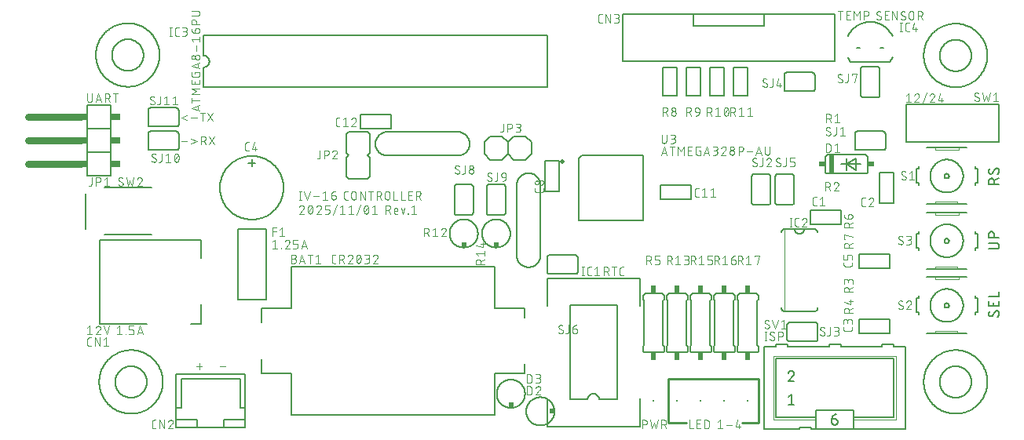
<source format=gto>
G04 EAGLE Gerber RS-274X export*
G75*
%MOMM*%
%FSLAX34Y34*%
%LPD*%
%INSilkscreen Top*%
%IPPOS*%
%AMOC8*
5,1,8,0,0,1.08239X$1,22.5*%
G01*
%ADD10C,0.127000*%
%ADD11C,0.101600*%
%ADD12C,0.254000*%
%ADD13C,0.152400*%
%ADD14C,0.203200*%
%ADD15R,0.200000X0.200000*%
%ADD16R,0.609600X0.863600*%
%ADD17R,0.609600X0.584200*%
%ADD18C,0.050800*%
%ADD19C,0.508000*%
%ADD20R,0.508000X2.032000*%
%ADD21R,0.635000X0.508000*%
%ADD22R,0.584200X0.609600*%
%ADD23C,0.762000*%
%ADD24R,0.508000X0.762000*%
%ADD25R,1.016000X0.762000*%


D10*
X989965Y270510D02*
X978535Y270510D01*
X978535Y273685D01*
X978537Y273796D01*
X978543Y273906D01*
X978552Y274017D01*
X978566Y274127D01*
X978583Y274236D01*
X978604Y274345D01*
X978629Y274453D01*
X978658Y274560D01*
X978690Y274666D01*
X978726Y274771D01*
X978766Y274874D01*
X978809Y274976D01*
X978856Y275077D01*
X978907Y275176D01*
X978960Y275273D01*
X979017Y275367D01*
X979078Y275460D01*
X979141Y275551D01*
X979208Y275640D01*
X979278Y275726D01*
X979351Y275809D01*
X979426Y275891D01*
X979504Y275969D01*
X979586Y276044D01*
X979669Y276117D01*
X979755Y276187D01*
X979844Y276254D01*
X979935Y276317D01*
X980028Y276378D01*
X980123Y276435D01*
X980219Y276488D01*
X980318Y276539D01*
X980419Y276586D01*
X980521Y276629D01*
X980624Y276669D01*
X980729Y276705D01*
X980835Y276737D01*
X980942Y276766D01*
X981050Y276791D01*
X981159Y276812D01*
X981268Y276829D01*
X981378Y276843D01*
X981489Y276852D01*
X981599Y276858D01*
X981710Y276860D01*
X981821Y276858D01*
X981931Y276852D01*
X982042Y276843D01*
X982152Y276829D01*
X982261Y276812D01*
X982370Y276791D01*
X982478Y276766D01*
X982585Y276737D01*
X982691Y276705D01*
X982796Y276669D01*
X982899Y276629D01*
X983001Y276586D01*
X983102Y276539D01*
X983201Y276488D01*
X983298Y276435D01*
X983392Y276378D01*
X983485Y276317D01*
X983576Y276254D01*
X983665Y276187D01*
X983751Y276117D01*
X983834Y276044D01*
X983916Y275969D01*
X983994Y275891D01*
X984069Y275809D01*
X984142Y275726D01*
X984212Y275640D01*
X984279Y275551D01*
X984342Y275460D01*
X984403Y275367D01*
X984460Y275273D01*
X984513Y275176D01*
X984564Y275077D01*
X984611Y274976D01*
X984654Y274874D01*
X984694Y274771D01*
X984730Y274666D01*
X984762Y274560D01*
X984791Y274453D01*
X984816Y274345D01*
X984837Y274236D01*
X984854Y274127D01*
X984868Y274017D01*
X984877Y273906D01*
X984883Y273796D01*
X984885Y273685D01*
X984885Y270510D01*
X984885Y274320D02*
X989965Y276860D01*
X989965Y285286D02*
X989963Y285386D01*
X989957Y285485D01*
X989947Y285585D01*
X989934Y285683D01*
X989916Y285782D01*
X989895Y285879D01*
X989870Y285975D01*
X989841Y286071D01*
X989808Y286165D01*
X989772Y286258D01*
X989732Y286349D01*
X989688Y286439D01*
X989641Y286527D01*
X989591Y286613D01*
X989537Y286697D01*
X989480Y286779D01*
X989420Y286858D01*
X989356Y286936D01*
X989290Y287010D01*
X989221Y287082D01*
X989149Y287151D01*
X989075Y287217D01*
X988997Y287281D01*
X988918Y287341D01*
X988836Y287398D01*
X988752Y287452D01*
X988666Y287502D01*
X988578Y287549D01*
X988488Y287593D01*
X988397Y287633D01*
X988304Y287669D01*
X988210Y287702D01*
X988114Y287731D01*
X988018Y287756D01*
X987921Y287777D01*
X987822Y287795D01*
X987724Y287808D01*
X987624Y287818D01*
X987525Y287824D01*
X987425Y287826D01*
X989965Y285286D02*
X989963Y285145D01*
X989958Y285004D01*
X989948Y284863D01*
X989935Y284722D01*
X989919Y284582D01*
X989898Y284442D01*
X989874Y284303D01*
X989846Y284164D01*
X989815Y284027D01*
X989780Y283890D01*
X989742Y283754D01*
X989700Y283619D01*
X989654Y283486D01*
X989605Y283353D01*
X989552Y283222D01*
X989496Y283093D01*
X989437Y282964D01*
X989374Y282838D01*
X989308Y282713D01*
X989239Y282590D01*
X989166Y282469D01*
X989090Y282350D01*
X989011Y282232D01*
X988930Y282117D01*
X988845Y282005D01*
X988757Y281894D01*
X988666Y281786D01*
X988573Y281680D01*
X988476Y281577D01*
X988377Y281476D01*
X981075Y281794D02*
X980975Y281796D01*
X980876Y281802D01*
X980776Y281812D01*
X980678Y281825D01*
X980579Y281843D01*
X980482Y281864D01*
X980386Y281889D01*
X980290Y281918D01*
X980196Y281951D01*
X980103Y281987D01*
X980012Y282027D01*
X979922Y282071D01*
X979834Y282118D01*
X979748Y282168D01*
X979664Y282222D01*
X979582Y282279D01*
X979503Y282339D01*
X979425Y282403D01*
X979351Y282469D01*
X979279Y282538D01*
X979210Y282610D01*
X979144Y282684D01*
X979080Y282762D01*
X979020Y282841D01*
X978963Y282923D01*
X978909Y283007D01*
X978859Y283093D01*
X978812Y283181D01*
X978768Y283271D01*
X978728Y283362D01*
X978692Y283455D01*
X978659Y283549D01*
X978630Y283645D01*
X978605Y283741D01*
X978584Y283838D01*
X978566Y283937D01*
X978553Y284035D01*
X978543Y284135D01*
X978537Y284234D01*
X978535Y284334D01*
X978537Y284467D01*
X978542Y284600D01*
X978552Y284733D01*
X978565Y284866D01*
X978582Y284998D01*
X978602Y285130D01*
X978626Y285261D01*
X978654Y285391D01*
X978685Y285521D01*
X978720Y285649D01*
X978759Y285777D01*
X978801Y285903D01*
X978847Y286028D01*
X978896Y286152D01*
X978948Y286275D01*
X979004Y286396D01*
X979064Y286515D01*
X979126Y286633D01*
X979192Y286748D01*
X979261Y286862D01*
X979334Y286974D01*
X979409Y287084D01*
X979488Y287192D01*
X983298Y283063D02*
X983246Y282979D01*
X983191Y282896D01*
X983132Y282816D01*
X983071Y282738D01*
X983007Y282663D01*
X982939Y282590D01*
X982869Y282519D01*
X982797Y282452D01*
X982722Y282387D01*
X982644Y282325D01*
X982564Y282266D01*
X982482Y282210D01*
X982398Y282158D01*
X982312Y282109D01*
X982224Y282063D01*
X982134Y282020D01*
X982043Y281981D01*
X981950Y281946D01*
X981856Y281914D01*
X981761Y281886D01*
X981665Y281861D01*
X981568Y281841D01*
X981470Y281823D01*
X981372Y281810D01*
X981273Y281801D01*
X981174Y281795D01*
X981075Y281793D01*
X985202Y286556D02*
X985254Y286640D01*
X985309Y286723D01*
X985368Y286803D01*
X985429Y286881D01*
X985493Y286956D01*
X985561Y287029D01*
X985631Y287100D01*
X985703Y287167D01*
X985778Y287232D01*
X985856Y287294D01*
X985936Y287353D01*
X986018Y287409D01*
X986102Y287461D01*
X986188Y287510D01*
X986276Y287556D01*
X986366Y287599D01*
X986457Y287638D01*
X986550Y287673D01*
X986644Y287705D01*
X986739Y287733D01*
X986835Y287758D01*
X986932Y287778D01*
X987030Y287796D01*
X987128Y287809D01*
X987227Y287818D01*
X987326Y287824D01*
X987425Y287826D01*
X985203Y286556D02*
X983298Y283064D01*
X987425Y133985D02*
X987525Y133983D01*
X987624Y133977D01*
X987724Y133967D01*
X987822Y133954D01*
X987921Y133936D01*
X988018Y133915D01*
X988114Y133890D01*
X988210Y133861D01*
X988304Y133828D01*
X988397Y133792D01*
X988488Y133752D01*
X988578Y133708D01*
X988666Y133661D01*
X988752Y133611D01*
X988836Y133557D01*
X988918Y133500D01*
X988997Y133440D01*
X989075Y133376D01*
X989149Y133310D01*
X989221Y133241D01*
X989290Y133169D01*
X989356Y133095D01*
X989420Y133017D01*
X989480Y132938D01*
X989537Y132856D01*
X989591Y132772D01*
X989641Y132686D01*
X989688Y132598D01*
X989732Y132508D01*
X989772Y132417D01*
X989808Y132324D01*
X989841Y132230D01*
X989870Y132134D01*
X989895Y132038D01*
X989916Y131941D01*
X989934Y131842D01*
X989947Y131744D01*
X989957Y131644D01*
X989963Y131545D01*
X989965Y131445D01*
X989963Y131304D01*
X989958Y131163D01*
X989948Y131022D01*
X989935Y130881D01*
X989919Y130741D01*
X989898Y130601D01*
X989874Y130462D01*
X989846Y130323D01*
X989815Y130186D01*
X989780Y130049D01*
X989742Y129913D01*
X989700Y129778D01*
X989654Y129645D01*
X989605Y129512D01*
X989552Y129381D01*
X989496Y129252D01*
X989437Y129123D01*
X989374Y128997D01*
X989308Y128872D01*
X989239Y128749D01*
X989166Y128628D01*
X989090Y128509D01*
X989011Y128391D01*
X988930Y128276D01*
X988845Y128164D01*
X988757Y128053D01*
X988666Y127945D01*
X988573Y127839D01*
X988476Y127736D01*
X988377Y127635D01*
X981075Y127953D02*
X980975Y127955D01*
X980876Y127961D01*
X980776Y127971D01*
X980678Y127984D01*
X980579Y128002D01*
X980482Y128023D01*
X980386Y128048D01*
X980290Y128077D01*
X980196Y128110D01*
X980103Y128146D01*
X980012Y128186D01*
X979922Y128230D01*
X979834Y128277D01*
X979748Y128327D01*
X979664Y128381D01*
X979582Y128438D01*
X979503Y128498D01*
X979425Y128562D01*
X979351Y128628D01*
X979279Y128697D01*
X979210Y128769D01*
X979144Y128843D01*
X979080Y128921D01*
X979020Y129000D01*
X978963Y129082D01*
X978909Y129166D01*
X978859Y129252D01*
X978812Y129340D01*
X978768Y129430D01*
X978728Y129521D01*
X978692Y129614D01*
X978659Y129708D01*
X978630Y129804D01*
X978605Y129900D01*
X978584Y129997D01*
X978566Y130096D01*
X978553Y130194D01*
X978543Y130294D01*
X978537Y130393D01*
X978535Y130493D01*
X978537Y130626D01*
X978542Y130759D01*
X978552Y130892D01*
X978565Y131025D01*
X978582Y131157D01*
X978602Y131289D01*
X978626Y131420D01*
X978654Y131550D01*
X978685Y131680D01*
X978720Y131808D01*
X978759Y131936D01*
X978801Y132062D01*
X978847Y132187D01*
X978896Y132311D01*
X978948Y132434D01*
X979004Y132555D01*
X979064Y132674D01*
X979126Y132792D01*
X979192Y132907D01*
X979261Y133021D01*
X979334Y133133D01*
X979409Y133243D01*
X979488Y133351D01*
X983298Y129222D02*
X983246Y129138D01*
X983191Y129055D01*
X983132Y128975D01*
X983071Y128897D01*
X983007Y128822D01*
X982939Y128749D01*
X982869Y128678D01*
X982797Y128611D01*
X982722Y128546D01*
X982644Y128484D01*
X982564Y128425D01*
X982482Y128369D01*
X982398Y128317D01*
X982312Y128268D01*
X982224Y128222D01*
X982134Y128179D01*
X982043Y128140D01*
X981950Y128105D01*
X981856Y128073D01*
X981761Y128045D01*
X981665Y128020D01*
X981568Y128000D01*
X981470Y127982D01*
X981372Y127969D01*
X981273Y127960D01*
X981174Y127954D01*
X981075Y127952D01*
X985202Y132715D02*
X985254Y132799D01*
X985309Y132882D01*
X985368Y132962D01*
X985429Y133040D01*
X985493Y133115D01*
X985561Y133188D01*
X985631Y133259D01*
X985703Y133326D01*
X985778Y133391D01*
X985856Y133453D01*
X985936Y133512D01*
X986018Y133568D01*
X986102Y133620D01*
X986188Y133669D01*
X986276Y133715D01*
X986366Y133758D01*
X986457Y133797D01*
X986550Y133832D01*
X986644Y133864D01*
X986739Y133892D01*
X986835Y133917D01*
X986932Y133937D01*
X987030Y133955D01*
X987128Y133968D01*
X987227Y133977D01*
X987326Y133983D01*
X987425Y133985D01*
X985203Y132715D02*
X983298Y129223D01*
X989965Y139090D02*
X989965Y144170D01*
X989965Y139090D02*
X978535Y139090D01*
X978535Y144170D01*
X983615Y142900D02*
X983615Y139090D01*
X978535Y148996D02*
X989965Y148996D01*
X989965Y154076D01*
X986790Y200660D02*
X978535Y200660D01*
X986790Y200660D02*
X986901Y200662D01*
X987011Y200668D01*
X987122Y200677D01*
X987232Y200691D01*
X987341Y200708D01*
X987450Y200729D01*
X987558Y200754D01*
X987665Y200783D01*
X987771Y200815D01*
X987876Y200851D01*
X987979Y200891D01*
X988081Y200934D01*
X988182Y200981D01*
X988281Y201032D01*
X988378Y201085D01*
X988472Y201142D01*
X988565Y201203D01*
X988656Y201266D01*
X988745Y201333D01*
X988831Y201403D01*
X988914Y201476D01*
X988996Y201551D01*
X989074Y201629D01*
X989149Y201711D01*
X989222Y201794D01*
X989292Y201880D01*
X989359Y201969D01*
X989422Y202060D01*
X989483Y202153D01*
X989540Y202247D01*
X989593Y202344D01*
X989644Y202443D01*
X989691Y202544D01*
X989734Y202646D01*
X989774Y202749D01*
X989810Y202854D01*
X989842Y202960D01*
X989871Y203067D01*
X989896Y203175D01*
X989917Y203284D01*
X989934Y203393D01*
X989948Y203503D01*
X989957Y203614D01*
X989963Y203724D01*
X989965Y203835D01*
X989963Y203946D01*
X989957Y204056D01*
X989948Y204167D01*
X989934Y204277D01*
X989917Y204386D01*
X989896Y204495D01*
X989871Y204603D01*
X989842Y204710D01*
X989810Y204816D01*
X989774Y204921D01*
X989734Y205024D01*
X989691Y205126D01*
X989644Y205227D01*
X989593Y205326D01*
X989540Y205422D01*
X989483Y205517D01*
X989422Y205610D01*
X989359Y205701D01*
X989292Y205790D01*
X989222Y205876D01*
X989149Y205959D01*
X989074Y206041D01*
X988996Y206119D01*
X988914Y206194D01*
X988831Y206267D01*
X988745Y206337D01*
X988656Y206404D01*
X988565Y206467D01*
X988472Y206528D01*
X988378Y206585D01*
X988281Y206638D01*
X988182Y206689D01*
X988081Y206736D01*
X987979Y206779D01*
X987876Y206819D01*
X987771Y206855D01*
X987665Y206887D01*
X987558Y206916D01*
X987450Y206941D01*
X987341Y206962D01*
X987232Y206979D01*
X987122Y206993D01*
X987011Y207002D01*
X986901Y207008D01*
X986790Y207010D01*
X978535Y207010D01*
X978535Y213043D02*
X989965Y213043D01*
X978535Y213043D02*
X978535Y216218D01*
X978537Y216329D01*
X978543Y216439D01*
X978552Y216550D01*
X978566Y216660D01*
X978583Y216769D01*
X978604Y216878D01*
X978629Y216986D01*
X978658Y217093D01*
X978690Y217199D01*
X978726Y217304D01*
X978766Y217407D01*
X978809Y217509D01*
X978856Y217610D01*
X978907Y217709D01*
X978960Y217806D01*
X979017Y217900D01*
X979078Y217993D01*
X979141Y218084D01*
X979208Y218173D01*
X979278Y218259D01*
X979351Y218342D01*
X979426Y218424D01*
X979504Y218502D01*
X979586Y218577D01*
X979669Y218650D01*
X979755Y218720D01*
X979844Y218787D01*
X979935Y218850D01*
X980028Y218911D01*
X980123Y218968D01*
X980219Y219021D01*
X980318Y219072D01*
X980419Y219119D01*
X980521Y219162D01*
X980624Y219202D01*
X980729Y219238D01*
X980835Y219270D01*
X980942Y219299D01*
X981050Y219324D01*
X981159Y219345D01*
X981268Y219362D01*
X981378Y219376D01*
X981489Y219385D01*
X981599Y219391D01*
X981710Y219393D01*
X981821Y219391D01*
X981931Y219385D01*
X982042Y219376D01*
X982152Y219362D01*
X982261Y219345D01*
X982370Y219324D01*
X982478Y219299D01*
X982585Y219270D01*
X982691Y219238D01*
X982796Y219202D01*
X982899Y219162D01*
X983001Y219119D01*
X983102Y219072D01*
X983201Y219021D01*
X983298Y218968D01*
X983392Y218911D01*
X983485Y218850D01*
X983576Y218787D01*
X983665Y218720D01*
X983751Y218650D01*
X983834Y218577D01*
X983916Y218502D01*
X983994Y218424D01*
X984069Y218342D01*
X984142Y218259D01*
X984212Y218173D01*
X984279Y218084D01*
X984342Y217993D01*
X984403Y217900D01*
X984460Y217806D01*
X984513Y217709D01*
X984564Y217610D01*
X984611Y217509D01*
X984654Y217407D01*
X984694Y217304D01*
X984730Y217199D01*
X984762Y217093D01*
X984791Y216986D01*
X984816Y216878D01*
X984837Y216769D01*
X984854Y216660D01*
X984868Y216550D01*
X984877Y216439D01*
X984883Y216329D01*
X984885Y216218D01*
X984885Y213043D01*
D11*
X889508Y366395D02*
X892048Y368427D01*
X892048Y359283D01*
X889508Y359283D02*
X894588Y359283D01*
X903732Y366141D02*
X903730Y366235D01*
X903724Y366330D01*
X903714Y366424D01*
X903701Y366517D01*
X903683Y366610D01*
X903662Y366702D01*
X903637Y366793D01*
X903608Y366883D01*
X903576Y366972D01*
X903539Y367059D01*
X903500Y367145D01*
X903456Y367229D01*
X903410Y367311D01*
X903360Y367391D01*
X903306Y367469D01*
X903250Y367545D01*
X903190Y367618D01*
X903128Y367689D01*
X903062Y367757D01*
X902994Y367823D01*
X902923Y367885D01*
X902850Y367945D01*
X902774Y368001D01*
X902696Y368055D01*
X902616Y368105D01*
X902534Y368151D01*
X902450Y368195D01*
X902364Y368234D01*
X902277Y368271D01*
X902188Y368303D01*
X902098Y368332D01*
X902007Y368357D01*
X901915Y368378D01*
X901822Y368396D01*
X901729Y368409D01*
X901635Y368419D01*
X901540Y368425D01*
X901446Y368427D01*
X901340Y368425D01*
X901235Y368419D01*
X901130Y368410D01*
X901025Y368397D01*
X900921Y368380D01*
X900818Y368359D01*
X900715Y368335D01*
X900613Y368306D01*
X900513Y368275D01*
X900413Y368239D01*
X900315Y368201D01*
X900219Y368158D01*
X900123Y368112D01*
X900030Y368063D01*
X899939Y368011D01*
X899849Y367955D01*
X899761Y367896D01*
X899676Y367834D01*
X899593Y367769D01*
X899512Y367701D01*
X899434Y367630D01*
X899359Y367556D01*
X899286Y367480D01*
X899216Y367401D01*
X899149Y367320D01*
X899084Y367236D01*
X899023Y367150D01*
X898965Y367062D01*
X898910Y366972D01*
X898859Y366880D01*
X898810Y366786D01*
X898765Y366690D01*
X898724Y366593D01*
X898686Y366495D01*
X898652Y366395D01*
X902970Y364363D02*
X903037Y364430D01*
X903102Y364499D01*
X903164Y364571D01*
X903223Y364644D01*
X903279Y364721D01*
X903333Y364799D01*
X903383Y364879D01*
X903430Y364961D01*
X903474Y365045D01*
X903514Y365131D01*
X903552Y365218D01*
X903586Y365306D01*
X903616Y365396D01*
X903643Y365486D01*
X903667Y365578D01*
X903687Y365671D01*
X903703Y365764D01*
X903716Y365858D01*
X903725Y365952D01*
X903730Y366046D01*
X903732Y366141D01*
X902970Y364363D02*
X898652Y359283D01*
X903732Y359283D01*
X907390Y358267D02*
X911454Y369443D01*
X917905Y368427D02*
X917999Y368425D01*
X918094Y368419D01*
X918188Y368409D01*
X918281Y368396D01*
X918374Y368378D01*
X918466Y368357D01*
X918557Y368332D01*
X918647Y368303D01*
X918736Y368271D01*
X918823Y368234D01*
X918909Y368195D01*
X918993Y368151D01*
X919075Y368105D01*
X919155Y368055D01*
X919233Y368001D01*
X919309Y367945D01*
X919382Y367885D01*
X919453Y367823D01*
X919521Y367757D01*
X919587Y367689D01*
X919649Y367618D01*
X919709Y367545D01*
X919765Y367469D01*
X919819Y367391D01*
X919869Y367311D01*
X919915Y367229D01*
X919959Y367145D01*
X919998Y367059D01*
X920035Y366972D01*
X920067Y366883D01*
X920096Y366793D01*
X920121Y366702D01*
X920142Y366610D01*
X920160Y366517D01*
X920173Y366424D01*
X920183Y366330D01*
X920189Y366235D01*
X920191Y366141D01*
X917905Y368427D02*
X917799Y368425D01*
X917694Y368419D01*
X917589Y368410D01*
X917484Y368397D01*
X917380Y368380D01*
X917277Y368359D01*
X917174Y368335D01*
X917072Y368306D01*
X916972Y368275D01*
X916872Y368239D01*
X916774Y368201D01*
X916678Y368158D01*
X916582Y368112D01*
X916489Y368063D01*
X916398Y368011D01*
X916308Y367955D01*
X916220Y367896D01*
X916135Y367834D01*
X916052Y367769D01*
X915971Y367701D01*
X915893Y367630D01*
X915818Y367556D01*
X915745Y367480D01*
X915675Y367401D01*
X915608Y367320D01*
X915543Y367236D01*
X915482Y367150D01*
X915424Y367062D01*
X915369Y366972D01*
X915318Y366880D01*
X915269Y366786D01*
X915224Y366690D01*
X915183Y366593D01*
X915145Y366495D01*
X915111Y366395D01*
X919429Y364363D02*
X919496Y364430D01*
X919561Y364499D01*
X919623Y364571D01*
X919682Y364644D01*
X919738Y364721D01*
X919792Y364799D01*
X919842Y364879D01*
X919889Y364961D01*
X919933Y365045D01*
X919973Y365131D01*
X920011Y365218D01*
X920045Y365306D01*
X920075Y365396D01*
X920102Y365486D01*
X920126Y365578D01*
X920146Y365671D01*
X920162Y365764D01*
X920175Y365858D01*
X920184Y365952D01*
X920189Y366046D01*
X920191Y366141D01*
X919429Y364363D02*
X915111Y359283D01*
X920191Y359283D01*
X924255Y361315D02*
X926287Y368427D01*
X924255Y361315D02*
X929335Y361315D01*
X927811Y363347D02*
X927811Y359283D01*
X564071Y181102D02*
X564071Y171958D01*
X564071Y181102D02*
X566611Y181102D01*
X566711Y181100D01*
X566810Y181094D01*
X566910Y181084D01*
X567008Y181071D01*
X567107Y181053D01*
X567204Y181032D01*
X567300Y181007D01*
X567396Y180978D01*
X567490Y180945D01*
X567583Y180909D01*
X567674Y180869D01*
X567764Y180825D01*
X567852Y180778D01*
X567938Y180728D01*
X568022Y180674D01*
X568104Y180617D01*
X568183Y180557D01*
X568261Y180493D01*
X568335Y180427D01*
X568407Y180358D01*
X568476Y180286D01*
X568542Y180212D01*
X568606Y180134D01*
X568666Y180055D01*
X568723Y179973D01*
X568777Y179889D01*
X568827Y179803D01*
X568874Y179715D01*
X568918Y179625D01*
X568958Y179534D01*
X568994Y179441D01*
X569027Y179347D01*
X569056Y179251D01*
X569081Y179155D01*
X569102Y179058D01*
X569120Y178959D01*
X569133Y178861D01*
X569143Y178761D01*
X569149Y178662D01*
X569151Y178562D01*
X569149Y178462D01*
X569143Y178363D01*
X569133Y178263D01*
X569120Y178165D01*
X569102Y178066D01*
X569081Y177969D01*
X569056Y177873D01*
X569027Y177777D01*
X568994Y177683D01*
X568958Y177590D01*
X568918Y177499D01*
X568874Y177409D01*
X568827Y177321D01*
X568777Y177235D01*
X568723Y177151D01*
X568666Y177069D01*
X568606Y176990D01*
X568542Y176912D01*
X568476Y176838D01*
X568407Y176766D01*
X568335Y176697D01*
X568261Y176631D01*
X568183Y176567D01*
X568104Y176507D01*
X568022Y176450D01*
X567938Y176396D01*
X567852Y176346D01*
X567764Y176299D01*
X567674Y176255D01*
X567583Y176215D01*
X567490Y176179D01*
X567396Y176146D01*
X567300Y176117D01*
X567204Y176092D01*
X567107Y176071D01*
X567008Y176053D01*
X566910Y176040D01*
X566810Y176030D01*
X566711Y176024D01*
X566611Y176022D01*
X564071Y176022D01*
X567119Y176022D02*
X569151Y171958D01*
X575079Y171958D02*
X575079Y181102D01*
X572539Y181102D02*
X577619Y181102D01*
X583075Y171958D02*
X585107Y171958D01*
X583075Y171958D02*
X582986Y171960D01*
X582898Y171966D01*
X582810Y171975D01*
X582722Y171989D01*
X582635Y172006D01*
X582549Y172027D01*
X582464Y172052D01*
X582380Y172081D01*
X582297Y172113D01*
X582216Y172148D01*
X582137Y172188D01*
X582059Y172230D01*
X581983Y172276D01*
X581909Y172325D01*
X581838Y172378D01*
X581769Y172433D01*
X581702Y172492D01*
X581638Y172553D01*
X581577Y172617D01*
X581518Y172684D01*
X581463Y172753D01*
X581410Y172824D01*
X581361Y172898D01*
X581315Y172974D01*
X581273Y173052D01*
X581233Y173131D01*
X581198Y173212D01*
X581166Y173295D01*
X581137Y173379D01*
X581112Y173464D01*
X581091Y173550D01*
X581074Y173637D01*
X581060Y173725D01*
X581051Y173813D01*
X581045Y173901D01*
X581043Y173990D01*
X581043Y179070D01*
X581045Y179159D01*
X581051Y179247D01*
X581060Y179335D01*
X581074Y179423D01*
X581091Y179510D01*
X581112Y179596D01*
X581137Y179681D01*
X581166Y179765D01*
X581198Y179848D01*
X581233Y179929D01*
X581273Y180008D01*
X581315Y180086D01*
X581361Y180162D01*
X581410Y180236D01*
X581463Y180307D01*
X581518Y180376D01*
X581577Y180443D01*
X581638Y180507D01*
X581702Y180568D01*
X581769Y180627D01*
X581838Y180682D01*
X581909Y180735D01*
X581983Y180784D01*
X582059Y180830D01*
X582137Y180872D01*
X582216Y180912D01*
X582297Y180947D01*
X582380Y180979D01*
X582464Y181008D01*
X582549Y181033D01*
X582635Y181054D01*
X582722Y181071D01*
X582810Y181085D01*
X582898Y181094D01*
X582986Y181100D01*
X583075Y181102D01*
X585107Y181102D01*
X605346Y16002D02*
X605346Y6858D01*
X605346Y16002D02*
X607886Y16002D01*
X607986Y16000D01*
X608085Y15994D01*
X608185Y15984D01*
X608283Y15971D01*
X608382Y15953D01*
X608479Y15932D01*
X608575Y15907D01*
X608671Y15878D01*
X608765Y15845D01*
X608858Y15809D01*
X608949Y15769D01*
X609039Y15725D01*
X609127Y15678D01*
X609213Y15628D01*
X609297Y15574D01*
X609379Y15517D01*
X609458Y15457D01*
X609536Y15393D01*
X609610Y15327D01*
X609682Y15258D01*
X609751Y15186D01*
X609817Y15112D01*
X609881Y15034D01*
X609941Y14955D01*
X609998Y14873D01*
X610052Y14789D01*
X610102Y14703D01*
X610149Y14615D01*
X610193Y14525D01*
X610233Y14434D01*
X610269Y14341D01*
X610302Y14247D01*
X610331Y14151D01*
X610356Y14055D01*
X610377Y13958D01*
X610395Y13859D01*
X610408Y13761D01*
X610418Y13661D01*
X610424Y13562D01*
X610426Y13462D01*
X610424Y13362D01*
X610418Y13263D01*
X610408Y13163D01*
X610395Y13065D01*
X610377Y12966D01*
X610356Y12869D01*
X610331Y12773D01*
X610302Y12677D01*
X610269Y12583D01*
X610233Y12490D01*
X610193Y12399D01*
X610149Y12309D01*
X610102Y12221D01*
X610052Y12135D01*
X609998Y12051D01*
X609941Y11969D01*
X609881Y11890D01*
X609817Y11812D01*
X609751Y11738D01*
X609682Y11666D01*
X609610Y11597D01*
X609536Y11531D01*
X609458Y11467D01*
X609379Y11407D01*
X609297Y11350D01*
X609213Y11296D01*
X609127Y11246D01*
X609039Y11199D01*
X608949Y11155D01*
X608858Y11115D01*
X608765Y11079D01*
X608671Y11046D01*
X608575Y11017D01*
X608479Y10992D01*
X608382Y10971D01*
X608283Y10953D01*
X608185Y10940D01*
X608085Y10930D01*
X607986Y10924D01*
X607886Y10922D01*
X605346Y10922D01*
X613727Y16002D02*
X615759Y6858D01*
X617791Y12954D01*
X619823Y6858D01*
X621855Y16002D01*
X625986Y16002D02*
X625986Y6858D01*
X625986Y16002D02*
X628526Y16002D01*
X628626Y16000D01*
X628725Y15994D01*
X628825Y15984D01*
X628923Y15971D01*
X629022Y15953D01*
X629119Y15932D01*
X629215Y15907D01*
X629311Y15878D01*
X629405Y15845D01*
X629498Y15809D01*
X629589Y15769D01*
X629679Y15725D01*
X629767Y15678D01*
X629853Y15628D01*
X629937Y15574D01*
X630019Y15517D01*
X630098Y15457D01*
X630176Y15393D01*
X630250Y15327D01*
X630322Y15258D01*
X630391Y15186D01*
X630457Y15112D01*
X630521Y15034D01*
X630581Y14955D01*
X630638Y14873D01*
X630692Y14789D01*
X630742Y14703D01*
X630789Y14615D01*
X630833Y14525D01*
X630873Y14434D01*
X630909Y14341D01*
X630942Y14247D01*
X630971Y14151D01*
X630996Y14055D01*
X631017Y13958D01*
X631035Y13859D01*
X631048Y13761D01*
X631058Y13661D01*
X631064Y13562D01*
X631066Y13462D01*
X631064Y13362D01*
X631058Y13263D01*
X631048Y13163D01*
X631035Y13065D01*
X631017Y12966D01*
X630996Y12869D01*
X630971Y12773D01*
X630942Y12677D01*
X630909Y12583D01*
X630873Y12490D01*
X630833Y12399D01*
X630789Y12309D01*
X630742Y12221D01*
X630692Y12135D01*
X630638Y12051D01*
X630581Y11969D01*
X630521Y11890D01*
X630457Y11812D01*
X630391Y11738D01*
X630322Y11666D01*
X630250Y11597D01*
X630176Y11531D01*
X630098Y11467D01*
X630019Y11407D01*
X629937Y11350D01*
X629853Y11296D01*
X629767Y11246D01*
X629679Y11199D01*
X629589Y11155D01*
X629498Y11115D01*
X629405Y11079D01*
X629311Y11046D01*
X629215Y11017D01*
X629119Y10992D01*
X629022Y10971D01*
X628923Y10953D01*
X628825Y10940D01*
X628725Y10930D01*
X628626Y10924D01*
X628526Y10922D01*
X625986Y10922D01*
X629034Y10922D02*
X631066Y6858D01*
X656146Y6858D02*
X656146Y16002D01*
X656146Y6858D02*
X660210Y6858D01*
X664070Y6858D02*
X668134Y6858D01*
X664070Y6858D02*
X664070Y16002D01*
X668134Y16002D01*
X667118Y11938D02*
X664070Y11938D01*
X671975Y16002D02*
X671975Y6858D01*
X671975Y16002D02*
X674515Y16002D01*
X674615Y16000D01*
X674714Y15994D01*
X674814Y15984D01*
X674912Y15971D01*
X675011Y15953D01*
X675108Y15932D01*
X675204Y15907D01*
X675300Y15878D01*
X675394Y15845D01*
X675487Y15809D01*
X675578Y15769D01*
X675668Y15725D01*
X675756Y15678D01*
X675842Y15628D01*
X675926Y15574D01*
X676008Y15517D01*
X676087Y15457D01*
X676165Y15393D01*
X676239Y15327D01*
X676311Y15258D01*
X676380Y15186D01*
X676446Y15112D01*
X676510Y15034D01*
X676570Y14955D01*
X676627Y14873D01*
X676681Y14789D01*
X676731Y14703D01*
X676778Y14615D01*
X676822Y14525D01*
X676862Y14434D01*
X676898Y14341D01*
X676931Y14247D01*
X676960Y14151D01*
X676985Y14055D01*
X677006Y13958D01*
X677024Y13859D01*
X677037Y13761D01*
X677047Y13661D01*
X677053Y13562D01*
X677055Y13462D01*
X677055Y9398D01*
X677053Y9298D01*
X677047Y9199D01*
X677037Y9099D01*
X677024Y9001D01*
X677006Y8902D01*
X676985Y8805D01*
X676960Y8709D01*
X676931Y8613D01*
X676898Y8519D01*
X676862Y8426D01*
X676822Y8335D01*
X676778Y8245D01*
X676731Y8157D01*
X676681Y8071D01*
X676627Y7987D01*
X676570Y7905D01*
X676510Y7826D01*
X676446Y7748D01*
X676380Y7674D01*
X676311Y7602D01*
X676239Y7533D01*
X676165Y7467D01*
X676087Y7403D01*
X676008Y7343D01*
X675926Y7286D01*
X675842Y7232D01*
X675756Y7182D01*
X675668Y7135D01*
X675578Y7091D01*
X675487Y7051D01*
X675394Y7015D01*
X675300Y6982D01*
X675204Y6953D01*
X675108Y6928D01*
X675011Y6907D01*
X674912Y6889D01*
X674814Y6876D01*
X674714Y6866D01*
X674615Y6860D01*
X674515Y6858D01*
X671975Y6858D01*
X686300Y13970D02*
X688840Y16002D01*
X688840Y6858D01*
X686300Y6858D02*
X691380Y6858D01*
X695546Y10414D02*
X701642Y10414D01*
X705807Y8890D02*
X707839Y16002D01*
X705807Y8890D02*
X710887Y8890D01*
X709363Y10922D02*
X709363Y6858D01*
D12*
X633413Y12700D02*
X633413Y60325D01*
X633413Y12700D02*
X652463Y12700D01*
X633413Y60325D02*
X730250Y60325D01*
X730250Y12700D01*
X712788Y12700D01*
D11*
X738124Y102108D02*
X738124Y111252D01*
X737108Y102108D02*
X739140Y102108D01*
X739140Y111252D02*
X737108Y111252D01*
X745642Y102108D02*
X745731Y102110D01*
X745819Y102116D01*
X745907Y102125D01*
X745995Y102139D01*
X746082Y102156D01*
X746168Y102177D01*
X746253Y102202D01*
X746337Y102231D01*
X746420Y102263D01*
X746501Y102298D01*
X746580Y102338D01*
X746658Y102380D01*
X746734Y102426D01*
X746808Y102475D01*
X746879Y102528D01*
X746948Y102583D01*
X747015Y102642D01*
X747079Y102703D01*
X747140Y102767D01*
X747199Y102834D01*
X747254Y102903D01*
X747307Y102974D01*
X747356Y103048D01*
X747402Y103124D01*
X747444Y103202D01*
X747484Y103281D01*
X747519Y103362D01*
X747551Y103445D01*
X747580Y103529D01*
X747605Y103614D01*
X747626Y103700D01*
X747643Y103787D01*
X747657Y103875D01*
X747666Y103963D01*
X747672Y104051D01*
X747674Y104140D01*
X745642Y102108D02*
X745512Y102110D01*
X745381Y102116D01*
X745251Y102126D01*
X745122Y102140D01*
X744993Y102157D01*
X744864Y102179D01*
X744736Y102205D01*
X744609Y102234D01*
X744483Y102267D01*
X744358Y102304D01*
X744234Y102345D01*
X744112Y102390D01*
X743991Y102438D01*
X743871Y102490D01*
X743753Y102546D01*
X743637Y102605D01*
X743523Y102668D01*
X743410Y102734D01*
X743300Y102803D01*
X743192Y102876D01*
X743086Y102952D01*
X742982Y103031D01*
X742881Y103113D01*
X742783Y103199D01*
X742687Y103287D01*
X742594Y103378D01*
X742848Y109220D02*
X742850Y109309D01*
X742856Y109397D01*
X742865Y109485D01*
X742879Y109573D01*
X742896Y109660D01*
X742917Y109746D01*
X742942Y109831D01*
X742971Y109915D01*
X743003Y109998D01*
X743038Y110079D01*
X743078Y110158D01*
X743120Y110236D01*
X743166Y110312D01*
X743215Y110386D01*
X743268Y110457D01*
X743323Y110526D01*
X743382Y110593D01*
X743443Y110657D01*
X743507Y110718D01*
X743574Y110777D01*
X743643Y110832D01*
X743714Y110885D01*
X743788Y110934D01*
X743864Y110980D01*
X743942Y111022D01*
X744021Y111062D01*
X744102Y111097D01*
X744185Y111129D01*
X744269Y111158D01*
X744354Y111183D01*
X744440Y111204D01*
X744527Y111221D01*
X744615Y111235D01*
X744703Y111244D01*
X744791Y111250D01*
X744880Y111252D01*
X745003Y111250D01*
X745125Y111244D01*
X745247Y111234D01*
X745369Y111220D01*
X745490Y111203D01*
X745611Y111181D01*
X745731Y111156D01*
X745850Y111126D01*
X745968Y111093D01*
X746085Y111056D01*
X746200Y111016D01*
X746315Y110972D01*
X746428Y110924D01*
X746539Y110872D01*
X746648Y110817D01*
X746756Y110758D01*
X746862Y110696D01*
X746965Y110631D01*
X747067Y110562D01*
X747166Y110490D01*
X743864Y107442D02*
X743788Y107489D01*
X743714Y107539D01*
X743643Y107592D01*
X743574Y107649D01*
X743507Y107708D01*
X743443Y107770D01*
X743381Y107835D01*
X743323Y107903D01*
X743268Y107973D01*
X743215Y108045D01*
X743166Y108119D01*
X743120Y108196D01*
X743077Y108274D01*
X743038Y108355D01*
X743002Y108437D01*
X742970Y108520D01*
X742942Y108604D01*
X742917Y108690D01*
X742896Y108777D01*
X742879Y108865D01*
X742865Y108953D01*
X742856Y109042D01*
X742850Y109131D01*
X742848Y109220D01*
X746659Y105918D02*
X746735Y105871D01*
X746809Y105821D01*
X746880Y105768D01*
X746949Y105711D01*
X747016Y105652D01*
X747080Y105590D01*
X747142Y105525D01*
X747200Y105457D01*
X747255Y105387D01*
X747308Y105315D01*
X747357Y105241D01*
X747403Y105164D01*
X747446Y105086D01*
X747485Y105005D01*
X747521Y104923D01*
X747553Y104840D01*
X747581Y104756D01*
X747606Y104670D01*
X747627Y104583D01*
X747644Y104495D01*
X747658Y104407D01*
X747667Y104318D01*
X747673Y104229D01*
X747675Y104140D01*
X746658Y105918D02*
X743864Y107442D01*
X751891Y111252D02*
X751891Y102108D01*
X751891Y111252D02*
X754431Y111252D01*
X754531Y111250D01*
X754630Y111244D01*
X754730Y111234D01*
X754828Y111221D01*
X754927Y111203D01*
X755024Y111182D01*
X755120Y111157D01*
X755216Y111128D01*
X755310Y111095D01*
X755403Y111059D01*
X755494Y111019D01*
X755584Y110975D01*
X755672Y110928D01*
X755758Y110878D01*
X755842Y110824D01*
X755924Y110767D01*
X756003Y110707D01*
X756081Y110643D01*
X756155Y110577D01*
X756227Y110508D01*
X756296Y110436D01*
X756362Y110362D01*
X756426Y110284D01*
X756486Y110205D01*
X756543Y110123D01*
X756597Y110039D01*
X756647Y109953D01*
X756694Y109865D01*
X756738Y109775D01*
X756778Y109684D01*
X756814Y109591D01*
X756847Y109497D01*
X756876Y109401D01*
X756901Y109305D01*
X756922Y109208D01*
X756940Y109109D01*
X756953Y109011D01*
X756963Y108911D01*
X756969Y108812D01*
X756971Y108712D01*
X756969Y108612D01*
X756963Y108513D01*
X756953Y108413D01*
X756940Y108315D01*
X756922Y108216D01*
X756901Y108119D01*
X756876Y108023D01*
X756847Y107927D01*
X756814Y107833D01*
X756778Y107740D01*
X756738Y107649D01*
X756694Y107559D01*
X756647Y107471D01*
X756597Y107385D01*
X756543Y107301D01*
X756486Y107219D01*
X756426Y107140D01*
X756362Y107062D01*
X756296Y106988D01*
X756227Y106916D01*
X756155Y106847D01*
X756081Y106781D01*
X756003Y106717D01*
X755924Y106657D01*
X755842Y106600D01*
X755758Y106546D01*
X755672Y106496D01*
X755584Y106449D01*
X755494Y106405D01*
X755403Y106365D01*
X755310Y106329D01*
X755216Y106296D01*
X755120Y106267D01*
X755024Y106242D01*
X754927Y106221D01*
X754828Y106203D01*
X754730Y106190D01*
X754630Y106180D01*
X754531Y106174D01*
X754431Y106172D01*
X751891Y106172D01*
X114554Y316802D02*
X108458Y316802D01*
X118821Y319342D02*
X124917Y316802D01*
X118821Y314262D01*
X129454Y313246D02*
X129454Y322390D01*
X131994Y322390D01*
X132094Y322388D01*
X132193Y322382D01*
X132293Y322372D01*
X132391Y322359D01*
X132490Y322341D01*
X132587Y322320D01*
X132683Y322295D01*
X132779Y322266D01*
X132873Y322233D01*
X132966Y322197D01*
X133057Y322157D01*
X133147Y322113D01*
X133235Y322066D01*
X133321Y322016D01*
X133405Y321962D01*
X133487Y321905D01*
X133566Y321845D01*
X133644Y321781D01*
X133718Y321715D01*
X133790Y321646D01*
X133859Y321574D01*
X133925Y321500D01*
X133989Y321422D01*
X134049Y321343D01*
X134106Y321261D01*
X134160Y321177D01*
X134210Y321091D01*
X134257Y321003D01*
X134301Y320913D01*
X134341Y320822D01*
X134377Y320729D01*
X134410Y320635D01*
X134439Y320539D01*
X134464Y320443D01*
X134485Y320346D01*
X134503Y320247D01*
X134516Y320149D01*
X134526Y320049D01*
X134532Y319950D01*
X134534Y319850D01*
X134532Y319750D01*
X134526Y319651D01*
X134516Y319551D01*
X134503Y319453D01*
X134485Y319354D01*
X134464Y319257D01*
X134439Y319161D01*
X134410Y319065D01*
X134377Y318971D01*
X134341Y318878D01*
X134301Y318787D01*
X134257Y318697D01*
X134210Y318609D01*
X134160Y318523D01*
X134106Y318439D01*
X134049Y318357D01*
X133989Y318278D01*
X133925Y318200D01*
X133859Y318126D01*
X133790Y318054D01*
X133718Y317985D01*
X133644Y317919D01*
X133566Y317855D01*
X133487Y317795D01*
X133405Y317738D01*
X133321Y317684D01*
X133235Y317634D01*
X133147Y317587D01*
X133057Y317543D01*
X132966Y317503D01*
X132873Y317467D01*
X132779Y317434D01*
X132683Y317405D01*
X132587Y317380D01*
X132490Y317359D01*
X132391Y317341D01*
X132293Y317328D01*
X132193Y317318D01*
X132094Y317312D01*
X131994Y317310D01*
X129454Y317310D01*
X132502Y317310D02*
X134534Y313246D01*
X138024Y313246D02*
X144120Y322390D01*
X138024Y322390D02*
X144120Y313246D01*
X114554Y344742D02*
X108458Y342202D01*
X114554Y339662D01*
X118821Y342202D02*
X124917Y342202D01*
X131013Y338646D02*
X131013Y347790D01*
X128473Y347790D02*
X133553Y347790D01*
X142596Y347790D02*
X136500Y338646D01*
X142596Y338646D02*
X136500Y347790D01*
X6858Y361823D02*
X6858Y368427D01*
X6858Y361823D02*
X6860Y361723D01*
X6866Y361624D01*
X6876Y361524D01*
X6889Y361426D01*
X6907Y361327D01*
X6928Y361230D01*
X6953Y361134D01*
X6982Y361038D01*
X7015Y360944D01*
X7051Y360851D01*
X7091Y360760D01*
X7135Y360670D01*
X7182Y360582D01*
X7232Y360496D01*
X7286Y360412D01*
X7343Y360330D01*
X7403Y360251D01*
X7467Y360173D01*
X7533Y360099D01*
X7602Y360027D01*
X7674Y359958D01*
X7748Y359892D01*
X7826Y359828D01*
X7905Y359768D01*
X7987Y359711D01*
X8071Y359657D01*
X8157Y359607D01*
X8245Y359560D01*
X8335Y359516D01*
X8426Y359476D01*
X8519Y359440D01*
X8613Y359407D01*
X8709Y359378D01*
X8805Y359353D01*
X8902Y359332D01*
X9001Y359314D01*
X9099Y359301D01*
X9199Y359291D01*
X9298Y359285D01*
X9398Y359283D01*
X9498Y359285D01*
X9597Y359291D01*
X9697Y359301D01*
X9795Y359314D01*
X9894Y359332D01*
X9991Y359353D01*
X10087Y359378D01*
X10183Y359407D01*
X10277Y359440D01*
X10370Y359476D01*
X10461Y359516D01*
X10551Y359560D01*
X10639Y359607D01*
X10725Y359657D01*
X10809Y359711D01*
X10891Y359768D01*
X10970Y359828D01*
X11048Y359892D01*
X11122Y359958D01*
X11194Y360027D01*
X11263Y360099D01*
X11329Y360173D01*
X11393Y360251D01*
X11453Y360330D01*
X11510Y360412D01*
X11564Y360496D01*
X11614Y360582D01*
X11661Y360670D01*
X11705Y360760D01*
X11745Y360851D01*
X11781Y360944D01*
X11814Y361038D01*
X11843Y361134D01*
X11868Y361230D01*
X11889Y361327D01*
X11907Y361426D01*
X11920Y361524D01*
X11930Y361624D01*
X11936Y361723D01*
X11938Y361823D01*
X11938Y368427D01*
X18847Y368427D02*
X15799Y359283D01*
X21895Y359283D02*
X18847Y368427D01*
X21133Y361569D02*
X16561Y361569D01*
X25822Y359283D02*
X25822Y368427D01*
X28362Y368427D01*
X28462Y368425D01*
X28561Y368419D01*
X28661Y368409D01*
X28759Y368396D01*
X28858Y368378D01*
X28955Y368357D01*
X29051Y368332D01*
X29147Y368303D01*
X29241Y368270D01*
X29334Y368234D01*
X29425Y368194D01*
X29515Y368150D01*
X29603Y368103D01*
X29689Y368053D01*
X29773Y367999D01*
X29855Y367942D01*
X29934Y367882D01*
X30012Y367818D01*
X30086Y367752D01*
X30158Y367683D01*
X30227Y367611D01*
X30293Y367537D01*
X30357Y367459D01*
X30417Y367380D01*
X30474Y367298D01*
X30528Y367214D01*
X30578Y367128D01*
X30625Y367040D01*
X30669Y366950D01*
X30709Y366859D01*
X30745Y366766D01*
X30778Y366672D01*
X30807Y366576D01*
X30832Y366480D01*
X30853Y366383D01*
X30871Y366284D01*
X30884Y366186D01*
X30894Y366086D01*
X30900Y365987D01*
X30902Y365887D01*
X30900Y365787D01*
X30894Y365688D01*
X30884Y365588D01*
X30871Y365490D01*
X30853Y365391D01*
X30832Y365294D01*
X30807Y365198D01*
X30778Y365102D01*
X30745Y365008D01*
X30709Y364915D01*
X30669Y364824D01*
X30625Y364734D01*
X30578Y364646D01*
X30528Y364560D01*
X30474Y364476D01*
X30417Y364394D01*
X30357Y364315D01*
X30293Y364237D01*
X30227Y364163D01*
X30158Y364091D01*
X30086Y364022D01*
X30012Y363956D01*
X29934Y363892D01*
X29855Y363832D01*
X29773Y363775D01*
X29689Y363721D01*
X29603Y363671D01*
X29515Y363624D01*
X29425Y363580D01*
X29334Y363540D01*
X29241Y363504D01*
X29147Y363471D01*
X29051Y363442D01*
X28955Y363417D01*
X28858Y363396D01*
X28759Y363378D01*
X28661Y363365D01*
X28561Y363355D01*
X28462Y363349D01*
X28362Y363347D01*
X25822Y363347D01*
X28870Y363347D02*
X30902Y359283D01*
X36830Y359283D02*
X36830Y368427D01*
X34290Y368427D02*
X39370Y368427D01*
X9398Y117602D02*
X6858Y115570D01*
X9398Y117602D02*
X9398Y108458D01*
X6858Y108458D02*
X11938Y108458D01*
X21082Y115316D02*
X21080Y115410D01*
X21074Y115505D01*
X21064Y115599D01*
X21051Y115692D01*
X21033Y115785D01*
X21012Y115877D01*
X20987Y115968D01*
X20958Y116058D01*
X20926Y116147D01*
X20889Y116234D01*
X20850Y116320D01*
X20806Y116404D01*
X20760Y116486D01*
X20710Y116566D01*
X20656Y116644D01*
X20600Y116720D01*
X20540Y116793D01*
X20478Y116864D01*
X20412Y116932D01*
X20344Y116998D01*
X20273Y117060D01*
X20200Y117120D01*
X20124Y117176D01*
X20046Y117230D01*
X19966Y117280D01*
X19884Y117326D01*
X19800Y117370D01*
X19714Y117409D01*
X19627Y117446D01*
X19538Y117478D01*
X19448Y117507D01*
X19357Y117532D01*
X19265Y117553D01*
X19172Y117571D01*
X19079Y117584D01*
X18985Y117594D01*
X18890Y117600D01*
X18796Y117602D01*
X18690Y117600D01*
X18585Y117594D01*
X18480Y117585D01*
X18375Y117572D01*
X18271Y117555D01*
X18168Y117534D01*
X18065Y117510D01*
X17963Y117481D01*
X17863Y117450D01*
X17763Y117414D01*
X17665Y117376D01*
X17569Y117333D01*
X17473Y117287D01*
X17380Y117238D01*
X17289Y117186D01*
X17199Y117130D01*
X17111Y117071D01*
X17026Y117009D01*
X16943Y116944D01*
X16862Y116876D01*
X16784Y116805D01*
X16709Y116731D01*
X16636Y116655D01*
X16566Y116576D01*
X16499Y116495D01*
X16434Y116411D01*
X16373Y116325D01*
X16315Y116237D01*
X16260Y116147D01*
X16209Y116055D01*
X16160Y115961D01*
X16115Y115865D01*
X16074Y115768D01*
X16036Y115670D01*
X16002Y115570D01*
X20320Y113538D02*
X20387Y113605D01*
X20452Y113674D01*
X20514Y113746D01*
X20573Y113819D01*
X20629Y113896D01*
X20683Y113974D01*
X20733Y114054D01*
X20780Y114136D01*
X20824Y114220D01*
X20864Y114306D01*
X20902Y114393D01*
X20936Y114481D01*
X20966Y114571D01*
X20993Y114661D01*
X21017Y114753D01*
X21037Y114846D01*
X21053Y114939D01*
X21066Y115033D01*
X21075Y115127D01*
X21080Y115221D01*
X21082Y115316D01*
X20320Y113538D02*
X16002Y108458D01*
X21082Y108458D01*
X27686Y108458D02*
X24638Y117602D01*
X30734Y117602D02*
X27686Y108458D01*
X39167Y115570D02*
X41707Y117602D01*
X41707Y108458D01*
X39167Y108458D02*
X44247Y108458D01*
X47853Y108458D02*
X47853Y108966D01*
X48361Y108966D01*
X48361Y108458D01*
X47853Y108458D01*
X51968Y108458D02*
X55016Y108458D01*
X55105Y108460D01*
X55193Y108466D01*
X55281Y108475D01*
X55369Y108489D01*
X55456Y108506D01*
X55542Y108527D01*
X55627Y108552D01*
X55711Y108581D01*
X55794Y108613D01*
X55875Y108648D01*
X55954Y108688D01*
X56032Y108730D01*
X56108Y108776D01*
X56182Y108825D01*
X56253Y108878D01*
X56322Y108933D01*
X56389Y108992D01*
X56453Y109053D01*
X56514Y109117D01*
X56573Y109184D01*
X56628Y109253D01*
X56681Y109324D01*
X56730Y109398D01*
X56776Y109474D01*
X56818Y109552D01*
X56858Y109631D01*
X56893Y109712D01*
X56925Y109795D01*
X56954Y109879D01*
X56979Y109964D01*
X57000Y110050D01*
X57017Y110137D01*
X57031Y110225D01*
X57040Y110313D01*
X57046Y110401D01*
X57048Y110490D01*
X57048Y111506D01*
X57046Y111595D01*
X57040Y111683D01*
X57031Y111771D01*
X57017Y111859D01*
X57000Y111946D01*
X56979Y112032D01*
X56954Y112117D01*
X56925Y112201D01*
X56893Y112284D01*
X56858Y112365D01*
X56818Y112444D01*
X56776Y112522D01*
X56730Y112598D01*
X56681Y112672D01*
X56628Y112743D01*
X56573Y112812D01*
X56514Y112879D01*
X56453Y112943D01*
X56389Y113004D01*
X56322Y113063D01*
X56253Y113118D01*
X56182Y113171D01*
X56108Y113220D01*
X56032Y113266D01*
X55954Y113308D01*
X55875Y113348D01*
X55794Y113383D01*
X55711Y113415D01*
X55627Y113444D01*
X55542Y113469D01*
X55456Y113490D01*
X55369Y113507D01*
X55281Y113521D01*
X55193Y113530D01*
X55105Y113536D01*
X55016Y113538D01*
X51968Y113538D01*
X51968Y117602D01*
X57048Y117602D01*
X63652Y117602D02*
X60604Y108458D01*
X66700Y108458D02*
X63652Y117602D01*
X65938Y110744D02*
X61366Y110744D01*
X124333Y73914D02*
X130429Y73914D01*
X127381Y70866D02*
X127381Y76962D01*
X149733Y73914D02*
X155829Y73914D01*
X819023Y448183D02*
X819023Y457327D01*
X816483Y457327D02*
X821563Y457327D01*
X825342Y448183D02*
X829406Y448183D01*
X825342Y448183D02*
X825342Y457327D01*
X829406Y457327D01*
X828390Y453263D02*
X825342Y453263D01*
X833349Y457327D02*
X833349Y448183D01*
X836397Y452247D02*
X833349Y457327D01*
X836397Y452247D02*
X839445Y457327D01*
X839445Y448183D01*
X844372Y448183D02*
X844372Y457327D01*
X846912Y457327D01*
X847012Y457325D01*
X847111Y457319D01*
X847211Y457309D01*
X847309Y457296D01*
X847408Y457278D01*
X847505Y457257D01*
X847601Y457232D01*
X847697Y457203D01*
X847791Y457170D01*
X847884Y457134D01*
X847975Y457094D01*
X848065Y457050D01*
X848153Y457003D01*
X848239Y456953D01*
X848323Y456899D01*
X848405Y456842D01*
X848484Y456782D01*
X848562Y456718D01*
X848636Y456652D01*
X848708Y456583D01*
X848777Y456511D01*
X848843Y456437D01*
X848907Y456359D01*
X848967Y456280D01*
X849024Y456198D01*
X849078Y456114D01*
X849128Y456028D01*
X849175Y455940D01*
X849219Y455850D01*
X849259Y455759D01*
X849295Y455666D01*
X849328Y455572D01*
X849357Y455476D01*
X849382Y455380D01*
X849403Y455283D01*
X849421Y455184D01*
X849434Y455086D01*
X849444Y454986D01*
X849450Y454887D01*
X849452Y454787D01*
X849450Y454687D01*
X849444Y454588D01*
X849434Y454488D01*
X849421Y454390D01*
X849403Y454291D01*
X849382Y454194D01*
X849357Y454098D01*
X849328Y454002D01*
X849295Y453908D01*
X849259Y453815D01*
X849219Y453724D01*
X849175Y453634D01*
X849128Y453546D01*
X849078Y453460D01*
X849024Y453376D01*
X848967Y453294D01*
X848907Y453215D01*
X848843Y453137D01*
X848777Y453063D01*
X848708Y452991D01*
X848636Y452922D01*
X848562Y452856D01*
X848484Y452792D01*
X848405Y452732D01*
X848323Y452675D01*
X848239Y452621D01*
X848153Y452571D01*
X848065Y452524D01*
X847975Y452480D01*
X847884Y452440D01*
X847791Y452404D01*
X847697Y452371D01*
X847601Y452342D01*
X847505Y452317D01*
X847408Y452296D01*
X847309Y452278D01*
X847211Y452265D01*
X847111Y452255D01*
X847012Y452249D01*
X846912Y452247D01*
X844372Y452247D01*
X860679Y448183D02*
X860768Y448185D01*
X860856Y448191D01*
X860944Y448200D01*
X861032Y448214D01*
X861119Y448231D01*
X861205Y448252D01*
X861290Y448277D01*
X861374Y448306D01*
X861457Y448338D01*
X861538Y448373D01*
X861617Y448413D01*
X861695Y448455D01*
X861771Y448501D01*
X861845Y448550D01*
X861916Y448603D01*
X861985Y448658D01*
X862052Y448717D01*
X862116Y448778D01*
X862177Y448842D01*
X862236Y448909D01*
X862291Y448978D01*
X862344Y449049D01*
X862393Y449123D01*
X862439Y449199D01*
X862481Y449277D01*
X862521Y449356D01*
X862556Y449437D01*
X862588Y449520D01*
X862617Y449604D01*
X862642Y449689D01*
X862663Y449775D01*
X862680Y449862D01*
X862694Y449950D01*
X862703Y450038D01*
X862709Y450126D01*
X862711Y450215D01*
X860679Y448183D02*
X860549Y448185D01*
X860418Y448191D01*
X860288Y448201D01*
X860159Y448215D01*
X860030Y448232D01*
X859901Y448254D01*
X859773Y448280D01*
X859646Y448309D01*
X859520Y448342D01*
X859395Y448379D01*
X859271Y448420D01*
X859149Y448465D01*
X859028Y448513D01*
X858908Y448565D01*
X858790Y448621D01*
X858674Y448680D01*
X858560Y448743D01*
X858447Y448809D01*
X858337Y448878D01*
X858229Y448951D01*
X858123Y449027D01*
X858019Y449106D01*
X857918Y449188D01*
X857820Y449274D01*
X857724Y449362D01*
X857631Y449453D01*
X857885Y455295D02*
X857887Y455384D01*
X857893Y455472D01*
X857902Y455560D01*
X857916Y455648D01*
X857933Y455735D01*
X857954Y455821D01*
X857979Y455906D01*
X858008Y455990D01*
X858040Y456073D01*
X858075Y456154D01*
X858115Y456233D01*
X858157Y456311D01*
X858203Y456387D01*
X858252Y456461D01*
X858305Y456532D01*
X858360Y456601D01*
X858419Y456668D01*
X858480Y456732D01*
X858544Y456793D01*
X858611Y456852D01*
X858680Y456907D01*
X858751Y456960D01*
X858825Y457009D01*
X858901Y457055D01*
X858979Y457097D01*
X859058Y457137D01*
X859139Y457172D01*
X859222Y457204D01*
X859306Y457233D01*
X859391Y457258D01*
X859477Y457279D01*
X859564Y457296D01*
X859652Y457310D01*
X859740Y457319D01*
X859828Y457325D01*
X859917Y457327D01*
X860040Y457325D01*
X860162Y457319D01*
X860284Y457309D01*
X860406Y457295D01*
X860527Y457278D01*
X860648Y457256D01*
X860768Y457231D01*
X860887Y457201D01*
X861005Y457168D01*
X861122Y457131D01*
X861237Y457091D01*
X861352Y457047D01*
X861465Y456999D01*
X861576Y456947D01*
X861685Y456892D01*
X861793Y456833D01*
X861899Y456771D01*
X862002Y456706D01*
X862104Y456637D01*
X862203Y456565D01*
X858901Y453517D02*
X858825Y453564D01*
X858751Y453614D01*
X858680Y453667D01*
X858611Y453724D01*
X858544Y453783D01*
X858480Y453845D01*
X858418Y453910D01*
X858360Y453978D01*
X858305Y454048D01*
X858252Y454120D01*
X858203Y454194D01*
X858157Y454271D01*
X858114Y454349D01*
X858075Y454430D01*
X858039Y454512D01*
X858007Y454595D01*
X857979Y454679D01*
X857954Y454765D01*
X857933Y454852D01*
X857916Y454940D01*
X857902Y455028D01*
X857893Y455117D01*
X857887Y455206D01*
X857885Y455295D01*
X861695Y451993D02*
X861771Y451946D01*
X861845Y451896D01*
X861916Y451843D01*
X861985Y451786D01*
X862052Y451727D01*
X862116Y451665D01*
X862178Y451600D01*
X862236Y451532D01*
X862291Y451462D01*
X862344Y451390D01*
X862393Y451316D01*
X862439Y451239D01*
X862482Y451161D01*
X862521Y451080D01*
X862557Y450998D01*
X862589Y450915D01*
X862617Y450831D01*
X862642Y450745D01*
X862663Y450658D01*
X862680Y450570D01*
X862694Y450482D01*
X862703Y450393D01*
X862709Y450304D01*
X862711Y450215D01*
X861695Y451993D02*
X858901Y453517D01*
X866795Y448183D02*
X870859Y448183D01*
X866795Y448183D02*
X866795Y457327D01*
X870859Y457327D01*
X869843Y453263D02*
X866795Y453263D01*
X874700Y457327D02*
X874700Y448183D01*
X879780Y448183D02*
X874700Y457327D01*
X879780Y457327D02*
X879780Y448183D01*
X886891Y448183D02*
X886980Y448185D01*
X887068Y448191D01*
X887156Y448200D01*
X887244Y448214D01*
X887331Y448231D01*
X887417Y448252D01*
X887502Y448277D01*
X887586Y448306D01*
X887669Y448338D01*
X887750Y448373D01*
X887829Y448413D01*
X887907Y448455D01*
X887983Y448501D01*
X888057Y448550D01*
X888128Y448603D01*
X888197Y448658D01*
X888264Y448717D01*
X888328Y448778D01*
X888389Y448842D01*
X888448Y448909D01*
X888503Y448978D01*
X888556Y449049D01*
X888605Y449123D01*
X888651Y449199D01*
X888693Y449277D01*
X888733Y449356D01*
X888768Y449437D01*
X888800Y449520D01*
X888829Y449604D01*
X888854Y449689D01*
X888875Y449775D01*
X888892Y449862D01*
X888906Y449950D01*
X888915Y450038D01*
X888921Y450126D01*
X888923Y450215D01*
X886891Y448183D02*
X886761Y448185D01*
X886630Y448191D01*
X886500Y448201D01*
X886371Y448215D01*
X886242Y448232D01*
X886113Y448254D01*
X885985Y448280D01*
X885858Y448309D01*
X885732Y448342D01*
X885607Y448379D01*
X885483Y448420D01*
X885361Y448465D01*
X885240Y448513D01*
X885120Y448565D01*
X885002Y448621D01*
X884886Y448680D01*
X884772Y448743D01*
X884659Y448809D01*
X884549Y448878D01*
X884441Y448951D01*
X884335Y449027D01*
X884231Y449106D01*
X884130Y449188D01*
X884032Y449274D01*
X883936Y449362D01*
X883843Y449453D01*
X884097Y455295D02*
X884099Y455384D01*
X884105Y455472D01*
X884114Y455560D01*
X884128Y455648D01*
X884145Y455735D01*
X884166Y455821D01*
X884191Y455906D01*
X884220Y455990D01*
X884252Y456073D01*
X884287Y456154D01*
X884327Y456233D01*
X884369Y456311D01*
X884415Y456387D01*
X884464Y456461D01*
X884517Y456532D01*
X884572Y456601D01*
X884631Y456668D01*
X884692Y456732D01*
X884756Y456793D01*
X884823Y456852D01*
X884892Y456907D01*
X884963Y456960D01*
X885037Y457009D01*
X885113Y457055D01*
X885191Y457097D01*
X885270Y457137D01*
X885351Y457172D01*
X885434Y457204D01*
X885518Y457233D01*
X885603Y457258D01*
X885689Y457279D01*
X885776Y457296D01*
X885864Y457310D01*
X885952Y457319D01*
X886040Y457325D01*
X886129Y457327D01*
X886252Y457325D01*
X886374Y457319D01*
X886496Y457309D01*
X886618Y457295D01*
X886739Y457278D01*
X886860Y457256D01*
X886980Y457231D01*
X887099Y457201D01*
X887217Y457168D01*
X887334Y457131D01*
X887449Y457091D01*
X887564Y457047D01*
X887677Y456999D01*
X887788Y456947D01*
X887897Y456892D01*
X888005Y456833D01*
X888111Y456771D01*
X888214Y456706D01*
X888316Y456637D01*
X888415Y456565D01*
X885113Y453517D02*
X885037Y453564D01*
X884963Y453614D01*
X884892Y453667D01*
X884823Y453724D01*
X884756Y453783D01*
X884692Y453845D01*
X884630Y453910D01*
X884572Y453978D01*
X884517Y454048D01*
X884464Y454120D01*
X884415Y454194D01*
X884369Y454271D01*
X884326Y454349D01*
X884287Y454430D01*
X884251Y454512D01*
X884219Y454595D01*
X884191Y454679D01*
X884166Y454765D01*
X884145Y454852D01*
X884128Y454940D01*
X884114Y455028D01*
X884105Y455117D01*
X884099Y455206D01*
X884097Y455295D01*
X887908Y451993D02*
X887984Y451946D01*
X888058Y451896D01*
X888129Y451843D01*
X888198Y451786D01*
X888265Y451727D01*
X888329Y451665D01*
X888391Y451600D01*
X888449Y451532D01*
X888504Y451462D01*
X888557Y451390D01*
X888606Y451316D01*
X888652Y451239D01*
X888695Y451161D01*
X888734Y451080D01*
X888770Y450998D01*
X888802Y450915D01*
X888830Y450831D01*
X888855Y450745D01*
X888876Y450658D01*
X888893Y450570D01*
X888907Y450482D01*
X888916Y450393D01*
X888922Y450304D01*
X888924Y450215D01*
X887907Y451993D02*
X885113Y453517D01*
X892683Y454787D02*
X892683Y450723D01*
X892683Y454787D02*
X892685Y454887D01*
X892691Y454986D01*
X892701Y455086D01*
X892714Y455184D01*
X892732Y455283D01*
X892753Y455380D01*
X892778Y455476D01*
X892807Y455572D01*
X892840Y455666D01*
X892876Y455759D01*
X892916Y455850D01*
X892960Y455940D01*
X893007Y456028D01*
X893057Y456114D01*
X893111Y456198D01*
X893168Y456280D01*
X893228Y456359D01*
X893292Y456437D01*
X893358Y456511D01*
X893427Y456583D01*
X893499Y456652D01*
X893573Y456718D01*
X893651Y456782D01*
X893730Y456842D01*
X893812Y456899D01*
X893896Y456953D01*
X893982Y457003D01*
X894070Y457050D01*
X894160Y457094D01*
X894251Y457134D01*
X894344Y457170D01*
X894438Y457203D01*
X894534Y457232D01*
X894630Y457257D01*
X894727Y457278D01*
X894826Y457296D01*
X894924Y457309D01*
X895024Y457319D01*
X895123Y457325D01*
X895223Y457327D01*
X895323Y457325D01*
X895422Y457319D01*
X895522Y457309D01*
X895620Y457296D01*
X895719Y457278D01*
X895816Y457257D01*
X895912Y457232D01*
X896008Y457203D01*
X896102Y457170D01*
X896195Y457134D01*
X896286Y457094D01*
X896376Y457050D01*
X896464Y457003D01*
X896550Y456953D01*
X896634Y456899D01*
X896716Y456842D01*
X896795Y456782D01*
X896873Y456718D01*
X896947Y456652D01*
X897019Y456583D01*
X897088Y456511D01*
X897154Y456437D01*
X897218Y456359D01*
X897278Y456280D01*
X897335Y456198D01*
X897389Y456114D01*
X897439Y456028D01*
X897486Y455940D01*
X897530Y455850D01*
X897570Y455759D01*
X897606Y455666D01*
X897639Y455572D01*
X897668Y455476D01*
X897693Y455380D01*
X897714Y455283D01*
X897732Y455184D01*
X897745Y455086D01*
X897755Y454986D01*
X897761Y454887D01*
X897763Y454787D01*
X897763Y450723D01*
X897761Y450623D01*
X897755Y450524D01*
X897745Y450424D01*
X897732Y450326D01*
X897714Y450227D01*
X897693Y450130D01*
X897668Y450034D01*
X897639Y449938D01*
X897606Y449844D01*
X897570Y449751D01*
X897530Y449660D01*
X897486Y449570D01*
X897439Y449482D01*
X897389Y449396D01*
X897335Y449312D01*
X897278Y449230D01*
X897218Y449151D01*
X897154Y449073D01*
X897088Y448999D01*
X897019Y448927D01*
X896947Y448858D01*
X896873Y448792D01*
X896795Y448728D01*
X896716Y448668D01*
X896634Y448611D01*
X896550Y448557D01*
X896464Y448507D01*
X896376Y448460D01*
X896286Y448416D01*
X896195Y448376D01*
X896102Y448340D01*
X896008Y448307D01*
X895912Y448278D01*
X895816Y448253D01*
X895719Y448232D01*
X895620Y448214D01*
X895522Y448201D01*
X895422Y448191D01*
X895323Y448185D01*
X895223Y448183D01*
X895123Y448185D01*
X895024Y448191D01*
X894924Y448201D01*
X894826Y448214D01*
X894727Y448232D01*
X894630Y448253D01*
X894534Y448278D01*
X894438Y448307D01*
X894344Y448340D01*
X894251Y448376D01*
X894160Y448416D01*
X894070Y448460D01*
X893982Y448507D01*
X893896Y448557D01*
X893812Y448611D01*
X893730Y448668D01*
X893651Y448728D01*
X893573Y448792D01*
X893499Y448858D01*
X893427Y448927D01*
X893358Y448999D01*
X893292Y449073D01*
X893228Y449151D01*
X893168Y449230D01*
X893111Y449312D01*
X893057Y449396D01*
X893007Y449482D01*
X892960Y449570D01*
X892916Y449660D01*
X892876Y449751D01*
X892840Y449844D01*
X892807Y449938D01*
X892778Y450034D01*
X892753Y450130D01*
X892732Y450227D01*
X892714Y450326D01*
X892701Y450424D01*
X892691Y450524D01*
X892685Y450623D01*
X892683Y450723D01*
X902198Y448183D02*
X902198Y457327D01*
X904738Y457327D01*
X904838Y457325D01*
X904937Y457319D01*
X905037Y457309D01*
X905135Y457296D01*
X905234Y457278D01*
X905331Y457257D01*
X905427Y457232D01*
X905523Y457203D01*
X905617Y457170D01*
X905710Y457134D01*
X905801Y457094D01*
X905891Y457050D01*
X905979Y457003D01*
X906065Y456953D01*
X906149Y456899D01*
X906231Y456842D01*
X906310Y456782D01*
X906388Y456718D01*
X906462Y456652D01*
X906534Y456583D01*
X906603Y456511D01*
X906669Y456437D01*
X906733Y456359D01*
X906793Y456280D01*
X906850Y456198D01*
X906904Y456114D01*
X906954Y456028D01*
X907001Y455940D01*
X907045Y455850D01*
X907085Y455759D01*
X907121Y455666D01*
X907154Y455572D01*
X907183Y455476D01*
X907208Y455380D01*
X907229Y455283D01*
X907247Y455184D01*
X907260Y455086D01*
X907270Y454986D01*
X907276Y454887D01*
X907278Y454787D01*
X907276Y454687D01*
X907270Y454588D01*
X907260Y454488D01*
X907247Y454390D01*
X907229Y454291D01*
X907208Y454194D01*
X907183Y454098D01*
X907154Y454002D01*
X907121Y453908D01*
X907085Y453815D01*
X907045Y453724D01*
X907001Y453634D01*
X906954Y453546D01*
X906904Y453460D01*
X906850Y453376D01*
X906793Y453294D01*
X906733Y453215D01*
X906669Y453137D01*
X906603Y453063D01*
X906534Y452991D01*
X906462Y452922D01*
X906388Y452856D01*
X906310Y452792D01*
X906231Y452732D01*
X906149Y452675D01*
X906065Y452621D01*
X905979Y452571D01*
X905891Y452524D01*
X905801Y452480D01*
X905710Y452440D01*
X905617Y452404D01*
X905523Y452371D01*
X905427Y452342D01*
X905331Y452317D01*
X905234Y452296D01*
X905135Y452278D01*
X905037Y452265D01*
X904937Y452255D01*
X904838Y452249D01*
X904738Y452247D01*
X902198Y452247D01*
X905246Y452247D02*
X907278Y448183D01*
X236474Y263017D02*
X236474Y253873D01*
X235458Y253873D02*
X237490Y253873D01*
X237490Y263017D02*
X235458Y263017D01*
X240741Y263017D02*
X243789Y253873D01*
X246837Y263017D01*
X250495Y257429D02*
X256591Y257429D01*
X260756Y260985D02*
X263296Y263017D01*
X263296Y253873D01*
X260756Y253873D02*
X265836Y253873D01*
X269900Y258953D02*
X272948Y258953D01*
X273037Y258951D01*
X273125Y258945D01*
X273213Y258936D01*
X273301Y258922D01*
X273388Y258905D01*
X273474Y258884D01*
X273559Y258859D01*
X273643Y258830D01*
X273726Y258798D01*
X273807Y258763D01*
X273886Y258723D01*
X273964Y258681D01*
X274040Y258635D01*
X274114Y258586D01*
X274185Y258533D01*
X274254Y258478D01*
X274321Y258419D01*
X274385Y258358D01*
X274446Y258294D01*
X274505Y258227D01*
X274560Y258158D01*
X274613Y258087D01*
X274662Y258013D01*
X274708Y257937D01*
X274750Y257859D01*
X274790Y257780D01*
X274825Y257699D01*
X274857Y257616D01*
X274886Y257532D01*
X274911Y257447D01*
X274932Y257361D01*
X274949Y257274D01*
X274963Y257186D01*
X274972Y257098D01*
X274978Y257010D01*
X274980Y256921D01*
X274980Y256413D01*
X274978Y256313D01*
X274972Y256214D01*
X274962Y256114D01*
X274949Y256016D01*
X274931Y255917D01*
X274910Y255820D01*
X274885Y255724D01*
X274856Y255628D01*
X274823Y255534D01*
X274787Y255441D01*
X274747Y255350D01*
X274703Y255260D01*
X274656Y255172D01*
X274606Y255086D01*
X274552Y255002D01*
X274495Y254920D01*
X274435Y254841D01*
X274371Y254763D01*
X274305Y254689D01*
X274236Y254617D01*
X274164Y254548D01*
X274090Y254482D01*
X274012Y254418D01*
X273933Y254358D01*
X273851Y254301D01*
X273767Y254247D01*
X273681Y254197D01*
X273593Y254150D01*
X273503Y254106D01*
X273412Y254066D01*
X273319Y254030D01*
X273225Y253997D01*
X273129Y253968D01*
X273033Y253943D01*
X272936Y253922D01*
X272837Y253904D01*
X272739Y253891D01*
X272639Y253881D01*
X272540Y253875D01*
X272440Y253873D01*
X272340Y253875D01*
X272241Y253881D01*
X272141Y253891D01*
X272043Y253904D01*
X271944Y253922D01*
X271847Y253943D01*
X271751Y253968D01*
X271655Y253997D01*
X271561Y254030D01*
X271468Y254066D01*
X271377Y254106D01*
X271287Y254150D01*
X271199Y254197D01*
X271113Y254247D01*
X271029Y254301D01*
X270947Y254358D01*
X270868Y254418D01*
X270790Y254482D01*
X270716Y254548D01*
X270644Y254617D01*
X270575Y254689D01*
X270509Y254763D01*
X270445Y254841D01*
X270385Y254920D01*
X270328Y255002D01*
X270274Y255086D01*
X270224Y255172D01*
X270177Y255260D01*
X270133Y255350D01*
X270093Y255441D01*
X270057Y255534D01*
X270024Y255628D01*
X269995Y255724D01*
X269970Y255820D01*
X269949Y255917D01*
X269931Y256016D01*
X269918Y256114D01*
X269908Y256214D01*
X269902Y256313D01*
X269900Y256413D01*
X269900Y258953D01*
X269902Y259078D01*
X269908Y259203D01*
X269917Y259328D01*
X269931Y259452D01*
X269948Y259576D01*
X269969Y259700D01*
X269994Y259822D01*
X270023Y259944D01*
X270055Y260065D01*
X270091Y260185D01*
X270131Y260304D01*
X270174Y260421D01*
X270221Y260537D01*
X270272Y260652D01*
X270326Y260764D01*
X270384Y260876D01*
X270444Y260985D01*
X270509Y261092D01*
X270576Y261198D01*
X270647Y261301D01*
X270721Y261402D01*
X270798Y261501D01*
X270878Y261597D01*
X270961Y261691D01*
X271046Y261782D01*
X271135Y261871D01*
X271226Y261956D01*
X271320Y262039D01*
X271416Y262119D01*
X271515Y262196D01*
X271616Y262270D01*
X271719Y262341D01*
X271825Y262408D01*
X271932Y262473D01*
X272041Y262533D01*
X272153Y262591D01*
X272265Y262645D01*
X272380Y262696D01*
X272496Y262743D01*
X272613Y262786D01*
X272732Y262826D01*
X272852Y262862D01*
X272973Y262894D01*
X273095Y262923D01*
X273217Y262948D01*
X273341Y262969D01*
X273465Y262986D01*
X273589Y263000D01*
X273714Y263009D01*
X273839Y263015D01*
X273964Y263017D01*
X285923Y253873D02*
X287955Y253873D01*
X285923Y253873D02*
X285834Y253875D01*
X285746Y253881D01*
X285658Y253890D01*
X285570Y253904D01*
X285483Y253921D01*
X285397Y253942D01*
X285312Y253967D01*
X285228Y253996D01*
X285145Y254028D01*
X285064Y254063D01*
X284985Y254103D01*
X284907Y254145D01*
X284831Y254191D01*
X284757Y254240D01*
X284686Y254293D01*
X284617Y254348D01*
X284550Y254407D01*
X284486Y254468D01*
X284425Y254532D01*
X284366Y254599D01*
X284311Y254668D01*
X284258Y254739D01*
X284209Y254813D01*
X284163Y254889D01*
X284121Y254967D01*
X284081Y255046D01*
X284046Y255127D01*
X284014Y255210D01*
X283985Y255294D01*
X283960Y255379D01*
X283939Y255465D01*
X283922Y255552D01*
X283908Y255640D01*
X283899Y255728D01*
X283893Y255816D01*
X283891Y255905D01*
X283891Y260985D01*
X283893Y261074D01*
X283899Y261162D01*
X283908Y261250D01*
X283922Y261338D01*
X283939Y261425D01*
X283960Y261511D01*
X283985Y261596D01*
X284014Y261680D01*
X284046Y261763D01*
X284081Y261844D01*
X284121Y261923D01*
X284163Y262001D01*
X284209Y262077D01*
X284258Y262151D01*
X284311Y262222D01*
X284366Y262291D01*
X284425Y262358D01*
X284486Y262422D01*
X284550Y262483D01*
X284617Y262542D01*
X284686Y262597D01*
X284757Y262650D01*
X284831Y262699D01*
X284907Y262745D01*
X284985Y262787D01*
X285064Y262827D01*
X285145Y262862D01*
X285228Y262894D01*
X285312Y262923D01*
X285397Y262948D01*
X285483Y262969D01*
X285570Y262986D01*
X285658Y263000D01*
X285746Y263009D01*
X285834Y263015D01*
X285923Y263017D01*
X287955Y263017D01*
X291541Y260477D02*
X291541Y256413D01*
X291541Y260477D02*
X291543Y260577D01*
X291549Y260676D01*
X291559Y260776D01*
X291572Y260874D01*
X291590Y260973D01*
X291611Y261070D01*
X291636Y261166D01*
X291665Y261262D01*
X291698Y261356D01*
X291734Y261449D01*
X291774Y261540D01*
X291818Y261630D01*
X291865Y261718D01*
X291915Y261804D01*
X291969Y261888D01*
X292026Y261970D01*
X292086Y262049D01*
X292150Y262127D01*
X292216Y262201D01*
X292285Y262273D01*
X292357Y262342D01*
X292431Y262408D01*
X292509Y262472D01*
X292588Y262532D01*
X292670Y262589D01*
X292754Y262643D01*
X292840Y262693D01*
X292928Y262740D01*
X293018Y262784D01*
X293109Y262824D01*
X293202Y262860D01*
X293296Y262893D01*
X293392Y262922D01*
X293488Y262947D01*
X293585Y262968D01*
X293684Y262986D01*
X293782Y262999D01*
X293882Y263009D01*
X293981Y263015D01*
X294081Y263017D01*
X294181Y263015D01*
X294280Y263009D01*
X294380Y262999D01*
X294478Y262986D01*
X294577Y262968D01*
X294674Y262947D01*
X294770Y262922D01*
X294866Y262893D01*
X294960Y262860D01*
X295053Y262824D01*
X295144Y262784D01*
X295234Y262740D01*
X295322Y262693D01*
X295408Y262643D01*
X295492Y262589D01*
X295574Y262532D01*
X295653Y262472D01*
X295731Y262408D01*
X295805Y262342D01*
X295877Y262273D01*
X295946Y262201D01*
X296012Y262127D01*
X296076Y262049D01*
X296136Y261970D01*
X296193Y261888D01*
X296247Y261804D01*
X296297Y261718D01*
X296344Y261630D01*
X296388Y261540D01*
X296428Y261449D01*
X296464Y261356D01*
X296497Y261262D01*
X296526Y261166D01*
X296551Y261070D01*
X296572Y260973D01*
X296590Y260874D01*
X296603Y260776D01*
X296613Y260676D01*
X296619Y260577D01*
X296621Y260477D01*
X296621Y256413D01*
X296619Y256313D01*
X296613Y256214D01*
X296603Y256114D01*
X296590Y256016D01*
X296572Y255917D01*
X296551Y255820D01*
X296526Y255724D01*
X296497Y255628D01*
X296464Y255534D01*
X296428Y255441D01*
X296388Y255350D01*
X296344Y255260D01*
X296297Y255172D01*
X296247Y255086D01*
X296193Y255002D01*
X296136Y254920D01*
X296076Y254841D01*
X296012Y254763D01*
X295946Y254689D01*
X295877Y254617D01*
X295805Y254548D01*
X295731Y254482D01*
X295653Y254418D01*
X295574Y254358D01*
X295492Y254301D01*
X295408Y254247D01*
X295322Y254197D01*
X295234Y254150D01*
X295144Y254106D01*
X295053Y254066D01*
X294960Y254030D01*
X294866Y253997D01*
X294770Y253968D01*
X294674Y253943D01*
X294577Y253922D01*
X294478Y253904D01*
X294380Y253891D01*
X294280Y253881D01*
X294181Y253875D01*
X294081Y253873D01*
X293981Y253875D01*
X293882Y253881D01*
X293782Y253891D01*
X293684Y253904D01*
X293585Y253922D01*
X293488Y253943D01*
X293392Y253968D01*
X293296Y253997D01*
X293202Y254030D01*
X293109Y254066D01*
X293018Y254106D01*
X292928Y254150D01*
X292840Y254197D01*
X292754Y254247D01*
X292670Y254301D01*
X292588Y254358D01*
X292509Y254418D01*
X292431Y254482D01*
X292357Y254548D01*
X292285Y254617D01*
X292216Y254689D01*
X292150Y254763D01*
X292086Y254841D01*
X292026Y254920D01*
X291969Y255002D01*
X291915Y255086D01*
X291865Y255172D01*
X291818Y255260D01*
X291774Y255350D01*
X291734Y255441D01*
X291698Y255534D01*
X291665Y255628D01*
X291636Y255724D01*
X291611Y255820D01*
X291590Y255917D01*
X291572Y256016D01*
X291559Y256114D01*
X291549Y256214D01*
X291543Y256313D01*
X291541Y256413D01*
X300990Y253873D02*
X300990Y263017D01*
X306070Y253873D01*
X306070Y263017D01*
X312369Y263017D02*
X312369Y253873D01*
X309829Y263017D02*
X314909Y263017D01*
X318734Y263017D02*
X318734Y253873D01*
X318734Y263017D02*
X321274Y263017D01*
X321374Y263015D01*
X321473Y263009D01*
X321573Y262999D01*
X321671Y262986D01*
X321770Y262968D01*
X321867Y262947D01*
X321963Y262922D01*
X322059Y262893D01*
X322153Y262860D01*
X322246Y262824D01*
X322337Y262784D01*
X322427Y262740D01*
X322515Y262693D01*
X322601Y262643D01*
X322685Y262589D01*
X322767Y262532D01*
X322846Y262472D01*
X322924Y262408D01*
X322998Y262342D01*
X323070Y262273D01*
X323139Y262201D01*
X323205Y262127D01*
X323269Y262049D01*
X323329Y261970D01*
X323386Y261888D01*
X323440Y261804D01*
X323490Y261718D01*
X323537Y261630D01*
X323581Y261540D01*
X323621Y261449D01*
X323657Y261356D01*
X323690Y261262D01*
X323719Y261166D01*
X323744Y261070D01*
X323765Y260973D01*
X323783Y260874D01*
X323796Y260776D01*
X323806Y260676D01*
X323812Y260577D01*
X323814Y260477D01*
X323812Y260377D01*
X323806Y260278D01*
X323796Y260178D01*
X323783Y260080D01*
X323765Y259981D01*
X323744Y259884D01*
X323719Y259788D01*
X323690Y259692D01*
X323657Y259598D01*
X323621Y259505D01*
X323581Y259414D01*
X323537Y259324D01*
X323490Y259236D01*
X323440Y259150D01*
X323386Y259066D01*
X323329Y258984D01*
X323269Y258905D01*
X323205Y258827D01*
X323139Y258753D01*
X323070Y258681D01*
X322998Y258612D01*
X322924Y258546D01*
X322846Y258482D01*
X322767Y258422D01*
X322685Y258365D01*
X322601Y258311D01*
X322515Y258261D01*
X322427Y258214D01*
X322337Y258170D01*
X322246Y258130D01*
X322153Y258094D01*
X322059Y258061D01*
X321963Y258032D01*
X321867Y258007D01*
X321770Y257986D01*
X321671Y257968D01*
X321573Y257955D01*
X321473Y257945D01*
X321374Y257939D01*
X321274Y257937D01*
X318734Y257937D01*
X321782Y257937D02*
X323814Y253873D01*
X327812Y256413D02*
X327812Y260477D01*
X327814Y260577D01*
X327820Y260676D01*
X327830Y260776D01*
X327843Y260874D01*
X327861Y260973D01*
X327882Y261070D01*
X327907Y261166D01*
X327936Y261262D01*
X327969Y261356D01*
X328005Y261449D01*
X328045Y261540D01*
X328089Y261630D01*
X328136Y261718D01*
X328186Y261804D01*
X328240Y261888D01*
X328297Y261970D01*
X328357Y262049D01*
X328421Y262127D01*
X328487Y262201D01*
X328556Y262273D01*
X328628Y262342D01*
X328702Y262408D01*
X328780Y262472D01*
X328859Y262532D01*
X328941Y262589D01*
X329025Y262643D01*
X329111Y262693D01*
X329199Y262740D01*
X329289Y262784D01*
X329380Y262824D01*
X329473Y262860D01*
X329567Y262893D01*
X329663Y262922D01*
X329759Y262947D01*
X329856Y262968D01*
X329955Y262986D01*
X330053Y262999D01*
X330153Y263009D01*
X330252Y263015D01*
X330352Y263017D01*
X330452Y263015D01*
X330551Y263009D01*
X330651Y262999D01*
X330749Y262986D01*
X330848Y262968D01*
X330945Y262947D01*
X331041Y262922D01*
X331137Y262893D01*
X331231Y262860D01*
X331324Y262824D01*
X331415Y262784D01*
X331505Y262740D01*
X331593Y262693D01*
X331679Y262643D01*
X331763Y262589D01*
X331845Y262532D01*
X331924Y262472D01*
X332002Y262408D01*
X332076Y262342D01*
X332148Y262273D01*
X332217Y262201D01*
X332283Y262127D01*
X332347Y262049D01*
X332407Y261970D01*
X332464Y261888D01*
X332518Y261804D01*
X332568Y261718D01*
X332615Y261630D01*
X332659Y261540D01*
X332699Y261449D01*
X332735Y261356D01*
X332768Y261262D01*
X332797Y261166D01*
X332822Y261070D01*
X332843Y260973D01*
X332861Y260874D01*
X332874Y260776D01*
X332884Y260676D01*
X332890Y260577D01*
X332892Y260477D01*
X332892Y256413D01*
X332890Y256313D01*
X332884Y256214D01*
X332874Y256114D01*
X332861Y256016D01*
X332843Y255917D01*
X332822Y255820D01*
X332797Y255724D01*
X332768Y255628D01*
X332735Y255534D01*
X332699Y255441D01*
X332659Y255350D01*
X332615Y255260D01*
X332568Y255172D01*
X332518Y255086D01*
X332464Y255002D01*
X332407Y254920D01*
X332347Y254841D01*
X332283Y254763D01*
X332217Y254689D01*
X332148Y254617D01*
X332076Y254548D01*
X332002Y254482D01*
X331924Y254418D01*
X331845Y254358D01*
X331763Y254301D01*
X331679Y254247D01*
X331593Y254197D01*
X331505Y254150D01*
X331415Y254106D01*
X331324Y254066D01*
X331231Y254030D01*
X331137Y253997D01*
X331041Y253968D01*
X330945Y253943D01*
X330848Y253922D01*
X330749Y253904D01*
X330651Y253891D01*
X330551Y253881D01*
X330452Y253875D01*
X330352Y253873D01*
X330252Y253875D01*
X330153Y253881D01*
X330053Y253891D01*
X329955Y253904D01*
X329856Y253922D01*
X329759Y253943D01*
X329663Y253968D01*
X329567Y253997D01*
X329473Y254030D01*
X329380Y254066D01*
X329289Y254106D01*
X329199Y254150D01*
X329111Y254197D01*
X329025Y254247D01*
X328941Y254301D01*
X328859Y254358D01*
X328780Y254418D01*
X328702Y254482D01*
X328628Y254548D01*
X328556Y254617D01*
X328487Y254689D01*
X328421Y254763D01*
X328357Y254841D01*
X328297Y254920D01*
X328240Y255002D01*
X328186Y255086D01*
X328136Y255172D01*
X328089Y255260D01*
X328045Y255350D01*
X328005Y255441D01*
X327969Y255534D01*
X327936Y255628D01*
X327907Y255724D01*
X327882Y255820D01*
X327861Y255917D01*
X327843Y256016D01*
X327830Y256114D01*
X327820Y256214D01*
X327814Y256313D01*
X327812Y256413D01*
X337281Y253873D02*
X337281Y263017D01*
X337281Y253873D02*
X341345Y253873D01*
X345206Y253873D02*
X345206Y263017D01*
X345206Y253873D02*
X349270Y253873D01*
X353131Y253873D02*
X357195Y253873D01*
X353131Y253873D02*
X353131Y263017D01*
X357195Y263017D01*
X356179Y258953D02*
X353131Y258953D01*
X361101Y263017D02*
X361101Y253873D01*
X361101Y263017D02*
X363641Y263017D01*
X363741Y263015D01*
X363840Y263009D01*
X363940Y262999D01*
X364038Y262986D01*
X364137Y262968D01*
X364234Y262947D01*
X364330Y262922D01*
X364426Y262893D01*
X364520Y262860D01*
X364613Y262824D01*
X364704Y262784D01*
X364794Y262740D01*
X364882Y262693D01*
X364968Y262643D01*
X365052Y262589D01*
X365134Y262532D01*
X365213Y262472D01*
X365291Y262408D01*
X365365Y262342D01*
X365437Y262273D01*
X365506Y262201D01*
X365572Y262127D01*
X365636Y262049D01*
X365696Y261970D01*
X365753Y261888D01*
X365807Y261804D01*
X365857Y261718D01*
X365904Y261630D01*
X365948Y261540D01*
X365988Y261449D01*
X366024Y261356D01*
X366057Y261262D01*
X366086Y261166D01*
X366111Y261070D01*
X366132Y260973D01*
X366150Y260874D01*
X366163Y260776D01*
X366173Y260676D01*
X366179Y260577D01*
X366181Y260477D01*
X366179Y260377D01*
X366173Y260278D01*
X366163Y260178D01*
X366150Y260080D01*
X366132Y259981D01*
X366111Y259884D01*
X366086Y259788D01*
X366057Y259692D01*
X366024Y259598D01*
X365988Y259505D01*
X365948Y259414D01*
X365904Y259324D01*
X365857Y259236D01*
X365807Y259150D01*
X365753Y259066D01*
X365696Y258984D01*
X365636Y258905D01*
X365572Y258827D01*
X365506Y258753D01*
X365437Y258681D01*
X365365Y258612D01*
X365291Y258546D01*
X365213Y258482D01*
X365134Y258422D01*
X365052Y258365D01*
X364968Y258311D01*
X364882Y258261D01*
X364794Y258214D01*
X364704Y258170D01*
X364613Y258130D01*
X364520Y258094D01*
X364426Y258061D01*
X364330Y258032D01*
X364234Y258007D01*
X364137Y257986D01*
X364038Y257968D01*
X363940Y257955D01*
X363840Y257945D01*
X363741Y257939D01*
X363641Y257937D01*
X361101Y257937D01*
X364149Y257937D02*
X366181Y253873D01*
X240538Y245491D02*
X240536Y245585D01*
X240530Y245680D01*
X240520Y245774D01*
X240507Y245867D01*
X240489Y245960D01*
X240468Y246052D01*
X240443Y246143D01*
X240414Y246233D01*
X240382Y246322D01*
X240345Y246409D01*
X240306Y246495D01*
X240262Y246579D01*
X240216Y246661D01*
X240166Y246741D01*
X240112Y246819D01*
X240056Y246895D01*
X239996Y246968D01*
X239934Y247039D01*
X239868Y247107D01*
X239800Y247173D01*
X239729Y247235D01*
X239656Y247295D01*
X239580Y247351D01*
X239502Y247405D01*
X239422Y247455D01*
X239340Y247501D01*
X239256Y247545D01*
X239170Y247584D01*
X239083Y247621D01*
X238994Y247653D01*
X238904Y247682D01*
X238813Y247707D01*
X238721Y247728D01*
X238628Y247746D01*
X238535Y247759D01*
X238441Y247769D01*
X238346Y247775D01*
X238252Y247777D01*
X238146Y247775D01*
X238041Y247769D01*
X237936Y247760D01*
X237831Y247747D01*
X237727Y247730D01*
X237624Y247709D01*
X237521Y247685D01*
X237419Y247656D01*
X237319Y247625D01*
X237219Y247589D01*
X237121Y247551D01*
X237025Y247508D01*
X236929Y247462D01*
X236836Y247413D01*
X236745Y247361D01*
X236655Y247305D01*
X236567Y247246D01*
X236482Y247184D01*
X236399Y247119D01*
X236318Y247051D01*
X236240Y246980D01*
X236165Y246906D01*
X236092Y246830D01*
X236022Y246751D01*
X235955Y246670D01*
X235890Y246586D01*
X235829Y246500D01*
X235771Y246412D01*
X235716Y246322D01*
X235665Y246230D01*
X235616Y246136D01*
X235571Y246040D01*
X235530Y245943D01*
X235492Y245845D01*
X235458Y245745D01*
X239776Y243713D02*
X239843Y243780D01*
X239908Y243849D01*
X239970Y243921D01*
X240029Y243994D01*
X240085Y244071D01*
X240139Y244149D01*
X240189Y244229D01*
X240236Y244311D01*
X240280Y244395D01*
X240320Y244481D01*
X240358Y244568D01*
X240392Y244656D01*
X240422Y244746D01*
X240449Y244836D01*
X240473Y244928D01*
X240493Y245021D01*
X240509Y245114D01*
X240522Y245208D01*
X240531Y245302D01*
X240536Y245396D01*
X240538Y245491D01*
X239776Y243713D02*
X235458Y238633D01*
X240538Y238633D01*
X244602Y243205D02*
X244604Y243385D01*
X244611Y243565D01*
X244621Y243744D01*
X244636Y243923D01*
X244656Y244102D01*
X244679Y244281D01*
X244707Y244458D01*
X244739Y244635D01*
X244775Y244812D01*
X244816Y244987D01*
X244860Y245161D01*
X244909Y245334D01*
X244962Y245506D01*
X245019Y245677D01*
X245080Y245846D01*
X245145Y246014D01*
X245214Y246180D01*
X245287Y246344D01*
X245364Y246507D01*
X245392Y246585D01*
X245425Y246662D01*
X245460Y246737D01*
X245499Y246811D01*
X245541Y246883D01*
X245586Y246952D01*
X245635Y247020D01*
X245686Y247086D01*
X245740Y247149D01*
X245797Y247210D01*
X245856Y247269D01*
X245918Y247324D01*
X245983Y247377D01*
X246049Y247427D01*
X246118Y247474D01*
X246189Y247518D01*
X246262Y247558D01*
X246336Y247595D01*
X246412Y247630D01*
X246490Y247660D01*
X246568Y247687D01*
X246648Y247711D01*
X246729Y247731D01*
X246811Y247748D01*
X246893Y247760D01*
X246976Y247770D01*
X247059Y247775D01*
X247142Y247777D01*
X247225Y247775D01*
X247308Y247770D01*
X247391Y247760D01*
X247473Y247748D01*
X247555Y247731D01*
X247636Y247711D01*
X247716Y247687D01*
X247794Y247660D01*
X247872Y247630D01*
X247948Y247595D01*
X248022Y247558D01*
X248095Y247518D01*
X248166Y247474D01*
X248235Y247427D01*
X248301Y247377D01*
X248366Y247324D01*
X248428Y247269D01*
X248487Y247210D01*
X248544Y247149D01*
X248598Y247086D01*
X248649Y247020D01*
X248698Y246952D01*
X248743Y246883D01*
X248785Y246811D01*
X248824Y246737D01*
X248859Y246662D01*
X248892Y246585D01*
X248920Y246507D01*
X248997Y246344D01*
X249070Y246180D01*
X249139Y246014D01*
X249204Y245846D01*
X249265Y245677D01*
X249322Y245506D01*
X249375Y245334D01*
X249424Y245161D01*
X249468Y244987D01*
X249509Y244812D01*
X249545Y244635D01*
X249577Y244458D01*
X249605Y244281D01*
X249628Y244102D01*
X249648Y243923D01*
X249663Y243744D01*
X249673Y243565D01*
X249680Y243385D01*
X249682Y243205D01*
X244602Y243205D02*
X244604Y243025D01*
X244611Y242845D01*
X244621Y242666D01*
X244636Y242487D01*
X244656Y242308D01*
X244679Y242129D01*
X244707Y241952D01*
X244739Y241775D01*
X244775Y241598D01*
X244816Y241423D01*
X244860Y241249D01*
X244909Y241076D01*
X244962Y240904D01*
X245019Y240733D01*
X245080Y240564D01*
X245145Y240396D01*
X245214Y240230D01*
X245287Y240066D01*
X245364Y239903D01*
X245392Y239825D01*
X245425Y239748D01*
X245460Y239673D01*
X245499Y239599D01*
X245541Y239527D01*
X245586Y239458D01*
X245635Y239390D01*
X245686Y239324D01*
X245740Y239261D01*
X245797Y239200D01*
X245856Y239141D01*
X245918Y239086D01*
X245983Y239033D01*
X246049Y238983D01*
X246118Y238936D01*
X246189Y238892D01*
X246262Y238852D01*
X246336Y238815D01*
X246412Y238780D01*
X246490Y238750D01*
X246568Y238723D01*
X246648Y238699D01*
X246729Y238679D01*
X246811Y238662D01*
X246893Y238650D01*
X246976Y238640D01*
X247059Y238635D01*
X247142Y238633D01*
X248920Y239903D02*
X248997Y240066D01*
X249070Y240230D01*
X249139Y240396D01*
X249204Y240564D01*
X249265Y240733D01*
X249322Y240904D01*
X249375Y241076D01*
X249424Y241249D01*
X249468Y241423D01*
X249509Y241598D01*
X249545Y241775D01*
X249577Y241952D01*
X249605Y242129D01*
X249628Y242308D01*
X249648Y242487D01*
X249663Y242666D01*
X249673Y242845D01*
X249680Y243025D01*
X249682Y243205D01*
X248920Y239903D02*
X248892Y239825D01*
X248859Y239748D01*
X248824Y239673D01*
X248785Y239599D01*
X248743Y239527D01*
X248698Y239458D01*
X248649Y239390D01*
X248598Y239324D01*
X248544Y239261D01*
X248487Y239200D01*
X248428Y239141D01*
X248366Y239086D01*
X248301Y239033D01*
X248235Y238983D01*
X248166Y238936D01*
X248095Y238892D01*
X248022Y238852D01*
X247948Y238815D01*
X247872Y238780D01*
X247794Y238750D01*
X247716Y238723D01*
X247636Y238699D01*
X247555Y238679D01*
X247473Y238662D01*
X247391Y238650D01*
X247308Y238640D01*
X247225Y238635D01*
X247142Y238633D01*
X245110Y240665D02*
X249174Y245745D01*
X256540Y247777D02*
X256634Y247775D01*
X256729Y247769D01*
X256823Y247759D01*
X256916Y247746D01*
X257009Y247728D01*
X257101Y247707D01*
X257192Y247682D01*
X257282Y247653D01*
X257371Y247621D01*
X257458Y247584D01*
X257544Y247545D01*
X257628Y247501D01*
X257710Y247455D01*
X257790Y247405D01*
X257868Y247351D01*
X257944Y247295D01*
X258017Y247235D01*
X258088Y247173D01*
X258156Y247107D01*
X258222Y247039D01*
X258284Y246968D01*
X258344Y246895D01*
X258400Y246819D01*
X258454Y246741D01*
X258504Y246661D01*
X258550Y246579D01*
X258594Y246495D01*
X258633Y246409D01*
X258670Y246322D01*
X258702Y246233D01*
X258731Y246143D01*
X258756Y246052D01*
X258777Y245960D01*
X258795Y245867D01*
X258808Y245774D01*
X258818Y245680D01*
X258824Y245585D01*
X258826Y245491D01*
X256540Y247777D02*
X256434Y247775D01*
X256329Y247769D01*
X256224Y247760D01*
X256119Y247747D01*
X256015Y247730D01*
X255912Y247709D01*
X255809Y247685D01*
X255707Y247656D01*
X255607Y247625D01*
X255507Y247589D01*
X255409Y247551D01*
X255313Y247508D01*
X255217Y247462D01*
X255124Y247413D01*
X255033Y247361D01*
X254943Y247305D01*
X254855Y247246D01*
X254770Y247184D01*
X254687Y247119D01*
X254606Y247051D01*
X254528Y246980D01*
X254453Y246906D01*
X254380Y246830D01*
X254310Y246751D01*
X254243Y246670D01*
X254178Y246586D01*
X254117Y246500D01*
X254059Y246412D01*
X254004Y246322D01*
X253953Y246230D01*
X253904Y246136D01*
X253859Y246040D01*
X253818Y245943D01*
X253780Y245845D01*
X253746Y245745D01*
X258064Y243713D02*
X258131Y243780D01*
X258196Y243849D01*
X258258Y243921D01*
X258317Y243994D01*
X258373Y244071D01*
X258427Y244149D01*
X258477Y244229D01*
X258524Y244311D01*
X258568Y244395D01*
X258608Y244481D01*
X258646Y244568D01*
X258680Y244656D01*
X258710Y244746D01*
X258737Y244836D01*
X258761Y244928D01*
X258781Y245021D01*
X258797Y245114D01*
X258810Y245208D01*
X258819Y245302D01*
X258824Y245396D01*
X258826Y245491D01*
X258064Y243713D02*
X253746Y238633D01*
X258826Y238633D01*
X262890Y238633D02*
X265938Y238633D01*
X266027Y238635D01*
X266115Y238641D01*
X266203Y238650D01*
X266291Y238664D01*
X266378Y238681D01*
X266464Y238702D01*
X266549Y238727D01*
X266633Y238756D01*
X266716Y238788D01*
X266797Y238823D01*
X266876Y238863D01*
X266954Y238905D01*
X267030Y238951D01*
X267104Y239000D01*
X267175Y239053D01*
X267244Y239108D01*
X267311Y239167D01*
X267375Y239228D01*
X267436Y239292D01*
X267495Y239359D01*
X267550Y239428D01*
X267603Y239499D01*
X267652Y239573D01*
X267698Y239649D01*
X267740Y239727D01*
X267780Y239806D01*
X267815Y239887D01*
X267847Y239970D01*
X267876Y240054D01*
X267901Y240139D01*
X267922Y240225D01*
X267939Y240312D01*
X267953Y240400D01*
X267962Y240488D01*
X267968Y240576D01*
X267970Y240665D01*
X267970Y241681D01*
X267968Y241770D01*
X267962Y241858D01*
X267953Y241946D01*
X267939Y242034D01*
X267922Y242121D01*
X267901Y242207D01*
X267876Y242292D01*
X267847Y242376D01*
X267815Y242459D01*
X267780Y242540D01*
X267740Y242619D01*
X267698Y242697D01*
X267652Y242773D01*
X267603Y242847D01*
X267550Y242918D01*
X267495Y242987D01*
X267436Y243054D01*
X267375Y243118D01*
X267311Y243179D01*
X267244Y243238D01*
X267175Y243293D01*
X267104Y243346D01*
X267030Y243395D01*
X266954Y243441D01*
X266876Y243483D01*
X266797Y243523D01*
X266716Y243558D01*
X266633Y243590D01*
X266549Y243619D01*
X266464Y243644D01*
X266378Y243665D01*
X266291Y243682D01*
X266203Y243696D01*
X266115Y243705D01*
X266027Y243711D01*
X265938Y243713D01*
X262890Y243713D01*
X262890Y247777D01*
X267970Y247777D01*
X275692Y248793D02*
X271628Y237617D01*
X279349Y245745D02*
X281889Y247777D01*
X281889Y238633D01*
X279349Y238633D02*
X284429Y238633D01*
X288493Y245745D02*
X291033Y247777D01*
X291033Y238633D01*
X288493Y238633D02*
X293573Y238633D01*
X297231Y237617D02*
X301295Y248793D01*
X305715Y246507D02*
X305638Y246344D01*
X305565Y246180D01*
X305496Y246014D01*
X305431Y245846D01*
X305370Y245677D01*
X305313Y245506D01*
X305260Y245334D01*
X305211Y245161D01*
X305167Y244987D01*
X305126Y244812D01*
X305090Y244635D01*
X305058Y244458D01*
X305030Y244281D01*
X305007Y244102D01*
X304987Y243923D01*
X304972Y243744D01*
X304962Y243565D01*
X304955Y243385D01*
X304953Y243205D01*
X305714Y246507D02*
X305742Y246585D01*
X305775Y246662D01*
X305810Y246737D01*
X305849Y246811D01*
X305891Y246883D01*
X305936Y246952D01*
X305985Y247020D01*
X306036Y247086D01*
X306090Y247149D01*
X306147Y247210D01*
X306206Y247269D01*
X306268Y247324D01*
X306333Y247377D01*
X306399Y247427D01*
X306468Y247474D01*
X306539Y247518D01*
X306612Y247558D01*
X306686Y247595D01*
X306762Y247630D01*
X306840Y247660D01*
X306918Y247687D01*
X306998Y247711D01*
X307079Y247731D01*
X307161Y247748D01*
X307243Y247760D01*
X307326Y247770D01*
X307409Y247775D01*
X307492Y247777D01*
X307575Y247775D01*
X307658Y247770D01*
X307741Y247760D01*
X307823Y247748D01*
X307905Y247731D01*
X307986Y247711D01*
X308066Y247687D01*
X308144Y247660D01*
X308222Y247630D01*
X308298Y247595D01*
X308372Y247558D01*
X308445Y247518D01*
X308516Y247474D01*
X308585Y247427D01*
X308651Y247377D01*
X308716Y247324D01*
X308778Y247269D01*
X308837Y247210D01*
X308894Y247149D01*
X308948Y247086D01*
X308999Y247020D01*
X309048Y246952D01*
X309093Y246883D01*
X309135Y246811D01*
X309174Y246737D01*
X309209Y246662D01*
X309242Y246585D01*
X309270Y246507D01*
X309347Y246344D01*
X309420Y246180D01*
X309489Y246014D01*
X309554Y245846D01*
X309615Y245677D01*
X309672Y245506D01*
X309725Y245334D01*
X309774Y245161D01*
X309818Y244987D01*
X309859Y244812D01*
X309895Y244635D01*
X309927Y244458D01*
X309955Y244281D01*
X309978Y244102D01*
X309998Y243923D01*
X310013Y243744D01*
X310023Y243565D01*
X310030Y243385D01*
X310032Y243205D01*
X304953Y243205D02*
X304955Y243025D01*
X304962Y242845D01*
X304972Y242666D01*
X304987Y242487D01*
X305007Y242308D01*
X305030Y242129D01*
X305058Y241952D01*
X305090Y241775D01*
X305126Y241598D01*
X305167Y241423D01*
X305211Y241249D01*
X305260Y241076D01*
X305313Y240904D01*
X305370Y240733D01*
X305431Y240564D01*
X305496Y240396D01*
X305565Y240230D01*
X305638Y240066D01*
X305715Y239903D01*
X305714Y239903D02*
X305742Y239825D01*
X305775Y239748D01*
X305810Y239673D01*
X305849Y239599D01*
X305891Y239527D01*
X305936Y239458D01*
X305985Y239390D01*
X306036Y239324D01*
X306090Y239261D01*
X306147Y239200D01*
X306206Y239141D01*
X306268Y239086D01*
X306333Y239033D01*
X306399Y238983D01*
X306468Y238936D01*
X306539Y238892D01*
X306612Y238852D01*
X306686Y238815D01*
X306762Y238780D01*
X306840Y238750D01*
X306918Y238723D01*
X306998Y238699D01*
X307079Y238679D01*
X307161Y238662D01*
X307243Y238650D01*
X307326Y238640D01*
X307409Y238635D01*
X307492Y238633D01*
X309270Y239903D02*
X309347Y240066D01*
X309420Y240230D01*
X309489Y240396D01*
X309554Y240564D01*
X309615Y240733D01*
X309672Y240904D01*
X309725Y241076D01*
X309774Y241249D01*
X309818Y241423D01*
X309859Y241598D01*
X309895Y241775D01*
X309927Y241952D01*
X309955Y242129D01*
X309978Y242308D01*
X309998Y242487D01*
X310013Y242666D01*
X310023Y242845D01*
X310030Y243025D01*
X310032Y243205D01*
X309270Y239903D02*
X309242Y239825D01*
X309209Y239748D01*
X309174Y239673D01*
X309135Y239599D01*
X309093Y239527D01*
X309048Y239458D01*
X308999Y239390D01*
X308948Y239324D01*
X308894Y239261D01*
X308837Y239200D01*
X308778Y239141D01*
X308716Y239086D01*
X308651Y239033D01*
X308585Y238983D01*
X308516Y238936D01*
X308445Y238892D01*
X308372Y238852D01*
X308298Y238815D01*
X308222Y238780D01*
X308144Y238750D01*
X308066Y238723D01*
X307986Y238699D01*
X307905Y238679D01*
X307823Y238662D01*
X307741Y238650D01*
X307658Y238640D01*
X307575Y238635D01*
X307492Y238633D01*
X305460Y240665D02*
X309524Y245745D01*
X314096Y245745D02*
X316636Y247777D01*
X316636Y238633D01*
X314096Y238633D02*
X319176Y238633D01*
X328488Y238633D02*
X328488Y247777D01*
X331028Y247777D01*
X331128Y247775D01*
X331227Y247769D01*
X331327Y247759D01*
X331425Y247746D01*
X331524Y247728D01*
X331621Y247707D01*
X331717Y247682D01*
X331813Y247653D01*
X331907Y247620D01*
X332000Y247584D01*
X332091Y247544D01*
X332181Y247500D01*
X332269Y247453D01*
X332355Y247403D01*
X332439Y247349D01*
X332521Y247292D01*
X332600Y247232D01*
X332678Y247168D01*
X332752Y247102D01*
X332824Y247033D01*
X332893Y246961D01*
X332959Y246887D01*
X333023Y246809D01*
X333083Y246730D01*
X333140Y246648D01*
X333194Y246564D01*
X333244Y246478D01*
X333291Y246390D01*
X333335Y246300D01*
X333375Y246209D01*
X333411Y246116D01*
X333444Y246022D01*
X333473Y245926D01*
X333498Y245830D01*
X333519Y245733D01*
X333537Y245634D01*
X333550Y245536D01*
X333560Y245436D01*
X333566Y245337D01*
X333568Y245237D01*
X333566Y245137D01*
X333560Y245038D01*
X333550Y244938D01*
X333537Y244840D01*
X333519Y244741D01*
X333498Y244644D01*
X333473Y244548D01*
X333444Y244452D01*
X333411Y244358D01*
X333375Y244265D01*
X333335Y244174D01*
X333291Y244084D01*
X333244Y243996D01*
X333194Y243910D01*
X333140Y243826D01*
X333083Y243744D01*
X333023Y243665D01*
X332959Y243587D01*
X332893Y243513D01*
X332824Y243441D01*
X332752Y243372D01*
X332678Y243306D01*
X332600Y243242D01*
X332521Y243182D01*
X332439Y243125D01*
X332355Y243071D01*
X332269Y243021D01*
X332181Y242974D01*
X332091Y242930D01*
X332000Y242890D01*
X331907Y242854D01*
X331813Y242821D01*
X331717Y242792D01*
X331621Y242767D01*
X331524Y242746D01*
X331425Y242728D01*
X331327Y242715D01*
X331227Y242705D01*
X331128Y242699D01*
X331028Y242697D01*
X328488Y242697D01*
X331536Y242697D02*
X333568Y238633D01*
X338988Y238633D02*
X341528Y238633D01*
X338988Y238633D02*
X338911Y238635D01*
X338834Y238641D01*
X338757Y238651D01*
X338681Y238664D01*
X338606Y238682D01*
X338532Y238703D01*
X338459Y238728D01*
X338387Y238757D01*
X338317Y238789D01*
X338248Y238824D01*
X338182Y238864D01*
X338117Y238906D01*
X338055Y238952D01*
X337995Y239001D01*
X337938Y239052D01*
X337883Y239107D01*
X337832Y239164D01*
X337783Y239224D01*
X337737Y239286D01*
X337695Y239351D01*
X337655Y239417D01*
X337620Y239486D01*
X337588Y239556D01*
X337559Y239628D01*
X337534Y239701D01*
X337513Y239775D01*
X337495Y239850D01*
X337482Y239926D01*
X337472Y240003D01*
X337466Y240080D01*
X337464Y240157D01*
X337464Y242697D01*
X337466Y242786D01*
X337472Y242874D01*
X337481Y242962D01*
X337495Y243050D01*
X337512Y243137D01*
X337533Y243223D01*
X337558Y243308D01*
X337587Y243392D01*
X337619Y243475D01*
X337654Y243556D01*
X337694Y243635D01*
X337736Y243713D01*
X337782Y243789D01*
X337831Y243863D01*
X337884Y243934D01*
X337939Y244003D01*
X337998Y244070D01*
X338059Y244134D01*
X338123Y244195D01*
X338190Y244254D01*
X338259Y244309D01*
X338330Y244362D01*
X338404Y244411D01*
X338480Y244457D01*
X338558Y244499D01*
X338637Y244539D01*
X338718Y244574D01*
X338801Y244606D01*
X338885Y244635D01*
X338970Y244660D01*
X339056Y244681D01*
X339143Y244698D01*
X339231Y244712D01*
X339319Y244721D01*
X339407Y244727D01*
X339496Y244729D01*
X339585Y244727D01*
X339673Y244721D01*
X339761Y244712D01*
X339849Y244698D01*
X339936Y244681D01*
X340022Y244660D01*
X340107Y244635D01*
X340191Y244606D01*
X340274Y244574D01*
X340355Y244539D01*
X340434Y244499D01*
X340512Y244457D01*
X340588Y244411D01*
X340662Y244362D01*
X340733Y244309D01*
X340802Y244254D01*
X340869Y244195D01*
X340933Y244134D01*
X340994Y244070D01*
X341053Y244003D01*
X341108Y243934D01*
X341161Y243863D01*
X341210Y243789D01*
X341256Y243713D01*
X341298Y243635D01*
X341338Y243556D01*
X341373Y243475D01*
X341405Y243392D01*
X341434Y243308D01*
X341459Y243223D01*
X341480Y243137D01*
X341497Y243050D01*
X341511Y242962D01*
X341520Y242874D01*
X341526Y242786D01*
X341528Y242697D01*
X341528Y241681D01*
X337464Y241681D01*
X345084Y244729D02*
X347116Y238633D01*
X349148Y244729D01*
X352348Y239141D02*
X352348Y238633D01*
X352348Y239141D02*
X352856Y239141D01*
X352856Y238633D01*
X352348Y238633D01*
X356463Y245745D02*
X359003Y247777D01*
X359003Y238633D01*
X356463Y238633D02*
X361543Y238633D01*
D10*
X500380Y262890D02*
X500380Y295910D01*
X515620Y295910D01*
X515620Y294640D01*
X515620Y262890D01*
X500380Y262890D01*
D11*
X498602Y264160D02*
X498602Y266192D01*
X498602Y264160D02*
X498600Y264071D01*
X498594Y263983D01*
X498585Y263895D01*
X498571Y263807D01*
X498554Y263720D01*
X498533Y263634D01*
X498508Y263549D01*
X498479Y263465D01*
X498447Y263382D01*
X498412Y263301D01*
X498372Y263222D01*
X498330Y263144D01*
X498284Y263068D01*
X498235Y262994D01*
X498182Y262923D01*
X498127Y262854D01*
X498068Y262787D01*
X498007Y262723D01*
X497943Y262662D01*
X497876Y262603D01*
X497807Y262548D01*
X497736Y262495D01*
X497662Y262446D01*
X497586Y262400D01*
X497508Y262358D01*
X497429Y262318D01*
X497348Y262283D01*
X497265Y262251D01*
X497181Y262222D01*
X497096Y262197D01*
X497010Y262176D01*
X496923Y262159D01*
X496835Y262145D01*
X496747Y262136D01*
X496659Y262130D01*
X496570Y262128D01*
X491490Y262128D01*
X491401Y262130D01*
X491313Y262136D01*
X491225Y262145D01*
X491137Y262159D01*
X491050Y262176D01*
X490964Y262197D01*
X490879Y262222D01*
X490795Y262251D01*
X490712Y262283D01*
X490631Y262318D01*
X490552Y262358D01*
X490474Y262400D01*
X490398Y262446D01*
X490324Y262495D01*
X490253Y262548D01*
X490184Y262603D01*
X490117Y262662D01*
X490053Y262723D01*
X489992Y262787D01*
X489933Y262854D01*
X489878Y262923D01*
X489825Y262994D01*
X489776Y263068D01*
X489730Y263144D01*
X489688Y263222D01*
X489648Y263301D01*
X489613Y263382D01*
X489581Y263465D01*
X489552Y263549D01*
X489527Y263634D01*
X489506Y263720D01*
X489489Y263807D01*
X489475Y263895D01*
X489466Y263983D01*
X489460Y264071D01*
X489458Y264160D01*
X489458Y266192D01*
X496062Y269778D02*
X495962Y269780D01*
X495863Y269786D01*
X495763Y269796D01*
X495665Y269809D01*
X495566Y269827D01*
X495469Y269848D01*
X495373Y269873D01*
X495277Y269902D01*
X495183Y269935D01*
X495090Y269971D01*
X494999Y270011D01*
X494909Y270055D01*
X494821Y270102D01*
X494735Y270152D01*
X494651Y270206D01*
X494569Y270263D01*
X494490Y270323D01*
X494412Y270387D01*
X494338Y270453D01*
X494266Y270522D01*
X494197Y270594D01*
X494131Y270668D01*
X494067Y270746D01*
X494007Y270825D01*
X493950Y270907D01*
X493896Y270991D01*
X493846Y271077D01*
X493799Y271165D01*
X493755Y271255D01*
X493715Y271346D01*
X493679Y271439D01*
X493646Y271533D01*
X493617Y271629D01*
X493592Y271725D01*
X493571Y271822D01*
X493553Y271921D01*
X493540Y272019D01*
X493530Y272119D01*
X493524Y272218D01*
X493522Y272318D01*
X493524Y272418D01*
X493530Y272517D01*
X493540Y272617D01*
X493553Y272715D01*
X493571Y272814D01*
X493592Y272911D01*
X493617Y273007D01*
X493646Y273103D01*
X493679Y273197D01*
X493715Y273290D01*
X493755Y273381D01*
X493799Y273471D01*
X493846Y273559D01*
X493896Y273645D01*
X493950Y273729D01*
X494007Y273811D01*
X494067Y273890D01*
X494131Y273968D01*
X494197Y274042D01*
X494266Y274114D01*
X494338Y274183D01*
X494412Y274249D01*
X494490Y274313D01*
X494569Y274373D01*
X494651Y274430D01*
X494735Y274484D01*
X494821Y274534D01*
X494909Y274581D01*
X494999Y274625D01*
X495090Y274665D01*
X495183Y274701D01*
X495277Y274734D01*
X495373Y274763D01*
X495469Y274788D01*
X495566Y274809D01*
X495665Y274827D01*
X495763Y274840D01*
X495863Y274850D01*
X495962Y274856D01*
X496062Y274858D01*
X496162Y274856D01*
X496261Y274850D01*
X496361Y274840D01*
X496459Y274827D01*
X496558Y274809D01*
X496655Y274788D01*
X496751Y274763D01*
X496847Y274734D01*
X496941Y274701D01*
X497034Y274665D01*
X497125Y274625D01*
X497215Y274581D01*
X497303Y274534D01*
X497389Y274484D01*
X497473Y274430D01*
X497555Y274373D01*
X497634Y274313D01*
X497712Y274249D01*
X497786Y274183D01*
X497858Y274114D01*
X497927Y274042D01*
X497993Y273968D01*
X498057Y273890D01*
X498117Y273811D01*
X498174Y273729D01*
X498228Y273645D01*
X498278Y273559D01*
X498325Y273471D01*
X498369Y273381D01*
X498409Y273290D01*
X498445Y273197D01*
X498478Y273103D01*
X498507Y273007D01*
X498532Y272911D01*
X498553Y272814D01*
X498571Y272715D01*
X498584Y272617D01*
X498594Y272517D01*
X498600Y272418D01*
X498602Y272318D01*
X498600Y272218D01*
X498594Y272119D01*
X498584Y272019D01*
X498571Y271921D01*
X498553Y271822D01*
X498532Y271725D01*
X498507Y271629D01*
X498478Y271533D01*
X498445Y271439D01*
X498409Y271346D01*
X498369Y271255D01*
X498325Y271165D01*
X498278Y271077D01*
X498228Y270991D01*
X498174Y270907D01*
X498117Y270825D01*
X498057Y270746D01*
X497993Y270668D01*
X497927Y270594D01*
X497858Y270522D01*
X497786Y270453D01*
X497712Y270387D01*
X497634Y270323D01*
X497555Y270263D01*
X497473Y270206D01*
X497389Y270152D01*
X497303Y270102D01*
X497215Y270055D01*
X497125Y270011D01*
X497034Y269971D01*
X496941Y269935D01*
X496847Y269902D01*
X496751Y269873D01*
X496655Y269848D01*
X496558Y269827D01*
X496459Y269809D01*
X496361Y269796D01*
X496261Y269786D01*
X496162Y269780D01*
X496062Y269778D01*
X491490Y270286D02*
X491401Y270288D01*
X491313Y270294D01*
X491225Y270303D01*
X491137Y270317D01*
X491050Y270334D01*
X490964Y270355D01*
X490879Y270380D01*
X490795Y270409D01*
X490712Y270441D01*
X490631Y270476D01*
X490552Y270516D01*
X490474Y270558D01*
X490398Y270604D01*
X490324Y270653D01*
X490253Y270706D01*
X490184Y270761D01*
X490117Y270820D01*
X490053Y270881D01*
X489992Y270945D01*
X489933Y271012D01*
X489878Y271081D01*
X489825Y271152D01*
X489776Y271226D01*
X489730Y271302D01*
X489688Y271380D01*
X489648Y271459D01*
X489613Y271540D01*
X489581Y271623D01*
X489552Y271707D01*
X489527Y271792D01*
X489506Y271878D01*
X489489Y271965D01*
X489475Y272053D01*
X489466Y272141D01*
X489460Y272229D01*
X489458Y272318D01*
X489460Y272407D01*
X489466Y272495D01*
X489475Y272583D01*
X489489Y272671D01*
X489506Y272758D01*
X489527Y272844D01*
X489552Y272929D01*
X489581Y273013D01*
X489613Y273096D01*
X489648Y273177D01*
X489688Y273256D01*
X489730Y273334D01*
X489776Y273410D01*
X489825Y273484D01*
X489878Y273555D01*
X489933Y273624D01*
X489992Y273691D01*
X490053Y273755D01*
X490117Y273816D01*
X490184Y273875D01*
X490253Y273930D01*
X490324Y273983D01*
X490398Y274032D01*
X490474Y274078D01*
X490552Y274120D01*
X490631Y274160D01*
X490712Y274195D01*
X490795Y274227D01*
X490879Y274256D01*
X490964Y274281D01*
X491050Y274302D01*
X491137Y274319D01*
X491225Y274333D01*
X491313Y274342D01*
X491401Y274348D01*
X491490Y274350D01*
X491579Y274348D01*
X491667Y274342D01*
X491755Y274333D01*
X491843Y274319D01*
X491930Y274302D01*
X492016Y274281D01*
X492101Y274256D01*
X492185Y274227D01*
X492268Y274195D01*
X492349Y274160D01*
X492428Y274120D01*
X492506Y274078D01*
X492582Y274032D01*
X492656Y273983D01*
X492727Y273930D01*
X492796Y273875D01*
X492863Y273816D01*
X492927Y273755D01*
X492988Y273691D01*
X493047Y273624D01*
X493102Y273555D01*
X493155Y273484D01*
X493204Y273410D01*
X493250Y273334D01*
X493292Y273256D01*
X493332Y273177D01*
X493367Y273096D01*
X493399Y273013D01*
X493428Y272929D01*
X493453Y272844D01*
X493474Y272758D01*
X493491Y272671D01*
X493505Y272583D01*
X493514Y272495D01*
X493520Y272407D01*
X493522Y272318D01*
X493520Y272229D01*
X493514Y272141D01*
X493505Y272053D01*
X493491Y271965D01*
X493474Y271878D01*
X493453Y271792D01*
X493428Y271707D01*
X493399Y271623D01*
X493367Y271540D01*
X493332Y271459D01*
X493292Y271380D01*
X493250Y271302D01*
X493204Y271226D01*
X493155Y271152D01*
X493102Y271081D01*
X493047Y271012D01*
X492988Y270945D01*
X492927Y270881D01*
X492863Y270820D01*
X492796Y270761D01*
X492727Y270706D01*
X492656Y270653D01*
X492582Y270604D01*
X492506Y270558D01*
X492428Y270516D01*
X492349Y270476D01*
X492268Y270441D01*
X492185Y270409D01*
X492101Y270380D01*
X492016Y270355D01*
X491930Y270334D01*
X491843Y270317D01*
X491755Y270303D01*
X491667Y270294D01*
X491579Y270288D01*
X491490Y270286D01*
D10*
X838590Y125095D02*
X871610Y125095D01*
X871610Y109855D01*
X870340Y109855D01*
X838590Y109855D01*
X838590Y125095D01*
D11*
X831342Y116087D02*
X831342Y114055D01*
X831340Y113966D01*
X831334Y113878D01*
X831325Y113790D01*
X831311Y113702D01*
X831294Y113615D01*
X831273Y113529D01*
X831248Y113444D01*
X831219Y113360D01*
X831187Y113277D01*
X831152Y113196D01*
X831112Y113117D01*
X831070Y113039D01*
X831024Y112963D01*
X830975Y112889D01*
X830922Y112818D01*
X830867Y112749D01*
X830808Y112682D01*
X830747Y112618D01*
X830683Y112557D01*
X830616Y112498D01*
X830547Y112443D01*
X830476Y112390D01*
X830402Y112341D01*
X830326Y112295D01*
X830248Y112253D01*
X830169Y112213D01*
X830088Y112178D01*
X830005Y112146D01*
X829921Y112117D01*
X829836Y112092D01*
X829750Y112071D01*
X829663Y112054D01*
X829575Y112040D01*
X829487Y112031D01*
X829399Y112025D01*
X829310Y112023D01*
X824230Y112023D01*
X824141Y112025D01*
X824053Y112031D01*
X823965Y112040D01*
X823877Y112054D01*
X823790Y112071D01*
X823704Y112092D01*
X823619Y112117D01*
X823535Y112146D01*
X823452Y112178D01*
X823371Y112213D01*
X823292Y112253D01*
X823214Y112295D01*
X823138Y112341D01*
X823064Y112390D01*
X822993Y112443D01*
X822924Y112498D01*
X822857Y112557D01*
X822793Y112618D01*
X822732Y112682D01*
X822673Y112749D01*
X822618Y112818D01*
X822565Y112889D01*
X822516Y112963D01*
X822470Y113039D01*
X822428Y113117D01*
X822388Y113196D01*
X822353Y113277D01*
X822321Y113360D01*
X822292Y113444D01*
X822267Y113529D01*
X822246Y113615D01*
X822229Y113702D01*
X822215Y113790D01*
X822206Y113878D01*
X822200Y113966D01*
X822198Y114055D01*
X822198Y116087D01*
X831342Y119673D02*
X831342Y122213D01*
X831340Y122313D01*
X831334Y122412D01*
X831324Y122512D01*
X831311Y122610D01*
X831293Y122709D01*
X831272Y122806D01*
X831247Y122902D01*
X831218Y122998D01*
X831185Y123092D01*
X831149Y123185D01*
X831109Y123276D01*
X831065Y123366D01*
X831018Y123454D01*
X830968Y123540D01*
X830914Y123624D01*
X830857Y123706D01*
X830797Y123785D01*
X830733Y123863D01*
X830667Y123937D01*
X830598Y124009D01*
X830526Y124078D01*
X830452Y124144D01*
X830374Y124208D01*
X830295Y124268D01*
X830213Y124325D01*
X830129Y124379D01*
X830043Y124429D01*
X829955Y124476D01*
X829865Y124520D01*
X829774Y124560D01*
X829681Y124596D01*
X829587Y124629D01*
X829491Y124658D01*
X829395Y124683D01*
X829298Y124704D01*
X829199Y124722D01*
X829101Y124735D01*
X829001Y124745D01*
X828902Y124751D01*
X828802Y124753D01*
X828702Y124751D01*
X828603Y124745D01*
X828503Y124735D01*
X828405Y124722D01*
X828306Y124704D01*
X828209Y124683D01*
X828113Y124658D01*
X828017Y124629D01*
X827923Y124596D01*
X827830Y124560D01*
X827739Y124520D01*
X827649Y124476D01*
X827561Y124429D01*
X827475Y124379D01*
X827391Y124325D01*
X827309Y124268D01*
X827230Y124208D01*
X827152Y124144D01*
X827078Y124078D01*
X827006Y124009D01*
X826937Y123937D01*
X826871Y123863D01*
X826807Y123785D01*
X826747Y123706D01*
X826690Y123624D01*
X826636Y123540D01*
X826586Y123454D01*
X826539Y123366D01*
X826495Y123276D01*
X826455Y123185D01*
X826419Y123092D01*
X826386Y122998D01*
X826357Y122902D01*
X826332Y122806D01*
X826311Y122709D01*
X826293Y122610D01*
X826280Y122512D01*
X826270Y122412D01*
X826264Y122313D01*
X826262Y122213D01*
X822198Y122721D02*
X822198Y119673D01*
X822198Y122721D02*
X822200Y122810D01*
X822206Y122898D01*
X822215Y122986D01*
X822229Y123074D01*
X822246Y123161D01*
X822267Y123247D01*
X822292Y123332D01*
X822321Y123416D01*
X822353Y123499D01*
X822388Y123580D01*
X822428Y123659D01*
X822470Y123737D01*
X822516Y123813D01*
X822565Y123887D01*
X822618Y123958D01*
X822673Y124027D01*
X822732Y124094D01*
X822793Y124158D01*
X822857Y124219D01*
X822924Y124278D01*
X822993Y124333D01*
X823064Y124386D01*
X823138Y124435D01*
X823214Y124481D01*
X823292Y124523D01*
X823371Y124563D01*
X823452Y124598D01*
X823535Y124630D01*
X823619Y124659D01*
X823704Y124684D01*
X823790Y124705D01*
X823877Y124722D01*
X823965Y124736D01*
X824053Y124745D01*
X824141Y124751D01*
X824230Y124753D01*
X824319Y124751D01*
X824407Y124745D01*
X824495Y124736D01*
X824583Y124722D01*
X824670Y124705D01*
X824756Y124684D01*
X824841Y124659D01*
X824925Y124630D01*
X825008Y124598D01*
X825089Y124563D01*
X825168Y124523D01*
X825246Y124481D01*
X825322Y124435D01*
X825396Y124386D01*
X825467Y124333D01*
X825536Y124278D01*
X825603Y124219D01*
X825667Y124158D01*
X825728Y124094D01*
X825787Y124027D01*
X825842Y123958D01*
X825895Y123887D01*
X825944Y123813D01*
X825990Y123737D01*
X826032Y123659D01*
X826072Y123580D01*
X826107Y123499D01*
X826139Y123416D01*
X826168Y123332D01*
X826193Y123247D01*
X826214Y123161D01*
X826231Y123074D01*
X826245Y122986D01*
X826254Y122898D01*
X826260Y122810D01*
X826262Y122721D01*
X826262Y120689D01*
D10*
X812800Y403225D02*
X812800Y454025D01*
X736600Y454025D01*
X660400Y454025D01*
X584200Y454025D01*
X584200Y403225D01*
X812800Y403225D01*
X736600Y441325D02*
X736600Y454025D01*
X736600Y441325D02*
X660400Y441325D01*
X660400Y454025D01*
D11*
X561785Y445008D02*
X559753Y445008D01*
X559664Y445010D01*
X559576Y445016D01*
X559488Y445025D01*
X559400Y445039D01*
X559313Y445056D01*
X559227Y445077D01*
X559142Y445102D01*
X559058Y445131D01*
X558975Y445163D01*
X558894Y445198D01*
X558815Y445238D01*
X558737Y445280D01*
X558661Y445326D01*
X558587Y445375D01*
X558516Y445428D01*
X558447Y445483D01*
X558380Y445542D01*
X558316Y445603D01*
X558255Y445667D01*
X558196Y445734D01*
X558141Y445803D01*
X558088Y445874D01*
X558039Y445948D01*
X557993Y446024D01*
X557951Y446102D01*
X557911Y446181D01*
X557876Y446262D01*
X557844Y446345D01*
X557815Y446429D01*
X557790Y446514D01*
X557769Y446600D01*
X557752Y446687D01*
X557738Y446775D01*
X557729Y446863D01*
X557723Y446951D01*
X557721Y447040D01*
X557721Y452120D01*
X557723Y452209D01*
X557729Y452297D01*
X557738Y452385D01*
X557752Y452473D01*
X557769Y452560D01*
X557790Y452646D01*
X557815Y452731D01*
X557844Y452815D01*
X557876Y452898D01*
X557911Y452979D01*
X557951Y453058D01*
X557993Y453136D01*
X558039Y453212D01*
X558088Y453286D01*
X558141Y453357D01*
X558196Y453426D01*
X558255Y453493D01*
X558316Y453557D01*
X558380Y453618D01*
X558447Y453677D01*
X558516Y453732D01*
X558587Y453785D01*
X558661Y453834D01*
X558737Y453880D01*
X558815Y453922D01*
X558894Y453962D01*
X558975Y453997D01*
X559058Y454029D01*
X559142Y454058D01*
X559227Y454083D01*
X559313Y454104D01*
X559400Y454121D01*
X559488Y454135D01*
X559576Y454144D01*
X559664Y454150D01*
X559753Y454152D01*
X561785Y454152D01*
X565675Y454152D02*
X565675Y445008D01*
X570755Y445008D02*
X565675Y454152D01*
X570755Y454152D02*
X570755Y445008D01*
X575124Y445008D02*
X577664Y445008D01*
X577764Y445010D01*
X577863Y445016D01*
X577963Y445026D01*
X578061Y445039D01*
X578160Y445057D01*
X578257Y445078D01*
X578353Y445103D01*
X578449Y445132D01*
X578543Y445165D01*
X578636Y445201D01*
X578727Y445241D01*
X578817Y445285D01*
X578905Y445332D01*
X578991Y445382D01*
X579075Y445436D01*
X579157Y445493D01*
X579236Y445553D01*
X579314Y445617D01*
X579388Y445683D01*
X579460Y445752D01*
X579529Y445824D01*
X579595Y445898D01*
X579659Y445976D01*
X579719Y446055D01*
X579776Y446137D01*
X579830Y446221D01*
X579880Y446307D01*
X579927Y446395D01*
X579971Y446485D01*
X580011Y446576D01*
X580047Y446669D01*
X580080Y446763D01*
X580109Y446859D01*
X580134Y446955D01*
X580155Y447052D01*
X580173Y447151D01*
X580186Y447249D01*
X580196Y447349D01*
X580202Y447448D01*
X580204Y447548D01*
X580202Y447648D01*
X580196Y447747D01*
X580186Y447847D01*
X580173Y447945D01*
X580155Y448044D01*
X580134Y448141D01*
X580109Y448237D01*
X580080Y448333D01*
X580047Y448427D01*
X580011Y448520D01*
X579971Y448611D01*
X579927Y448701D01*
X579880Y448789D01*
X579830Y448875D01*
X579776Y448959D01*
X579719Y449041D01*
X579659Y449120D01*
X579595Y449198D01*
X579529Y449272D01*
X579460Y449344D01*
X579388Y449413D01*
X579314Y449479D01*
X579236Y449543D01*
X579157Y449603D01*
X579075Y449660D01*
X578991Y449714D01*
X578905Y449764D01*
X578817Y449811D01*
X578727Y449855D01*
X578636Y449895D01*
X578543Y449931D01*
X578449Y449964D01*
X578353Y449993D01*
X578257Y450018D01*
X578160Y450039D01*
X578061Y450057D01*
X577963Y450070D01*
X577863Y450080D01*
X577764Y450086D01*
X577664Y450088D01*
X578172Y454152D02*
X575124Y454152D01*
X578172Y454152D02*
X578261Y454150D01*
X578349Y454144D01*
X578437Y454135D01*
X578525Y454121D01*
X578612Y454104D01*
X578698Y454083D01*
X578783Y454058D01*
X578867Y454029D01*
X578950Y453997D01*
X579031Y453962D01*
X579110Y453922D01*
X579188Y453880D01*
X579264Y453834D01*
X579338Y453785D01*
X579409Y453732D01*
X579478Y453677D01*
X579545Y453618D01*
X579609Y453557D01*
X579670Y453493D01*
X579729Y453426D01*
X579784Y453357D01*
X579837Y453286D01*
X579886Y453212D01*
X579932Y453136D01*
X579974Y453058D01*
X580014Y452979D01*
X580049Y452898D01*
X580081Y452815D01*
X580110Y452731D01*
X580135Y452646D01*
X580156Y452560D01*
X580173Y452473D01*
X580187Y452385D01*
X580196Y452297D01*
X580202Y452209D01*
X580204Y452120D01*
X580202Y452031D01*
X580196Y451943D01*
X580187Y451855D01*
X580173Y451767D01*
X580156Y451680D01*
X580135Y451594D01*
X580110Y451509D01*
X580081Y451425D01*
X580049Y451342D01*
X580014Y451261D01*
X579974Y451182D01*
X579932Y451104D01*
X579886Y451028D01*
X579837Y450954D01*
X579784Y450883D01*
X579729Y450814D01*
X579670Y450747D01*
X579609Y450683D01*
X579545Y450622D01*
X579478Y450563D01*
X579409Y450508D01*
X579338Y450455D01*
X579264Y450406D01*
X579188Y450360D01*
X579110Y450318D01*
X579031Y450278D01*
X578950Y450243D01*
X578867Y450211D01*
X578783Y450182D01*
X578698Y450157D01*
X578612Y450136D01*
X578525Y450119D01*
X578437Y450105D01*
X578349Y450096D01*
X578261Y450090D01*
X578172Y450088D01*
X576140Y450088D01*
D13*
X176700Y16250D02*
X176700Y8250D01*
X176700Y16250D02*
X176700Y29250D01*
X176700Y65750D01*
X176700Y8250D02*
X154400Y8250D01*
X125000Y8250D01*
X102700Y8250D01*
X102700Y65750D02*
X176700Y65750D01*
X102700Y16250D02*
X102700Y8250D01*
X102700Y16250D02*
X102700Y29250D01*
X102700Y65750D01*
X171450Y29250D02*
X176700Y29250D01*
X171450Y29250D02*
X171450Y60500D01*
X107950Y60500D01*
X107950Y29250D01*
X102700Y29250D01*
X154400Y16250D02*
X176700Y16250D01*
X154400Y16250D02*
X154400Y8250D01*
X125000Y8250D02*
X125000Y16250D01*
X102700Y16250D01*
D11*
X80772Y6858D02*
X78740Y6858D01*
X78651Y6860D01*
X78563Y6866D01*
X78475Y6875D01*
X78387Y6889D01*
X78300Y6906D01*
X78214Y6927D01*
X78129Y6952D01*
X78045Y6981D01*
X77962Y7013D01*
X77881Y7048D01*
X77802Y7088D01*
X77724Y7130D01*
X77648Y7176D01*
X77574Y7225D01*
X77503Y7278D01*
X77434Y7333D01*
X77367Y7392D01*
X77303Y7453D01*
X77242Y7517D01*
X77183Y7584D01*
X77128Y7653D01*
X77075Y7724D01*
X77026Y7798D01*
X76980Y7874D01*
X76938Y7952D01*
X76898Y8031D01*
X76863Y8112D01*
X76831Y8195D01*
X76802Y8279D01*
X76777Y8364D01*
X76756Y8450D01*
X76739Y8537D01*
X76725Y8625D01*
X76716Y8713D01*
X76710Y8801D01*
X76708Y8890D01*
X76708Y13970D01*
X76710Y14059D01*
X76716Y14147D01*
X76725Y14235D01*
X76739Y14323D01*
X76756Y14410D01*
X76777Y14496D01*
X76802Y14581D01*
X76831Y14665D01*
X76863Y14748D01*
X76898Y14829D01*
X76938Y14908D01*
X76980Y14986D01*
X77026Y15062D01*
X77075Y15136D01*
X77128Y15207D01*
X77183Y15276D01*
X77242Y15343D01*
X77303Y15407D01*
X77367Y15468D01*
X77434Y15527D01*
X77503Y15582D01*
X77574Y15635D01*
X77648Y15684D01*
X77724Y15730D01*
X77802Y15772D01*
X77881Y15812D01*
X77962Y15847D01*
X78045Y15879D01*
X78129Y15908D01*
X78214Y15933D01*
X78300Y15954D01*
X78387Y15971D01*
X78475Y15985D01*
X78563Y15994D01*
X78651Y16000D01*
X78740Y16002D01*
X80772Y16002D01*
X84663Y16002D02*
X84663Y6858D01*
X89743Y6858D02*
X84663Y16002D01*
X89743Y16002D02*
X89743Y6858D01*
X96905Y16002D02*
X96999Y16000D01*
X97094Y15994D01*
X97188Y15984D01*
X97281Y15971D01*
X97374Y15953D01*
X97466Y15932D01*
X97557Y15907D01*
X97647Y15878D01*
X97736Y15846D01*
X97823Y15809D01*
X97909Y15770D01*
X97993Y15726D01*
X98075Y15680D01*
X98155Y15630D01*
X98233Y15576D01*
X98309Y15520D01*
X98382Y15460D01*
X98453Y15398D01*
X98521Y15332D01*
X98587Y15264D01*
X98649Y15193D01*
X98709Y15120D01*
X98765Y15044D01*
X98819Y14966D01*
X98869Y14886D01*
X98915Y14804D01*
X98959Y14720D01*
X98998Y14634D01*
X99035Y14547D01*
X99067Y14458D01*
X99096Y14368D01*
X99121Y14277D01*
X99142Y14185D01*
X99160Y14092D01*
X99173Y13999D01*
X99183Y13905D01*
X99189Y13810D01*
X99191Y13716D01*
X96905Y16002D02*
X96799Y16000D01*
X96694Y15994D01*
X96589Y15985D01*
X96484Y15972D01*
X96380Y15955D01*
X96277Y15934D01*
X96174Y15910D01*
X96072Y15881D01*
X95972Y15850D01*
X95872Y15814D01*
X95774Y15776D01*
X95678Y15733D01*
X95582Y15687D01*
X95489Y15638D01*
X95398Y15586D01*
X95308Y15530D01*
X95220Y15471D01*
X95135Y15409D01*
X95052Y15344D01*
X94971Y15276D01*
X94893Y15205D01*
X94818Y15131D01*
X94745Y15055D01*
X94675Y14976D01*
X94608Y14895D01*
X94543Y14811D01*
X94482Y14725D01*
X94424Y14637D01*
X94369Y14547D01*
X94318Y14455D01*
X94269Y14361D01*
X94224Y14265D01*
X94183Y14168D01*
X94145Y14070D01*
X94111Y13970D01*
X98429Y11938D02*
X98496Y12005D01*
X98561Y12074D01*
X98623Y12146D01*
X98682Y12219D01*
X98738Y12296D01*
X98792Y12374D01*
X98842Y12454D01*
X98889Y12536D01*
X98933Y12620D01*
X98973Y12706D01*
X99011Y12793D01*
X99045Y12881D01*
X99075Y12971D01*
X99102Y13061D01*
X99126Y13153D01*
X99146Y13246D01*
X99162Y13339D01*
X99175Y13433D01*
X99184Y13527D01*
X99189Y13621D01*
X99191Y13716D01*
X98429Y11938D02*
X94111Y6858D01*
X99191Y6858D01*
D14*
X129300Y120100D02*
X129300Y141100D01*
X71300Y120100D02*
X20300Y120100D01*
X118300Y120100D02*
X129300Y120100D01*
X129300Y210100D02*
X20300Y210100D01*
X129300Y210100D02*
X129300Y191100D01*
X20300Y210100D02*
X20300Y120100D01*
D11*
X10922Y95758D02*
X8890Y95758D01*
X8801Y95760D01*
X8713Y95766D01*
X8625Y95775D01*
X8537Y95789D01*
X8450Y95806D01*
X8364Y95827D01*
X8279Y95852D01*
X8195Y95881D01*
X8112Y95913D01*
X8031Y95948D01*
X7952Y95988D01*
X7874Y96030D01*
X7798Y96076D01*
X7724Y96125D01*
X7653Y96178D01*
X7584Y96233D01*
X7517Y96292D01*
X7453Y96353D01*
X7392Y96417D01*
X7333Y96484D01*
X7278Y96553D01*
X7225Y96624D01*
X7176Y96698D01*
X7130Y96774D01*
X7088Y96852D01*
X7048Y96931D01*
X7013Y97012D01*
X6981Y97095D01*
X6952Y97179D01*
X6927Y97264D01*
X6906Y97350D01*
X6889Y97437D01*
X6875Y97525D01*
X6866Y97613D01*
X6860Y97701D01*
X6858Y97790D01*
X6858Y102870D01*
X6860Y102959D01*
X6866Y103047D01*
X6875Y103135D01*
X6889Y103223D01*
X6906Y103310D01*
X6927Y103396D01*
X6952Y103481D01*
X6981Y103565D01*
X7013Y103648D01*
X7048Y103729D01*
X7088Y103808D01*
X7130Y103886D01*
X7176Y103962D01*
X7225Y104036D01*
X7278Y104107D01*
X7333Y104176D01*
X7392Y104243D01*
X7453Y104307D01*
X7517Y104368D01*
X7584Y104427D01*
X7653Y104482D01*
X7724Y104535D01*
X7798Y104584D01*
X7874Y104630D01*
X7952Y104672D01*
X8031Y104712D01*
X8112Y104747D01*
X8195Y104779D01*
X8279Y104808D01*
X8364Y104833D01*
X8450Y104854D01*
X8537Y104871D01*
X8625Y104885D01*
X8713Y104894D01*
X8801Y104900D01*
X8890Y104902D01*
X10922Y104902D01*
X14813Y104902D02*
X14813Y95758D01*
X19893Y95758D02*
X14813Y104902D01*
X19893Y104902D02*
X19893Y95758D01*
X24261Y102870D02*
X26801Y104902D01*
X26801Y95758D01*
X24261Y95758D02*
X29341Y95758D01*
D14*
X168910Y146050D02*
X168910Y222250D01*
X199390Y222250D01*
X199390Y146050D01*
X168910Y146050D01*
D11*
X206883Y214408D02*
X206883Y223552D01*
X210947Y223552D01*
X210947Y219488D02*
X206883Y219488D01*
X214483Y221520D02*
X217023Y223552D01*
X217023Y214408D01*
X214483Y214408D02*
X219563Y214408D01*
X209423Y210502D02*
X206883Y208470D01*
X209423Y210502D02*
X209423Y201358D01*
X206883Y201358D02*
X211963Y201358D01*
X215570Y201358D02*
X215570Y201866D01*
X216078Y201866D01*
X216078Y201358D01*
X215570Y201358D01*
X222479Y210502D02*
X222573Y210500D01*
X222668Y210494D01*
X222762Y210484D01*
X222855Y210471D01*
X222948Y210453D01*
X223040Y210432D01*
X223131Y210407D01*
X223221Y210378D01*
X223310Y210346D01*
X223397Y210309D01*
X223483Y210270D01*
X223567Y210226D01*
X223649Y210180D01*
X223729Y210130D01*
X223807Y210076D01*
X223883Y210020D01*
X223956Y209960D01*
X224027Y209898D01*
X224095Y209832D01*
X224161Y209764D01*
X224223Y209693D01*
X224283Y209620D01*
X224339Y209544D01*
X224393Y209466D01*
X224443Y209386D01*
X224489Y209304D01*
X224533Y209220D01*
X224572Y209134D01*
X224609Y209047D01*
X224641Y208958D01*
X224670Y208868D01*
X224695Y208777D01*
X224716Y208685D01*
X224734Y208592D01*
X224747Y208499D01*
X224757Y208405D01*
X224763Y208310D01*
X224765Y208216D01*
X222479Y210502D02*
X222373Y210500D01*
X222268Y210494D01*
X222163Y210485D01*
X222058Y210472D01*
X221954Y210455D01*
X221851Y210434D01*
X221748Y210410D01*
X221646Y210381D01*
X221546Y210350D01*
X221446Y210314D01*
X221348Y210276D01*
X221252Y210233D01*
X221156Y210187D01*
X221063Y210138D01*
X220972Y210086D01*
X220882Y210030D01*
X220794Y209971D01*
X220709Y209909D01*
X220626Y209844D01*
X220545Y209776D01*
X220467Y209705D01*
X220392Y209631D01*
X220319Y209555D01*
X220249Y209476D01*
X220182Y209395D01*
X220117Y209311D01*
X220056Y209225D01*
X219998Y209137D01*
X219943Y209047D01*
X219892Y208955D01*
X219843Y208861D01*
X219798Y208765D01*
X219757Y208668D01*
X219719Y208570D01*
X219685Y208470D01*
X224002Y206438D02*
X224069Y206505D01*
X224134Y206574D01*
X224196Y206646D01*
X224255Y206719D01*
X224311Y206796D01*
X224365Y206874D01*
X224415Y206954D01*
X224462Y207036D01*
X224506Y207120D01*
X224546Y207206D01*
X224584Y207293D01*
X224618Y207381D01*
X224648Y207471D01*
X224675Y207561D01*
X224699Y207653D01*
X224719Y207746D01*
X224735Y207839D01*
X224748Y207933D01*
X224757Y208027D01*
X224762Y208121D01*
X224764Y208216D01*
X224003Y206438D02*
X219685Y201358D01*
X224765Y201358D01*
X228829Y201358D02*
X231877Y201358D01*
X231966Y201360D01*
X232054Y201366D01*
X232142Y201375D01*
X232230Y201389D01*
X232317Y201406D01*
X232403Y201427D01*
X232488Y201452D01*
X232572Y201481D01*
X232655Y201513D01*
X232736Y201548D01*
X232815Y201588D01*
X232893Y201630D01*
X232969Y201676D01*
X233043Y201725D01*
X233114Y201778D01*
X233183Y201833D01*
X233250Y201892D01*
X233314Y201953D01*
X233375Y202017D01*
X233434Y202084D01*
X233489Y202153D01*
X233542Y202224D01*
X233591Y202298D01*
X233637Y202374D01*
X233679Y202452D01*
X233719Y202531D01*
X233754Y202612D01*
X233786Y202695D01*
X233815Y202779D01*
X233840Y202864D01*
X233861Y202950D01*
X233878Y203037D01*
X233892Y203125D01*
X233901Y203213D01*
X233907Y203301D01*
X233909Y203390D01*
X233909Y204406D01*
X233907Y204495D01*
X233901Y204583D01*
X233892Y204671D01*
X233878Y204759D01*
X233861Y204846D01*
X233840Y204932D01*
X233815Y205017D01*
X233786Y205101D01*
X233754Y205184D01*
X233719Y205265D01*
X233679Y205344D01*
X233637Y205422D01*
X233591Y205498D01*
X233542Y205572D01*
X233489Y205643D01*
X233434Y205712D01*
X233375Y205779D01*
X233314Y205843D01*
X233250Y205904D01*
X233183Y205963D01*
X233114Y206018D01*
X233043Y206071D01*
X232969Y206120D01*
X232893Y206166D01*
X232815Y206208D01*
X232736Y206248D01*
X232655Y206283D01*
X232572Y206315D01*
X232488Y206344D01*
X232403Y206369D01*
X232317Y206390D01*
X232230Y206407D01*
X232142Y206421D01*
X232054Y206430D01*
X231966Y206436D01*
X231877Y206438D01*
X228829Y206438D01*
X228829Y210502D01*
X233909Y210502D01*
X240513Y210502D02*
X237465Y201358D01*
X243561Y201358D02*
X240513Y210502D01*
X242799Y203644D02*
X238227Y203644D01*
D13*
X16185Y410050D02*
X16195Y410892D01*
X16226Y411733D01*
X16278Y412573D01*
X16350Y413411D01*
X16443Y414247D01*
X16556Y415081D01*
X16690Y415912D01*
X16844Y416740D01*
X17018Y417563D01*
X17213Y418382D01*
X17427Y419196D01*
X17662Y420004D01*
X17916Y420806D01*
X18189Y421602D01*
X18483Y422391D01*
X18795Y423172D01*
X19127Y423946D01*
X19477Y424711D01*
X19846Y425467D01*
X20234Y426214D01*
X20640Y426951D01*
X21063Y427679D01*
X21505Y428395D01*
X21964Y429101D01*
X22440Y429794D01*
X22933Y430477D01*
X23443Y431146D01*
X23968Y431803D01*
X24510Y432447D01*
X25068Y433078D01*
X25641Y433694D01*
X26228Y434297D01*
X26831Y434884D01*
X27447Y435457D01*
X28078Y436015D01*
X28722Y436557D01*
X29379Y437082D01*
X30048Y437592D01*
X30731Y438085D01*
X31424Y438561D01*
X32130Y439020D01*
X32846Y439462D01*
X33574Y439885D01*
X34311Y440291D01*
X35058Y440679D01*
X35814Y441048D01*
X36579Y441398D01*
X37353Y441730D01*
X38134Y442042D01*
X38923Y442336D01*
X39719Y442609D01*
X40521Y442863D01*
X41329Y443098D01*
X42143Y443312D01*
X42962Y443507D01*
X43785Y443681D01*
X44613Y443835D01*
X45444Y443969D01*
X46278Y444082D01*
X47114Y444175D01*
X47952Y444247D01*
X48792Y444299D01*
X49633Y444330D01*
X50475Y444340D01*
X51317Y444330D01*
X52158Y444299D01*
X52998Y444247D01*
X53836Y444175D01*
X54672Y444082D01*
X55506Y443969D01*
X56337Y443835D01*
X57165Y443681D01*
X57988Y443507D01*
X58807Y443312D01*
X59621Y443098D01*
X60429Y442863D01*
X61231Y442609D01*
X62027Y442336D01*
X62816Y442042D01*
X63597Y441730D01*
X64371Y441398D01*
X65136Y441048D01*
X65892Y440679D01*
X66639Y440291D01*
X67376Y439885D01*
X68104Y439462D01*
X68820Y439020D01*
X69526Y438561D01*
X70219Y438085D01*
X70902Y437592D01*
X71571Y437082D01*
X72228Y436557D01*
X72872Y436015D01*
X73503Y435457D01*
X74119Y434884D01*
X74722Y434297D01*
X75309Y433694D01*
X75882Y433078D01*
X76440Y432447D01*
X76982Y431803D01*
X77507Y431146D01*
X78017Y430477D01*
X78510Y429794D01*
X78986Y429101D01*
X79445Y428395D01*
X79887Y427679D01*
X80310Y426951D01*
X80716Y426214D01*
X81104Y425467D01*
X81473Y424711D01*
X81823Y423946D01*
X82155Y423172D01*
X82467Y422391D01*
X82761Y421602D01*
X83034Y420806D01*
X83288Y420004D01*
X83523Y419196D01*
X83737Y418382D01*
X83932Y417563D01*
X84106Y416740D01*
X84260Y415912D01*
X84394Y415081D01*
X84507Y414247D01*
X84600Y413411D01*
X84672Y412573D01*
X84724Y411733D01*
X84755Y410892D01*
X84765Y410050D01*
X84755Y409208D01*
X84724Y408367D01*
X84672Y407527D01*
X84600Y406689D01*
X84507Y405853D01*
X84394Y405019D01*
X84260Y404188D01*
X84106Y403360D01*
X83932Y402537D01*
X83737Y401718D01*
X83523Y400904D01*
X83288Y400096D01*
X83034Y399294D01*
X82761Y398498D01*
X82467Y397709D01*
X82155Y396928D01*
X81823Y396154D01*
X81473Y395389D01*
X81104Y394633D01*
X80716Y393886D01*
X80310Y393149D01*
X79887Y392421D01*
X79445Y391705D01*
X78986Y390999D01*
X78510Y390306D01*
X78017Y389623D01*
X77507Y388954D01*
X76982Y388297D01*
X76440Y387653D01*
X75882Y387022D01*
X75309Y386406D01*
X74722Y385803D01*
X74119Y385216D01*
X73503Y384643D01*
X72872Y384085D01*
X72228Y383543D01*
X71571Y383018D01*
X70902Y382508D01*
X70219Y382015D01*
X69526Y381539D01*
X68820Y381080D01*
X68104Y380638D01*
X67376Y380215D01*
X66639Y379809D01*
X65892Y379421D01*
X65136Y379052D01*
X64371Y378702D01*
X63597Y378370D01*
X62816Y378058D01*
X62027Y377764D01*
X61231Y377491D01*
X60429Y377237D01*
X59621Y377002D01*
X58807Y376788D01*
X57988Y376593D01*
X57165Y376419D01*
X56337Y376265D01*
X55506Y376131D01*
X54672Y376018D01*
X53836Y375925D01*
X52998Y375853D01*
X52158Y375801D01*
X51317Y375770D01*
X50475Y375760D01*
X49633Y375770D01*
X48792Y375801D01*
X47952Y375853D01*
X47114Y375925D01*
X46278Y376018D01*
X45444Y376131D01*
X44613Y376265D01*
X43785Y376419D01*
X42962Y376593D01*
X42143Y376788D01*
X41329Y377002D01*
X40521Y377237D01*
X39719Y377491D01*
X38923Y377764D01*
X38134Y378058D01*
X37353Y378370D01*
X36579Y378702D01*
X35814Y379052D01*
X35058Y379421D01*
X34311Y379809D01*
X33574Y380215D01*
X32846Y380638D01*
X32130Y381080D01*
X31424Y381539D01*
X30731Y382015D01*
X30048Y382508D01*
X29379Y383018D01*
X28722Y383543D01*
X28078Y384085D01*
X27447Y384643D01*
X26831Y385216D01*
X26228Y385803D01*
X25641Y386406D01*
X25068Y387022D01*
X24510Y387653D01*
X23968Y388297D01*
X23443Y388954D01*
X22933Y389623D01*
X22440Y390306D01*
X21964Y390999D01*
X21505Y391705D01*
X21063Y392421D01*
X20640Y393149D01*
X20234Y393886D01*
X19846Y394633D01*
X19477Y395389D01*
X19127Y396154D01*
X18795Y396928D01*
X18483Y397709D01*
X18189Y398498D01*
X17916Y399294D01*
X17662Y400096D01*
X17427Y400904D01*
X17213Y401718D01*
X17018Y402537D01*
X16844Y403360D01*
X16690Y404188D01*
X16556Y405019D01*
X16443Y405853D01*
X16350Y406689D01*
X16278Y407527D01*
X16226Y408367D01*
X16195Y409208D01*
X16185Y410050D01*
X33475Y410050D02*
X33480Y410467D01*
X33495Y410884D01*
X33521Y411301D01*
X33557Y411716D01*
X33603Y412131D01*
X33659Y412544D01*
X33725Y412956D01*
X33802Y413367D01*
X33888Y413775D01*
X33984Y414181D01*
X34091Y414584D01*
X34207Y414985D01*
X34333Y415383D01*
X34469Y415777D01*
X34614Y416168D01*
X34769Y416556D01*
X34933Y416939D01*
X35107Y417318D01*
X35290Y417693D01*
X35482Y418064D01*
X35684Y418429D01*
X35894Y418790D01*
X36112Y419145D01*
X36340Y419495D01*
X36576Y419839D01*
X36820Y420177D01*
X37073Y420509D01*
X37334Y420835D01*
X37602Y421154D01*
X37879Y421467D01*
X38163Y421772D01*
X38454Y422071D01*
X38753Y422362D01*
X39058Y422646D01*
X39371Y422923D01*
X39690Y423191D01*
X40016Y423452D01*
X40348Y423705D01*
X40686Y423949D01*
X41030Y424185D01*
X41380Y424413D01*
X41735Y424631D01*
X42096Y424841D01*
X42461Y425043D01*
X42832Y425235D01*
X43207Y425418D01*
X43586Y425592D01*
X43969Y425756D01*
X44357Y425911D01*
X44748Y426056D01*
X45142Y426192D01*
X45540Y426318D01*
X45941Y426434D01*
X46344Y426541D01*
X46750Y426637D01*
X47158Y426723D01*
X47569Y426800D01*
X47981Y426866D01*
X48394Y426922D01*
X48809Y426968D01*
X49224Y427004D01*
X49641Y427030D01*
X50058Y427045D01*
X50475Y427050D01*
X50892Y427045D01*
X51309Y427030D01*
X51726Y427004D01*
X52141Y426968D01*
X52556Y426922D01*
X52969Y426866D01*
X53381Y426800D01*
X53792Y426723D01*
X54200Y426637D01*
X54606Y426541D01*
X55009Y426434D01*
X55410Y426318D01*
X55808Y426192D01*
X56202Y426056D01*
X56593Y425911D01*
X56981Y425756D01*
X57364Y425592D01*
X57743Y425418D01*
X58118Y425235D01*
X58489Y425043D01*
X58854Y424841D01*
X59215Y424631D01*
X59570Y424413D01*
X59920Y424185D01*
X60264Y423949D01*
X60602Y423705D01*
X60934Y423452D01*
X61260Y423191D01*
X61579Y422923D01*
X61892Y422646D01*
X62197Y422362D01*
X62496Y422071D01*
X62787Y421772D01*
X63071Y421467D01*
X63348Y421154D01*
X63616Y420835D01*
X63877Y420509D01*
X64130Y420177D01*
X64374Y419839D01*
X64610Y419495D01*
X64838Y419145D01*
X65056Y418790D01*
X65266Y418429D01*
X65468Y418064D01*
X65660Y417693D01*
X65843Y417318D01*
X66017Y416939D01*
X66181Y416556D01*
X66336Y416168D01*
X66481Y415777D01*
X66617Y415383D01*
X66743Y414985D01*
X66859Y414584D01*
X66966Y414181D01*
X67062Y413775D01*
X67148Y413367D01*
X67225Y412956D01*
X67291Y412544D01*
X67347Y412131D01*
X67393Y411716D01*
X67429Y411301D01*
X67455Y410884D01*
X67470Y410467D01*
X67475Y410050D01*
X67470Y409633D01*
X67455Y409216D01*
X67429Y408799D01*
X67393Y408384D01*
X67347Y407969D01*
X67291Y407556D01*
X67225Y407144D01*
X67148Y406733D01*
X67062Y406325D01*
X66966Y405919D01*
X66859Y405516D01*
X66743Y405115D01*
X66617Y404717D01*
X66481Y404323D01*
X66336Y403932D01*
X66181Y403544D01*
X66017Y403161D01*
X65843Y402782D01*
X65660Y402407D01*
X65468Y402036D01*
X65266Y401671D01*
X65056Y401310D01*
X64838Y400955D01*
X64610Y400605D01*
X64374Y400261D01*
X64130Y399923D01*
X63877Y399591D01*
X63616Y399265D01*
X63348Y398946D01*
X63071Y398633D01*
X62787Y398328D01*
X62496Y398029D01*
X62197Y397738D01*
X61892Y397454D01*
X61579Y397177D01*
X61260Y396909D01*
X60934Y396648D01*
X60602Y396395D01*
X60264Y396151D01*
X59920Y395915D01*
X59570Y395687D01*
X59215Y395469D01*
X58854Y395259D01*
X58489Y395057D01*
X58118Y394865D01*
X57743Y394682D01*
X57364Y394508D01*
X56981Y394344D01*
X56593Y394189D01*
X56202Y394044D01*
X55808Y393908D01*
X55410Y393782D01*
X55009Y393666D01*
X54606Y393559D01*
X54200Y393463D01*
X53792Y393377D01*
X53381Y393300D01*
X52969Y393234D01*
X52556Y393178D01*
X52141Y393132D01*
X51726Y393096D01*
X51309Y393070D01*
X50892Y393055D01*
X50475Y393050D01*
X50058Y393055D01*
X49641Y393070D01*
X49224Y393096D01*
X48809Y393132D01*
X48394Y393178D01*
X47981Y393234D01*
X47569Y393300D01*
X47158Y393377D01*
X46750Y393463D01*
X46344Y393559D01*
X45941Y393666D01*
X45540Y393782D01*
X45142Y393908D01*
X44748Y394044D01*
X44357Y394189D01*
X43969Y394344D01*
X43586Y394508D01*
X43207Y394682D01*
X42832Y394865D01*
X42461Y395057D01*
X42096Y395259D01*
X41735Y395469D01*
X41380Y395687D01*
X41030Y395915D01*
X40686Y396151D01*
X40348Y396395D01*
X40016Y396648D01*
X39690Y396909D01*
X39371Y397177D01*
X39058Y397454D01*
X38753Y397738D01*
X38454Y398029D01*
X38163Y398328D01*
X37879Y398633D01*
X37602Y398946D01*
X37334Y399265D01*
X37073Y399591D01*
X36820Y399923D01*
X36576Y400261D01*
X36340Y400605D01*
X36112Y400955D01*
X35894Y401310D01*
X35684Y401671D01*
X35482Y402036D01*
X35290Y402407D01*
X35107Y402782D01*
X34933Y403161D01*
X34769Y403544D01*
X34614Y403932D01*
X34469Y404323D01*
X34333Y404717D01*
X34207Y405115D01*
X34091Y405516D01*
X33984Y405919D01*
X33888Y406325D01*
X33802Y406733D01*
X33725Y407144D01*
X33659Y407556D01*
X33603Y407969D01*
X33557Y408384D01*
X33521Y408799D01*
X33495Y409216D01*
X33480Y409633D01*
X33475Y410050D01*
X19685Y57150D02*
X19695Y57992D01*
X19726Y58833D01*
X19778Y59673D01*
X19850Y60511D01*
X19943Y61347D01*
X20056Y62181D01*
X20190Y63012D01*
X20344Y63840D01*
X20518Y64663D01*
X20713Y65482D01*
X20927Y66296D01*
X21162Y67104D01*
X21416Y67906D01*
X21689Y68702D01*
X21983Y69491D01*
X22295Y70272D01*
X22627Y71046D01*
X22977Y71811D01*
X23346Y72567D01*
X23734Y73314D01*
X24140Y74051D01*
X24563Y74779D01*
X25005Y75495D01*
X25464Y76201D01*
X25940Y76894D01*
X26433Y77577D01*
X26943Y78246D01*
X27468Y78903D01*
X28010Y79547D01*
X28568Y80178D01*
X29141Y80794D01*
X29728Y81397D01*
X30331Y81984D01*
X30947Y82557D01*
X31578Y83115D01*
X32222Y83657D01*
X32879Y84182D01*
X33548Y84692D01*
X34231Y85185D01*
X34924Y85661D01*
X35630Y86120D01*
X36346Y86562D01*
X37074Y86985D01*
X37811Y87391D01*
X38558Y87779D01*
X39314Y88148D01*
X40079Y88498D01*
X40853Y88830D01*
X41634Y89142D01*
X42423Y89436D01*
X43219Y89709D01*
X44021Y89963D01*
X44829Y90198D01*
X45643Y90412D01*
X46462Y90607D01*
X47285Y90781D01*
X48113Y90935D01*
X48944Y91069D01*
X49778Y91182D01*
X50614Y91275D01*
X51452Y91347D01*
X52292Y91399D01*
X53133Y91430D01*
X53975Y91440D01*
X54817Y91430D01*
X55658Y91399D01*
X56498Y91347D01*
X57336Y91275D01*
X58172Y91182D01*
X59006Y91069D01*
X59837Y90935D01*
X60665Y90781D01*
X61488Y90607D01*
X62307Y90412D01*
X63121Y90198D01*
X63929Y89963D01*
X64731Y89709D01*
X65527Y89436D01*
X66316Y89142D01*
X67097Y88830D01*
X67871Y88498D01*
X68636Y88148D01*
X69392Y87779D01*
X70139Y87391D01*
X70876Y86985D01*
X71604Y86562D01*
X72320Y86120D01*
X73026Y85661D01*
X73719Y85185D01*
X74402Y84692D01*
X75071Y84182D01*
X75728Y83657D01*
X76372Y83115D01*
X77003Y82557D01*
X77619Y81984D01*
X78222Y81397D01*
X78809Y80794D01*
X79382Y80178D01*
X79940Y79547D01*
X80482Y78903D01*
X81007Y78246D01*
X81517Y77577D01*
X82010Y76894D01*
X82486Y76201D01*
X82945Y75495D01*
X83387Y74779D01*
X83810Y74051D01*
X84216Y73314D01*
X84604Y72567D01*
X84973Y71811D01*
X85323Y71046D01*
X85655Y70272D01*
X85967Y69491D01*
X86261Y68702D01*
X86534Y67906D01*
X86788Y67104D01*
X87023Y66296D01*
X87237Y65482D01*
X87432Y64663D01*
X87606Y63840D01*
X87760Y63012D01*
X87894Y62181D01*
X88007Y61347D01*
X88100Y60511D01*
X88172Y59673D01*
X88224Y58833D01*
X88255Y57992D01*
X88265Y57150D01*
X88255Y56308D01*
X88224Y55467D01*
X88172Y54627D01*
X88100Y53789D01*
X88007Y52953D01*
X87894Y52119D01*
X87760Y51288D01*
X87606Y50460D01*
X87432Y49637D01*
X87237Y48818D01*
X87023Y48004D01*
X86788Y47196D01*
X86534Y46394D01*
X86261Y45598D01*
X85967Y44809D01*
X85655Y44028D01*
X85323Y43254D01*
X84973Y42489D01*
X84604Y41733D01*
X84216Y40986D01*
X83810Y40249D01*
X83387Y39521D01*
X82945Y38805D01*
X82486Y38099D01*
X82010Y37406D01*
X81517Y36723D01*
X81007Y36054D01*
X80482Y35397D01*
X79940Y34753D01*
X79382Y34122D01*
X78809Y33506D01*
X78222Y32903D01*
X77619Y32316D01*
X77003Y31743D01*
X76372Y31185D01*
X75728Y30643D01*
X75071Y30118D01*
X74402Y29608D01*
X73719Y29115D01*
X73026Y28639D01*
X72320Y28180D01*
X71604Y27738D01*
X70876Y27315D01*
X70139Y26909D01*
X69392Y26521D01*
X68636Y26152D01*
X67871Y25802D01*
X67097Y25470D01*
X66316Y25158D01*
X65527Y24864D01*
X64731Y24591D01*
X63929Y24337D01*
X63121Y24102D01*
X62307Y23888D01*
X61488Y23693D01*
X60665Y23519D01*
X59837Y23365D01*
X59006Y23231D01*
X58172Y23118D01*
X57336Y23025D01*
X56498Y22953D01*
X55658Y22901D01*
X54817Y22870D01*
X53975Y22860D01*
X53133Y22870D01*
X52292Y22901D01*
X51452Y22953D01*
X50614Y23025D01*
X49778Y23118D01*
X48944Y23231D01*
X48113Y23365D01*
X47285Y23519D01*
X46462Y23693D01*
X45643Y23888D01*
X44829Y24102D01*
X44021Y24337D01*
X43219Y24591D01*
X42423Y24864D01*
X41634Y25158D01*
X40853Y25470D01*
X40079Y25802D01*
X39314Y26152D01*
X38558Y26521D01*
X37811Y26909D01*
X37074Y27315D01*
X36346Y27738D01*
X35630Y28180D01*
X34924Y28639D01*
X34231Y29115D01*
X33548Y29608D01*
X32879Y30118D01*
X32222Y30643D01*
X31578Y31185D01*
X30947Y31743D01*
X30331Y32316D01*
X29728Y32903D01*
X29141Y33506D01*
X28568Y34122D01*
X28010Y34753D01*
X27468Y35397D01*
X26943Y36054D01*
X26433Y36723D01*
X25940Y37406D01*
X25464Y38099D01*
X25005Y38805D01*
X24563Y39521D01*
X24140Y40249D01*
X23734Y40986D01*
X23346Y41733D01*
X22977Y42489D01*
X22627Y43254D01*
X22295Y44028D01*
X21983Y44809D01*
X21689Y45598D01*
X21416Y46394D01*
X21162Y47196D01*
X20927Y48004D01*
X20713Y48818D01*
X20518Y49637D01*
X20344Y50460D01*
X20190Y51288D01*
X20056Y52119D01*
X19943Y52953D01*
X19850Y53789D01*
X19778Y54627D01*
X19726Y55467D01*
X19695Y56308D01*
X19685Y57150D01*
X36975Y57150D02*
X36980Y57567D01*
X36995Y57984D01*
X37021Y58401D01*
X37057Y58816D01*
X37103Y59231D01*
X37159Y59644D01*
X37225Y60056D01*
X37302Y60467D01*
X37388Y60875D01*
X37484Y61281D01*
X37591Y61684D01*
X37707Y62085D01*
X37833Y62483D01*
X37969Y62877D01*
X38114Y63268D01*
X38269Y63656D01*
X38433Y64039D01*
X38607Y64418D01*
X38790Y64793D01*
X38982Y65164D01*
X39184Y65529D01*
X39394Y65890D01*
X39612Y66245D01*
X39840Y66595D01*
X40076Y66939D01*
X40320Y67277D01*
X40573Y67609D01*
X40834Y67935D01*
X41102Y68254D01*
X41379Y68567D01*
X41663Y68872D01*
X41954Y69171D01*
X42253Y69462D01*
X42558Y69746D01*
X42871Y70023D01*
X43190Y70291D01*
X43516Y70552D01*
X43848Y70805D01*
X44186Y71049D01*
X44530Y71285D01*
X44880Y71513D01*
X45235Y71731D01*
X45596Y71941D01*
X45961Y72143D01*
X46332Y72335D01*
X46707Y72518D01*
X47086Y72692D01*
X47469Y72856D01*
X47857Y73011D01*
X48248Y73156D01*
X48642Y73292D01*
X49040Y73418D01*
X49441Y73534D01*
X49844Y73641D01*
X50250Y73737D01*
X50658Y73823D01*
X51069Y73900D01*
X51481Y73966D01*
X51894Y74022D01*
X52309Y74068D01*
X52724Y74104D01*
X53141Y74130D01*
X53558Y74145D01*
X53975Y74150D01*
X54392Y74145D01*
X54809Y74130D01*
X55226Y74104D01*
X55641Y74068D01*
X56056Y74022D01*
X56469Y73966D01*
X56881Y73900D01*
X57292Y73823D01*
X57700Y73737D01*
X58106Y73641D01*
X58509Y73534D01*
X58910Y73418D01*
X59308Y73292D01*
X59702Y73156D01*
X60093Y73011D01*
X60481Y72856D01*
X60864Y72692D01*
X61243Y72518D01*
X61618Y72335D01*
X61989Y72143D01*
X62354Y71941D01*
X62715Y71731D01*
X63070Y71513D01*
X63420Y71285D01*
X63764Y71049D01*
X64102Y70805D01*
X64434Y70552D01*
X64760Y70291D01*
X65079Y70023D01*
X65392Y69746D01*
X65697Y69462D01*
X65996Y69171D01*
X66287Y68872D01*
X66571Y68567D01*
X66848Y68254D01*
X67116Y67935D01*
X67377Y67609D01*
X67630Y67277D01*
X67874Y66939D01*
X68110Y66595D01*
X68338Y66245D01*
X68556Y65890D01*
X68766Y65529D01*
X68968Y65164D01*
X69160Y64793D01*
X69343Y64418D01*
X69517Y64039D01*
X69681Y63656D01*
X69836Y63268D01*
X69981Y62877D01*
X70117Y62483D01*
X70243Y62085D01*
X70359Y61684D01*
X70466Y61281D01*
X70562Y60875D01*
X70648Y60467D01*
X70725Y60056D01*
X70791Y59644D01*
X70847Y59231D01*
X70893Y58816D01*
X70929Y58401D01*
X70955Y57984D01*
X70970Y57567D01*
X70975Y57150D01*
X70970Y56733D01*
X70955Y56316D01*
X70929Y55899D01*
X70893Y55484D01*
X70847Y55069D01*
X70791Y54656D01*
X70725Y54244D01*
X70648Y53833D01*
X70562Y53425D01*
X70466Y53019D01*
X70359Y52616D01*
X70243Y52215D01*
X70117Y51817D01*
X69981Y51423D01*
X69836Y51032D01*
X69681Y50644D01*
X69517Y50261D01*
X69343Y49882D01*
X69160Y49507D01*
X68968Y49136D01*
X68766Y48771D01*
X68556Y48410D01*
X68338Y48055D01*
X68110Y47705D01*
X67874Y47361D01*
X67630Y47023D01*
X67377Y46691D01*
X67116Y46365D01*
X66848Y46046D01*
X66571Y45733D01*
X66287Y45428D01*
X65996Y45129D01*
X65697Y44838D01*
X65392Y44554D01*
X65079Y44277D01*
X64760Y44009D01*
X64434Y43748D01*
X64102Y43495D01*
X63764Y43251D01*
X63420Y43015D01*
X63070Y42787D01*
X62715Y42569D01*
X62354Y42359D01*
X61989Y42157D01*
X61618Y41965D01*
X61243Y41782D01*
X60864Y41608D01*
X60481Y41444D01*
X60093Y41289D01*
X59702Y41144D01*
X59308Y41008D01*
X58910Y40882D01*
X58509Y40766D01*
X58106Y40659D01*
X57700Y40563D01*
X57292Y40477D01*
X56881Y40400D01*
X56469Y40334D01*
X56056Y40278D01*
X55641Y40232D01*
X55226Y40196D01*
X54809Y40170D01*
X54392Y40155D01*
X53975Y40150D01*
X53558Y40155D01*
X53141Y40170D01*
X52724Y40196D01*
X52309Y40232D01*
X51894Y40278D01*
X51481Y40334D01*
X51069Y40400D01*
X50658Y40477D01*
X50250Y40563D01*
X49844Y40659D01*
X49441Y40766D01*
X49040Y40882D01*
X48642Y41008D01*
X48248Y41144D01*
X47857Y41289D01*
X47469Y41444D01*
X47086Y41608D01*
X46707Y41782D01*
X46332Y41965D01*
X45961Y42157D01*
X45596Y42359D01*
X45235Y42569D01*
X44880Y42787D01*
X44530Y43015D01*
X44186Y43251D01*
X43848Y43495D01*
X43516Y43748D01*
X43190Y44009D01*
X42871Y44277D01*
X42558Y44554D01*
X42253Y44838D01*
X41954Y45129D01*
X41663Y45428D01*
X41379Y45733D01*
X41102Y46046D01*
X40834Y46365D01*
X40573Y46691D01*
X40320Y47023D01*
X40076Y47361D01*
X39840Y47705D01*
X39612Y48055D01*
X39394Y48410D01*
X39184Y48771D01*
X38982Y49136D01*
X38790Y49507D01*
X38607Y49882D01*
X38433Y50261D01*
X38269Y50644D01*
X38114Y51032D01*
X37969Y51423D01*
X37833Y51817D01*
X37707Y52215D01*
X37591Y52616D01*
X37484Y53019D01*
X37388Y53425D01*
X37302Y53833D01*
X37225Y54244D01*
X37159Y54656D01*
X37103Y55069D01*
X37057Y55484D01*
X37021Y55899D01*
X36995Y56316D01*
X36980Y56733D01*
X36975Y57150D01*
X908685Y409575D02*
X908695Y410417D01*
X908726Y411258D01*
X908778Y412098D01*
X908850Y412936D01*
X908943Y413772D01*
X909056Y414606D01*
X909190Y415437D01*
X909344Y416265D01*
X909518Y417088D01*
X909713Y417907D01*
X909927Y418721D01*
X910162Y419529D01*
X910416Y420331D01*
X910689Y421127D01*
X910983Y421916D01*
X911295Y422697D01*
X911627Y423471D01*
X911977Y424236D01*
X912346Y424992D01*
X912734Y425739D01*
X913140Y426476D01*
X913563Y427204D01*
X914005Y427920D01*
X914464Y428626D01*
X914940Y429319D01*
X915433Y430002D01*
X915943Y430671D01*
X916468Y431328D01*
X917010Y431972D01*
X917568Y432603D01*
X918141Y433219D01*
X918728Y433822D01*
X919331Y434409D01*
X919947Y434982D01*
X920578Y435540D01*
X921222Y436082D01*
X921879Y436607D01*
X922548Y437117D01*
X923231Y437610D01*
X923924Y438086D01*
X924630Y438545D01*
X925346Y438987D01*
X926074Y439410D01*
X926811Y439816D01*
X927558Y440204D01*
X928314Y440573D01*
X929079Y440923D01*
X929853Y441255D01*
X930634Y441567D01*
X931423Y441861D01*
X932219Y442134D01*
X933021Y442388D01*
X933829Y442623D01*
X934643Y442837D01*
X935462Y443032D01*
X936285Y443206D01*
X937113Y443360D01*
X937944Y443494D01*
X938778Y443607D01*
X939614Y443700D01*
X940452Y443772D01*
X941292Y443824D01*
X942133Y443855D01*
X942975Y443865D01*
X943817Y443855D01*
X944658Y443824D01*
X945498Y443772D01*
X946336Y443700D01*
X947172Y443607D01*
X948006Y443494D01*
X948837Y443360D01*
X949665Y443206D01*
X950488Y443032D01*
X951307Y442837D01*
X952121Y442623D01*
X952929Y442388D01*
X953731Y442134D01*
X954527Y441861D01*
X955316Y441567D01*
X956097Y441255D01*
X956871Y440923D01*
X957636Y440573D01*
X958392Y440204D01*
X959139Y439816D01*
X959876Y439410D01*
X960604Y438987D01*
X961320Y438545D01*
X962026Y438086D01*
X962719Y437610D01*
X963402Y437117D01*
X964071Y436607D01*
X964728Y436082D01*
X965372Y435540D01*
X966003Y434982D01*
X966619Y434409D01*
X967222Y433822D01*
X967809Y433219D01*
X968382Y432603D01*
X968940Y431972D01*
X969482Y431328D01*
X970007Y430671D01*
X970517Y430002D01*
X971010Y429319D01*
X971486Y428626D01*
X971945Y427920D01*
X972387Y427204D01*
X972810Y426476D01*
X973216Y425739D01*
X973604Y424992D01*
X973973Y424236D01*
X974323Y423471D01*
X974655Y422697D01*
X974967Y421916D01*
X975261Y421127D01*
X975534Y420331D01*
X975788Y419529D01*
X976023Y418721D01*
X976237Y417907D01*
X976432Y417088D01*
X976606Y416265D01*
X976760Y415437D01*
X976894Y414606D01*
X977007Y413772D01*
X977100Y412936D01*
X977172Y412098D01*
X977224Y411258D01*
X977255Y410417D01*
X977265Y409575D01*
X977255Y408733D01*
X977224Y407892D01*
X977172Y407052D01*
X977100Y406214D01*
X977007Y405378D01*
X976894Y404544D01*
X976760Y403713D01*
X976606Y402885D01*
X976432Y402062D01*
X976237Y401243D01*
X976023Y400429D01*
X975788Y399621D01*
X975534Y398819D01*
X975261Y398023D01*
X974967Y397234D01*
X974655Y396453D01*
X974323Y395679D01*
X973973Y394914D01*
X973604Y394158D01*
X973216Y393411D01*
X972810Y392674D01*
X972387Y391946D01*
X971945Y391230D01*
X971486Y390524D01*
X971010Y389831D01*
X970517Y389148D01*
X970007Y388479D01*
X969482Y387822D01*
X968940Y387178D01*
X968382Y386547D01*
X967809Y385931D01*
X967222Y385328D01*
X966619Y384741D01*
X966003Y384168D01*
X965372Y383610D01*
X964728Y383068D01*
X964071Y382543D01*
X963402Y382033D01*
X962719Y381540D01*
X962026Y381064D01*
X961320Y380605D01*
X960604Y380163D01*
X959876Y379740D01*
X959139Y379334D01*
X958392Y378946D01*
X957636Y378577D01*
X956871Y378227D01*
X956097Y377895D01*
X955316Y377583D01*
X954527Y377289D01*
X953731Y377016D01*
X952929Y376762D01*
X952121Y376527D01*
X951307Y376313D01*
X950488Y376118D01*
X949665Y375944D01*
X948837Y375790D01*
X948006Y375656D01*
X947172Y375543D01*
X946336Y375450D01*
X945498Y375378D01*
X944658Y375326D01*
X943817Y375295D01*
X942975Y375285D01*
X942133Y375295D01*
X941292Y375326D01*
X940452Y375378D01*
X939614Y375450D01*
X938778Y375543D01*
X937944Y375656D01*
X937113Y375790D01*
X936285Y375944D01*
X935462Y376118D01*
X934643Y376313D01*
X933829Y376527D01*
X933021Y376762D01*
X932219Y377016D01*
X931423Y377289D01*
X930634Y377583D01*
X929853Y377895D01*
X929079Y378227D01*
X928314Y378577D01*
X927558Y378946D01*
X926811Y379334D01*
X926074Y379740D01*
X925346Y380163D01*
X924630Y380605D01*
X923924Y381064D01*
X923231Y381540D01*
X922548Y382033D01*
X921879Y382543D01*
X921222Y383068D01*
X920578Y383610D01*
X919947Y384168D01*
X919331Y384741D01*
X918728Y385328D01*
X918141Y385931D01*
X917568Y386547D01*
X917010Y387178D01*
X916468Y387822D01*
X915943Y388479D01*
X915433Y389148D01*
X914940Y389831D01*
X914464Y390524D01*
X914005Y391230D01*
X913563Y391946D01*
X913140Y392674D01*
X912734Y393411D01*
X912346Y394158D01*
X911977Y394914D01*
X911627Y395679D01*
X911295Y396453D01*
X910983Y397234D01*
X910689Y398023D01*
X910416Y398819D01*
X910162Y399621D01*
X909927Y400429D01*
X909713Y401243D01*
X909518Y402062D01*
X909344Y402885D01*
X909190Y403713D01*
X909056Y404544D01*
X908943Y405378D01*
X908850Y406214D01*
X908778Y407052D01*
X908726Y407892D01*
X908695Y408733D01*
X908685Y409575D01*
X925975Y409575D02*
X925980Y409992D01*
X925995Y410409D01*
X926021Y410826D01*
X926057Y411241D01*
X926103Y411656D01*
X926159Y412069D01*
X926225Y412481D01*
X926302Y412892D01*
X926388Y413300D01*
X926484Y413706D01*
X926591Y414109D01*
X926707Y414510D01*
X926833Y414908D01*
X926969Y415302D01*
X927114Y415693D01*
X927269Y416081D01*
X927433Y416464D01*
X927607Y416843D01*
X927790Y417218D01*
X927982Y417589D01*
X928184Y417954D01*
X928394Y418315D01*
X928612Y418670D01*
X928840Y419020D01*
X929076Y419364D01*
X929320Y419702D01*
X929573Y420034D01*
X929834Y420360D01*
X930102Y420679D01*
X930379Y420992D01*
X930663Y421297D01*
X930954Y421596D01*
X931253Y421887D01*
X931558Y422171D01*
X931871Y422448D01*
X932190Y422716D01*
X932516Y422977D01*
X932848Y423230D01*
X933186Y423474D01*
X933530Y423710D01*
X933880Y423938D01*
X934235Y424156D01*
X934596Y424366D01*
X934961Y424568D01*
X935332Y424760D01*
X935707Y424943D01*
X936086Y425117D01*
X936469Y425281D01*
X936857Y425436D01*
X937248Y425581D01*
X937642Y425717D01*
X938040Y425843D01*
X938441Y425959D01*
X938844Y426066D01*
X939250Y426162D01*
X939658Y426248D01*
X940069Y426325D01*
X940481Y426391D01*
X940894Y426447D01*
X941309Y426493D01*
X941724Y426529D01*
X942141Y426555D01*
X942558Y426570D01*
X942975Y426575D01*
X943392Y426570D01*
X943809Y426555D01*
X944226Y426529D01*
X944641Y426493D01*
X945056Y426447D01*
X945469Y426391D01*
X945881Y426325D01*
X946292Y426248D01*
X946700Y426162D01*
X947106Y426066D01*
X947509Y425959D01*
X947910Y425843D01*
X948308Y425717D01*
X948702Y425581D01*
X949093Y425436D01*
X949481Y425281D01*
X949864Y425117D01*
X950243Y424943D01*
X950618Y424760D01*
X950989Y424568D01*
X951354Y424366D01*
X951715Y424156D01*
X952070Y423938D01*
X952420Y423710D01*
X952764Y423474D01*
X953102Y423230D01*
X953434Y422977D01*
X953760Y422716D01*
X954079Y422448D01*
X954392Y422171D01*
X954697Y421887D01*
X954996Y421596D01*
X955287Y421297D01*
X955571Y420992D01*
X955848Y420679D01*
X956116Y420360D01*
X956377Y420034D01*
X956630Y419702D01*
X956874Y419364D01*
X957110Y419020D01*
X957338Y418670D01*
X957556Y418315D01*
X957766Y417954D01*
X957968Y417589D01*
X958160Y417218D01*
X958343Y416843D01*
X958517Y416464D01*
X958681Y416081D01*
X958836Y415693D01*
X958981Y415302D01*
X959117Y414908D01*
X959243Y414510D01*
X959359Y414109D01*
X959466Y413706D01*
X959562Y413300D01*
X959648Y412892D01*
X959725Y412481D01*
X959791Y412069D01*
X959847Y411656D01*
X959893Y411241D01*
X959929Y410826D01*
X959955Y410409D01*
X959970Y409992D01*
X959975Y409575D01*
X959970Y409158D01*
X959955Y408741D01*
X959929Y408324D01*
X959893Y407909D01*
X959847Y407494D01*
X959791Y407081D01*
X959725Y406669D01*
X959648Y406258D01*
X959562Y405850D01*
X959466Y405444D01*
X959359Y405041D01*
X959243Y404640D01*
X959117Y404242D01*
X958981Y403848D01*
X958836Y403457D01*
X958681Y403069D01*
X958517Y402686D01*
X958343Y402307D01*
X958160Y401932D01*
X957968Y401561D01*
X957766Y401196D01*
X957556Y400835D01*
X957338Y400480D01*
X957110Y400130D01*
X956874Y399786D01*
X956630Y399448D01*
X956377Y399116D01*
X956116Y398790D01*
X955848Y398471D01*
X955571Y398158D01*
X955287Y397853D01*
X954996Y397554D01*
X954697Y397263D01*
X954392Y396979D01*
X954079Y396702D01*
X953760Y396434D01*
X953434Y396173D01*
X953102Y395920D01*
X952764Y395676D01*
X952420Y395440D01*
X952070Y395212D01*
X951715Y394994D01*
X951354Y394784D01*
X950989Y394582D01*
X950618Y394390D01*
X950243Y394207D01*
X949864Y394033D01*
X949481Y393869D01*
X949093Y393714D01*
X948702Y393569D01*
X948308Y393433D01*
X947910Y393307D01*
X947509Y393191D01*
X947106Y393084D01*
X946700Y392988D01*
X946292Y392902D01*
X945881Y392825D01*
X945469Y392759D01*
X945056Y392703D01*
X944641Y392657D01*
X944226Y392621D01*
X943809Y392595D01*
X943392Y392580D01*
X942975Y392575D01*
X942558Y392580D01*
X942141Y392595D01*
X941724Y392621D01*
X941309Y392657D01*
X940894Y392703D01*
X940481Y392759D01*
X940069Y392825D01*
X939658Y392902D01*
X939250Y392988D01*
X938844Y393084D01*
X938441Y393191D01*
X938040Y393307D01*
X937642Y393433D01*
X937248Y393569D01*
X936857Y393714D01*
X936469Y393869D01*
X936086Y394033D01*
X935707Y394207D01*
X935332Y394390D01*
X934961Y394582D01*
X934596Y394784D01*
X934235Y394994D01*
X933880Y395212D01*
X933530Y395440D01*
X933186Y395676D01*
X932848Y395920D01*
X932516Y396173D01*
X932190Y396434D01*
X931871Y396702D01*
X931558Y396979D01*
X931253Y397263D01*
X930954Y397554D01*
X930663Y397853D01*
X930379Y398158D01*
X930102Y398471D01*
X929834Y398790D01*
X929573Y399116D01*
X929320Y399448D01*
X929076Y399786D01*
X928840Y400130D01*
X928612Y400480D01*
X928394Y400835D01*
X928184Y401196D01*
X927982Y401561D01*
X927790Y401932D01*
X927607Y402307D01*
X927433Y402686D01*
X927269Y403069D01*
X927114Y403457D01*
X926969Y403848D01*
X926833Y404242D01*
X926707Y404640D01*
X926591Y405041D01*
X926484Y405444D01*
X926388Y405850D01*
X926302Y406258D01*
X926225Y406669D01*
X926159Y407081D01*
X926103Y407494D01*
X926057Y407909D01*
X926021Y408324D01*
X925995Y408741D01*
X925980Y409158D01*
X925975Y409575D01*
X908685Y57150D02*
X908695Y57992D01*
X908726Y58833D01*
X908778Y59673D01*
X908850Y60511D01*
X908943Y61347D01*
X909056Y62181D01*
X909190Y63012D01*
X909344Y63840D01*
X909518Y64663D01*
X909713Y65482D01*
X909927Y66296D01*
X910162Y67104D01*
X910416Y67906D01*
X910689Y68702D01*
X910983Y69491D01*
X911295Y70272D01*
X911627Y71046D01*
X911977Y71811D01*
X912346Y72567D01*
X912734Y73314D01*
X913140Y74051D01*
X913563Y74779D01*
X914005Y75495D01*
X914464Y76201D01*
X914940Y76894D01*
X915433Y77577D01*
X915943Y78246D01*
X916468Y78903D01*
X917010Y79547D01*
X917568Y80178D01*
X918141Y80794D01*
X918728Y81397D01*
X919331Y81984D01*
X919947Y82557D01*
X920578Y83115D01*
X921222Y83657D01*
X921879Y84182D01*
X922548Y84692D01*
X923231Y85185D01*
X923924Y85661D01*
X924630Y86120D01*
X925346Y86562D01*
X926074Y86985D01*
X926811Y87391D01*
X927558Y87779D01*
X928314Y88148D01*
X929079Y88498D01*
X929853Y88830D01*
X930634Y89142D01*
X931423Y89436D01*
X932219Y89709D01*
X933021Y89963D01*
X933829Y90198D01*
X934643Y90412D01*
X935462Y90607D01*
X936285Y90781D01*
X937113Y90935D01*
X937944Y91069D01*
X938778Y91182D01*
X939614Y91275D01*
X940452Y91347D01*
X941292Y91399D01*
X942133Y91430D01*
X942975Y91440D01*
X943817Y91430D01*
X944658Y91399D01*
X945498Y91347D01*
X946336Y91275D01*
X947172Y91182D01*
X948006Y91069D01*
X948837Y90935D01*
X949665Y90781D01*
X950488Y90607D01*
X951307Y90412D01*
X952121Y90198D01*
X952929Y89963D01*
X953731Y89709D01*
X954527Y89436D01*
X955316Y89142D01*
X956097Y88830D01*
X956871Y88498D01*
X957636Y88148D01*
X958392Y87779D01*
X959139Y87391D01*
X959876Y86985D01*
X960604Y86562D01*
X961320Y86120D01*
X962026Y85661D01*
X962719Y85185D01*
X963402Y84692D01*
X964071Y84182D01*
X964728Y83657D01*
X965372Y83115D01*
X966003Y82557D01*
X966619Y81984D01*
X967222Y81397D01*
X967809Y80794D01*
X968382Y80178D01*
X968940Y79547D01*
X969482Y78903D01*
X970007Y78246D01*
X970517Y77577D01*
X971010Y76894D01*
X971486Y76201D01*
X971945Y75495D01*
X972387Y74779D01*
X972810Y74051D01*
X973216Y73314D01*
X973604Y72567D01*
X973973Y71811D01*
X974323Y71046D01*
X974655Y70272D01*
X974967Y69491D01*
X975261Y68702D01*
X975534Y67906D01*
X975788Y67104D01*
X976023Y66296D01*
X976237Y65482D01*
X976432Y64663D01*
X976606Y63840D01*
X976760Y63012D01*
X976894Y62181D01*
X977007Y61347D01*
X977100Y60511D01*
X977172Y59673D01*
X977224Y58833D01*
X977255Y57992D01*
X977265Y57150D01*
X977255Y56308D01*
X977224Y55467D01*
X977172Y54627D01*
X977100Y53789D01*
X977007Y52953D01*
X976894Y52119D01*
X976760Y51288D01*
X976606Y50460D01*
X976432Y49637D01*
X976237Y48818D01*
X976023Y48004D01*
X975788Y47196D01*
X975534Y46394D01*
X975261Y45598D01*
X974967Y44809D01*
X974655Y44028D01*
X974323Y43254D01*
X973973Y42489D01*
X973604Y41733D01*
X973216Y40986D01*
X972810Y40249D01*
X972387Y39521D01*
X971945Y38805D01*
X971486Y38099D01*
X971010Y37406D01*
X970517Y36723D01*
X970007Y36054D01*
X969482Y35397D01*
X968940Y34753D01*
X968382Y34122D01*
X967809Y33506D01*
X967222Y32903D01*
X966619Y32316D01*
X966003Y31743D01*
X965372Y31185D01*
X964728Y30643D01*
X964071Y30118D01*
X963402Y29608D01*
X962719Y29115D01*
X962026Y28639D01*
X961320Y28180D01*
X960604Y27738D01*
X959876Y27315D01*
X959139Y26909D01*
X958392Y26521D01*
X957636Y26152D01*
X956871Y25802D01*
X956097Y25470D01*
X955316Y25158D01*
X954527Y24864D01*
X953731Y24591D01*
X952929Y24337D01*
X952121Y24102D01*
X951307Y23888D01*
X950488Y23693D01*
X949665Y23519D01*
X948837Y23365D01*
X948006Y23231D01*
X947172Y23118D01*
X946336Y23025D01*
X945498Y22953D01*
X944658Y22901D01*
X943817Y22870D01*
X942975Y22860D01*
X942133Y22870D01*
X941292Y22901D01*
X940452Y22953D01*
X939614Y23025D01*
X938778Y23118D01*
X937944Y23231D01*
X937113Y23365D01*
X936285Y23519D01*
X935462Y23693D01*
X934643Y23888D01*
X933829Y24102D01*
X933021Y24337D01*
X932219Y24591D01*
X931423Y24864D01*
X930634Y25158D01*
X929853Y25470D01*
X929079Y25802D01*
X928314Y26152D01*
X927558Y26521D01*
X926811Y26909D01*
X926074Y27315D01*
X925346Y27738D01*
X924630Y28180D01*
X923924Y28639D01*
X923231Y29115D01*
X922548Y29608D01*
X921879Y30118D01*
X921222Y30643D01*
X920578Y31185D01*
X919947Y31743D01*
X919331Y32316D01*
X918728Y32903D01*
X918141Y33506D01*
X917568Y34122D01*
X917010Y34753D01*
X916468Y35397D01*
X915943Y36054D01*
X915433Y36723D01*
X914940Y37406D01*
X914464Y38099D01*
X914005Y38805D01*
X913563Y39521D01*
X913140Y40249D01*
X912734Y40986D01*
X912346Y41733D01*
X911977Y42489D01*
X911627Y43254D01*
X911295Y44028D01*
X910983Y44809D01*
X910689Y45598D01*
X910416Y46394D01*
X910162Y47196D01*
X909927Y48004D01*
X909713Y48818D01*
X909518Y49637D01*
X909344Y50460D01*
X909190Y51288D01*
X909056Y52119D01*
X908943Y52953D01*
X908850Y53789D01*
X908778Y54627D01*
X908726Y55467D01*
X908695Y56308D01*
X908685Y57150D01*
X925975Y57150D02*
X925980Y57567D01*
X925995Y57984D01*
X926021Y58401D01*
X926057Y58816D01*
X926103Y59231D01*
X926159Y59644D01*
X926225Y60056D01*
X926302Y60467D01*
X926388Y60875D01*
X926484Y61281D01*
X926591Y61684D01*
X926707Y62085D01*
X926833Y62483D01*
X926969Y62877D01*
X927114Y63268D01*
X927269Y63656D01*
X927433Y64039D01*
X927607Y64418D01*
X927790Y64793D01*
X927982Y65164D01*
X928184Y65529D01*
X928394Y65890D01*
X928612Y66245D01*
X928840Y66595D01*
X929076Y66939D01*
X929320Y67277D01*
X929573Y67609D01*
X929834Y67935D01*
X930102Y68254D01*
X930379Y68567D01*
X930663Y68872D01*
X930954Y69171D01*
X931253Y69462D01*
X931558Y69746D01*
X931871Y70023D01*
X932190Y70291D01*
X932516Y70552D01*
X932848Y70805D01*
X933186Y71049D01*
X933530Y71285D01*
X933880Y71513D01*
X934235Y71731D01*
X934596Y71941D01*
X934961Y72143D01*
X935332Y72335D01*
X935707Y72518D01*
X936086Y72692D01*
X936469Y72856D01*
X936857Y73011D01*
X937248Y73156D01*
X937642Y73292D01*
X938040Y73418D01*
X938441Y73534D01*
X938844Y73641D01*
X939250Y73737D01*
X939658Y73823D01*
X940069Y73900D01*
X940481Y73966D01*
X940894Y74022D01*
X941309Y74068D01*
X941724Y74104D01*
X942141Y74130D01*
X942558Y74145D01*
X942975Y74150D01*
X943392Y74145D01*
X943809Y74130D01*
X944226Y74104D01*
X944641Y74068D01*
X945056Y74022D01*
X945469Y73966D01*
X945881Y73900D01*
X946292Y73823D01*
X946700Y73737D01*
X947106Y73641D01*
X947509Y73534D01*
X947910Y73418D01*
X948308Y73292D01*
X948702Y73156D01*
X949093Y73011D01*
X949481Y72856D01*
X949864Y72692D01*
X950243Y72518D01*
X950618Y72335D01*
X950989Y72143D01*
X951354Y71941D01*
X951715Y71731D01*
X952070Y71513D01*
X952420Y71285D01*
X952764Y71049D01*
X953102Y70805D01*
X953434Y70552D01*
X953760Y70291D01*
X954079Y70023D01*
X954392Y69746D01*
X954697Y69462D01*
X954996Y69171D01*
X955287Y68872D01*
X955571Y68567D01*
X955848Y68254D01*
X956116Y67935D01*
X956377Y67609D01*
X956630Y67277D01*
X956874Y66939D01*
X957110Y66595D01*
X957338Y66245D01*
X957556Y65890D01*
X957766Y65529D01*
X957968Y65164D01*
X958160Y64793D01*
X958343Y64418D01*
X958517Y64039D01*
X958681Y63656D01*
X958836Y63268D01*
X958981Y62877D01*
X959117Y62483D01*
X959243Y62085D01*
X959359Y61684D01*
X959466Y61281D01*
X959562Y60875D01*
X959648Y60467D01*
X959725Y60056D01*
X959791Y59644D01*
X959847Y59231D01*
X959893Y58816D01*
X959929Y58401D01*
X959955Y57984D01*
X959970Y57567D01*
X959975Y57150D01*
X959970Y56733D01*
X959955Y56316D01*
X959929Y55899D01*
X959893Y55484D01*
X959847Y55069D01*
X959791Y54656D01*
X959725Y54244D01*
X959648Y53833D01*
X959562Y53425D01*
X959466Y53019D01*
X959359Y52616D01*
X959243Y52215D01*
X959117Y51817D01*
X958981Y51423D01*
X958836Y51032D01*
X958681Y50644D01*
X958517Y50261D01*
X958343Y49882D01*
X958160Y49507D01*
X957968Y49136D01*
X957766Y48771D01*
X957556Y48410D01*
X957338Y48055D01*
X957110Y47705D01*
X956874Y47361D01*
X956630Y47023D01*
X956377Y46691D01*
X956116Y46365D01*
X955848Y46046D01*
X955571Y45733D01*
X955287Y45428D01*
X954996Y45129D01*
X954697Y44838D01*
X954392Y44554D01*
X954079Y44277D01*
X953760Y44009D01*
X953434Y43748D01*
X953102Y43495D01*
X952764Y43251D01*
X952420Y43015D01*
X952070Y42787D01*
X951715Y42569D01*
X951354Y42359D01*
X950989Y42157D01*
X950618Y41965D01*
X950243Y41782D01*
X949864Y41608D01*
X949481Y41444D01*
X949093Y41289D01*
X948702Y41144D01*
X948308Y41008D01*
X947910Y40882D01*
X947509Y40766D01*
X947106Y40659D01*
X946700Y40563D01*
X946292Y40477D01*
X945881Y40400D01*
X945469Y40334D01*
X945056Y40278D01*
X944641Y40232D01*
X944226Y40196D01*
X943809Y40170D01*
X943392Y40155D01*
X942975Y40150D01*
X942558Y40155D01*
X942141Y40170D01*
X941724Y40196D01*
X941309Y40232D01*
X940894Y40278D01*
X940481Y40334D01*
X940069Y40400D01*
X939658Y40477D01*
X939250Y40563D01*
X938844Y40659D01*
X938441Y40766D01*
X938040Y40882D01*
X937642Y41008D01*
X937248Y41144D01*
X936857Y41289D01*
X936469Y41444D01*
X936086Y41608D01*
X935707Y41782D01*
X935332Y41965D01*
X934961Y42157D01*
X934596Y42359D01*
X934235Y42569D01*
X933880Y42787D01*
X933530Y43015D01*
X933186Y43251D01*
X932848Y43495D01*
X932516Y43748D01*
X932190Y44009D01*
X931871Y44277D01*
X931558Y44554D01*
X931253Y44838D01*
X930954Y45129D01*
X930663Y45428D01*
X930379Y45733D01*
X930102Y46046D01*
X929834Y46365D01*
X929573Y46691D01*
X929320Y47023D01*
X929076Y47361D01*
X928840Y47705D01*
X928612Y48055D01*
X928394Y48410D01*
X928184Y48771D01*
X927982Y49136D01*
X927790Y49507D01*
X927607Y49882D01*
X927433Y50261D01*
X927269Y50644D01*
X927114Y51032D01*
X926969Y51423D01*
X926833Y51817D01*
X926707Y52215D01*
X926591Y52616D01*
X926484Y53019D01*
X926388Y53425D01*
X926302Y53833D01*
X926225Y54244D01*
X926159Y54656D01*
X926103Y55069D01*
X926057Y55484D01*
X926021Y55899D01*
X925995Y56316D01*
X925980Y56733D01*
X925975Y57150D01*
X132080Y375285D02*
X132080Y396875D01*
X132238Y396877D01*
X132397Y396883D01*
X132555Y396893D01*
X132712Y396907D01*
X132870Y396924D01*
X133026Y396946D01*
X133183Y396971D01*
X133338Y397001D01*
X133493Y397034D01*
X133647Y397071D01*
X133800Y397112D01*
X133952Y397157D01*
X134102Y397206D01*
X134252Y397258D01*
X134400Y397314D01*
X134547Y397374D01*
X134692Y397437D01*
X134835Y397504D01*
X134977Y397574D01*
X135117Y397648D01*
X135255Y397726D01*
X135391Y397807D01*
X135525Y397891D01*
X135657Y397978D01*
X135787Y398069D01*
X135914Y398163D01*
X136039Y398260D01*
X136162Y398361D01*
X136282Y398464D01*
X136399Y398570D01*
X136514Y398679D01*
X136626Y398791D01*
X136735Y398906D01*
X136841Y399023D01*
X136944Y399143D01*
X137045Y399266D01*
X137142Y399391D01*
X137236Y399518D01*
X137327Y399648D01*
X137414Y399780D01*
X137498Y399914D01*
X137579Y400050D01*
X137657Y400188D01*
X137731Y400328D01*
X137801Y400470D01*
X137868Y400613D01*
X137931Y400758D01*
X137991Y400905D01*
X138047Y401053D01*
X138099Y401203D01*
X138148Y401353D01*
X138193Y401505D01*
X138234Y401658D01*
X138271Y401812D01*
X138304Y401967D01*
X138334Y402122D01*
X138359Y402279D01*
X138381Y402435D01*
X138398Y402593D01*
X138412Y402750D01*
X138422Y402908D01*
X138428Y403067D01*
X138430Y403225D01*
X138428Y403383D01*
X138422Y403542D01*
X138412Y403700D01*
X138398Y403857D01*
X138381Y404015D01*
X138359Y404171D01*
X138334Y404328D01*
X138304Y404483D01*
X138271Y404638D01*
X138234Y404792D01*
X138193Y404945D01*
X138148Y405097D01*
X138099Y405247D01*
X138047Y405397D01*
X137991Y405545D01*
X137931Y405692D01*
X137868Y405837D01*
X137801Y405980D01*
X137731Y406122D01*
X137657Y406262D01*
X137579Y406400D01*
X137498Y406536D01*
X137414Y406670D01*
X137327Y406802D01*
X137236Y406932D01*
X137142Y407059D01*
X137045Y407184D01*
X136944Y407307D01*
X136841Y407427D01*
X136735Y407544D01*
X136626Y407659D01*
X136514Y407771D01*
X136399Y407880D01*
X136282Y407986D01*
X136162Y408089D01*
X136039Y408190D01*
X135914Y408287D01*
X135787Y408381D01*
X135657Y408472D01*
X135525Y408559D01*
X135391Y408643D01*
X135255Y408724D01*
X135117Y408802D01*
X134977Y408876D01*
X134835Y408946D01*
X134692Y409013D01*
X134547Y409076D01*
X134400Y409136D01*
X134252Y409192D01*
X134102Y409244D01*
X133952Y409293D01*
X133800Y409338D01*
X133647Y409379D01*
X133493Y409416D01*
X133338Y409449D01*
X133183Y409479D01*
X133026Y409504D01*
X132870Y409526D01*
X132712Y409543D01*
X132555Y409557D01*
X132397Y409567D01*
X132238Y409573D01*
X132080Y409575D01*
X132080Y375285D02*
X502920Y375285D01*
X132080Y409575D02*
X132080Y431165D01*
X502920Y431165D01*
X502920Y375285D01*
D11*
X96774Y430657D02*
X96774Y439801D01*
X95758Y430657D02*
X97790Y430657D01*
X97790Y439801D02*
X95758Y439801D01*
X103551Y430657D02*
X105583Y430657D01*
X103551Y430657D02*
X103462Y430659D01*
X103374Y430665D01*
X103286Y430674D01*
X103198Y430688D01*
X103111Y430705D01*
X103025Y430726D01*
X102940Y430751D01*
X102856Y430780D01*
X102773Y430812D01*
X102692Y430847D01*
X102613Y430887D01*
X102535Y430929D01*
X102459Y430975D01*
X102385Y431024D01*
X102314Y431077D01*
X102245Y431132D01*
X102178Y431191D01*
X102114Y431252D01*
X102053Y431316D01*
X101994Y431383D01*
X101939Y431452D01*
X101886Y431523D01*
X101837Y431597D01*
X101791Y431673D01*
X101749Y431751D01*
X101709Y431830D01*
X101674Y431911D01*
X101642Y431994D01*
X101613Y432078D01*
X101588Y432163D01*
X101567Y432249D01*
X101550Y432336D01*
X101536Y432424D01*
X101527Y432512D01*
X101521Y432600D01*
X101519Y432689D01*
X101519Y437769D01*
X101521Y437858D01*
X101527Y437946D01*
X101536Y438034D01*
X101550Y438122D01*
X101567Y438209D01*
X101588Y438295D01*
X101613Y438380D01*
X101642Y438464D01*
X101674Y438547D01*
X101709Y438628D01*
X101749Y438707D01*
X101791Y438785D01*
X101837Y438861D01*
X101886Y438935D01*
X101939Y439006D01*
X101994Y439075D01*
X102053Y439142D01*
X102114Y439206D01*
X102178Y439267D01*
X102245Y439326D01*
X102314Y439381D01*
X102385Y439434D01*
X102459Y439483D01*
X102535Y439529D01*
X102613Y439571D01*
X102692Y439611D01*
X102773Y439646D01*
X102856Y439678D01*
X102940Y439707D01*
X103025Y439732D01*
X103111Y439753D01*
X103198Y439770D01*
X103286Y439784D01*
X103374Y439793D01*
X103462Y439799D01*
X103551Y439801D01*
X105583Y439801D01*
X109169Y430657D02*
X111709Y430657D01*
X111809Y430659D01*
X111908Y430665D01*
X112008Y430675D01*
X112106Y430688D01*
X112205Y430706D01*
X112302Y430727D01*
X112398Y430752D01*
X112494Y430781D01*
X112588Y430814D01*
X112681Y430850D01*
X112772Y430890D01*
X112862Y430934D01*
X112950Y430981D01*
X113036Y431031D01*
X113120Y431085D01*
X113202Y431142D01*
X113281Y431202D01*
X113359Y431266D01*
X113433Y431332D01*
X113505Y431401D01*
X113574Y431473D01*
X113640Y431547D01*
X113704Y431625D01*
X113764Y431704D01*
X113821Y431786D01*
X113875Y431870D01*
X113925Y431956D01*
X113972Y432044D01*
X114016Y432134D01*
X114056Y432225D01*
X114092Y432318D01*
X114125Y432412D01*
X114154Y432508D01*
X114179Y432604D01*
X114200Y432701D01*
X114218Y432800D01*
X114231Y432898D01*
X114241Y432998D01*
X114247Y433097D01*
X114249Y433197D01*
X114247Y433297D01*
X114241Y433396D01*
X114231Y433496D01*
X114218Y433594D01*
X114200Y433693D01*
X114179Y433790D01*
X114154Y433886D01*
X114125Y433982D01*
X114092Y434076D01*
X114056Y434169D01*
X114016Y434260D01*
X113972Y434350D01*
X113925Y434438D01*
X113875Y434524D01*
X113821Y434608D01*
X113764Y434690D01*
X113704Y434769D01*
X113640Y434847D01*
X113574Y434921D01*
X113505Y434993D01*
X113433Y435062D01*
X113359Y435128D01*
X113281Y435192D01*
X113202Y435252D01*
X113120Y435309D01*
X113036Y435363D01*
X112950Y435413D01*
X112862Y435460D01*
X112772Y435504D01*
X112681Y435544D01*
X112588Y435580D01*
X112494Y435613D01*
X112398Y435642D01*
X112302Y435667D01*
X112205Y435688D01*
X112106Y435706D01*
X112008Y435719D01*
X111908Y435729D01*
X111809Y435735D01*
X111709Y435737D01*
X112217Y439801D02*
X109169Y439801D01*
X112217Y439801D02*
X112306Y439799D01*
X112394Y439793D01*
X112482Y439784D01*
X112570Y439770D01*
X112657Y439753D01*
X112743Y439732D01*
X112828Y439707D01*
X112912Y439678D01*
X112995Y439646D01*
X113076Y439611D01*
X113155Y439571D01*
X113233Y439529D01*
X113309Y439483D01*
X113383Y439434D01*
X113454Y439381D01*
X113523Y439326D01*
X113590Y439267D01*
X113654Y439206D01*
X113715Y439142D01*
X113774Y439075D01*
X113829Y439006D01*
X113882Y438935D01*
X113931Y438861D01*
X113977Y438785D01*
X114019Y438707D01*
X114059Y438628D01*
X114094Y438547D01*
X114126Y438464D01*
X114155Y438380D01*
X114180Y438295D01*
X114201Y438209D01*
X114218Y438122D01*
X114232Y438034D01*
X114241Y437946D01*
X114247Y437858D01*
X114249Y437769D01*
X114247Y437680D01*
X114241Y437592D01*
X114232Y437504D01*
X114218Y437416D01*
X114201Y437329D01*
X114180Y437243D01*
X114155Y437158D01*
X114126Y437074D01*
X114094Y436991D01*
X114059Y436910D01*
X114019Y436831D01*
X113977Y436753D01*
X113931Y436677D01*
X113882Y436603D01*
X113829Y436532D01*
X113774Y436463D01*
X113715Y436396D01*
X113654Y436332D01*
X113590Y436271D01*
X113523Y436212D01*
X113454Y436157D01*
X113383Y436104D01*
X113309Y436055D01*
X113233Y436009D01*
X113155Y435967D01*
X113076Y435927D01*
X112995Y435892D01*
X112912Y435860D01*
X112828Y435831D01*
X112743Y435806D01*
X112657Y435785D01*
X112570Y435768D01*
X112482Y435754D01*
X112394Y435745D01*
X112306Y435739D01*
X112217Y435737D01*
X110185Y435737D01*
X118936Y352806D02*
X128080Y349758D01*
X128080Y355854D02*
X118936Y352806D01*
X125794Y355092D02*
X125794Y350520D01*
X128080Y361340D02*
X118936Y361340D01*
X118936Y358800D02*
X118936Y363880D01*
X118936Y367741D02*
X128080Y367741D01*
X124016Y370789D02*
X118936Y367741D01*
X124016Y370789D02*
X118936Y373837D01*
X128080Y373837D01*
X128080Y378633D02*
X128080Y382697D01*
X128080Y378633D02*
X118936Y378633D01*
X118936Y382697D01*
X123000Y381681D02*
X123000Y378633D01*
X123000Y390093D02*
X123000Y391617D01*
X128080Y391617D01*
X128080Y388569D01*
X128078Y388480D01*
X128072Y388392D01*
X128063Y388304D01*
X128049Y388216D01*
X128032Y388129D01*
X128011Y388043D01*
X127986Y387958D01*
X127957Y387874D01*
X127925Y387791D01*
X127890Y387710D01*
X127850Y387631D01*
X127808Y387553D01*
X127762Y387477D01*
X127713Y387403D01*
X127660Y387332D01*
X127605Y387263D01*
X127546Y387196D01*
X127485Y387132D01*
X127421Y387071D01*
X127354Y387012D01*
X127285Y386957D01*
X127214Y386904D01*
X127140Y386855D01*
X127064Y386809D01*
X126986Y386767D01*
X126907Y386727D01*
X126826Y386692D01*
X126743Y386660D01*
X126659Y386631D01*
X126574Y386606D01*
X126488Y386585D01*
X126401Y386568D01*
X126313Y386554D01*
X126225Y386545D01*
X126137Y386539D01*
X126048Y386537D01*
X120968Y386537D01*
X120879Y386539D01*
X120791Y386545D01*
X120703Y386554D01*
X120615Y386568D01*
X120528Y386585D01*
X120442Y386606D01*
X120357Y386631D01*
X120273Y386660D01*
X120190Y386692D01*
X120109Y386727D01*
X120030Y386767D01*
X119952Y386809D01*
X119876Y386855D01*
X119802Y386904D01*
X119731Y386957D01*
X119662Y387012D01*
X119595Y387071D01*
X119531Y387132D01*
X119470Y387196D01*
X119411Y387263D01*
X119356Y387332D01*
X119303Y387403D01*
X119254Y387477D01*
X119208Y387553D01*
X119166Y387631D01*
X119126Y387710D01*
X119091Y387791D01*
X119059Y387874D01*
X119030Y387958D01*
X119005Y388043D01*
X118984Y388129D01*
X118967Y388216D01*
X118953Y388304D01*
X118944Y388392D01*
X118938Y388480D01*
X118936Y388569D01*
X118936Y391617D01*
X118936Y398526D02*
X128080Y395478D01*
X128080Y401574D02*
X118936Y398526D01*
X125794Y400812D02*
X125794Y396240D01*
X125540Y405130D02*
X125440Y405132D01*
X125341Y405138D01*
X125241Y405148D01*
X125143Y405161D01*
X125044Y405179D01*
X124947Y405200D01*
X124851Y405225D01*
X124755Y405254D01*
X124661Y405287D01*
X124568Y405323D01*
X124477Y405363D01*
X124387Y405407D01*
X124299Y405454D01*
X124213Y405504D01*
X124129Y405558D01*
X124047Y405615D01*
X123968Y405675D01*
X123890Y405739D01*
X123816Y405805D01*
X123744Y405874D01*
X123675Y405946D01*
X123609Y406020D01*
X123545Y406098D01*
X123485Y406177D01*
X123428Y406259D01*
X123374Y406343D01*
X123324Y406429D01*
X123277Y406517D01*
X123233Y406607D01*
X123193Y406698D01*
X123157Y406791D01*
X123124Y406885D01*
X123095Y406981D01*
X123070Y407077D01*
X123049Y407174D01*
X123031Y407273D01*
X123018Y407371D01*
X123008Y407471D01*
X123002Y407570D01*
X123000Y407670D01*
X123002Y407770D01*
X123008Y407869D01*
X123018Y407969D01*
X123031Y408067D01*
X123049Y408166D01*
X123070Y408263D01*
X123095Y408359D01*
X123124Y408455D01*
X123157Y408549D01*
X123193Y408642D01*
X123233Y408733D01*
X123277Y408823D01*
X123324Y408911D01*
X123374Y408997D01*
X123428Y409081D01*
X123485Y409163D01*
X123545Y409242D01*
X123609Y409320D01*
X123675Y409394D01*
X123744Y409466D01*
X123816Y409535D01*
X123890Y409601D01*
X123968Y409665D01*
X124047Y409725D01*
X124129Y409782D01*
X124213Y409836D01*
X124299Y409886D01*
X124387Y409933D01*
X124477Y409977D01*
X124568Y410017D01*
X124661Y410053D01*
X124755Y410086D01*
X124851Y410115D01*
X124947Y410140D01*
X125044Y410161D01*
X125143Y410179D01*
X125241Y410192D01*
X125341Y410202D01*
X125440Y410208D01*
X125540Y410210D01*
X125640Y410208D01*
X125739Y410202D01*
X125839Y410192D01*
X125937Y410179D01*
X126036Y410161D01*
X126133Y410140D01*
X126229Y410115D01*
X126325Y410086D01*
X126419Y410053D01*
X126512Y410017D01*
X126603Y409977D01*
X126693Y409933D01*
X126781Y409886D01*
X126867Y409836D01*
X126951Y409782D01*
X127033Y409725D01*
X127112Y409665D01*
X127190Y409601D01*
X127264Y409535D01*
X127336Y409466D01*
X127405Y409394D01*
X127471Y409320D01*
X127535Y409242D01*
X127595Y409163D01*
X127652Y409081D01*
X127706Y408997D01*
X127756Y408911D01*
X127803Y408823D01*
X127847Y408733D01*
X127887Y408642D01*
X127923Y408549D01*
X127956Y408455D01*
X127985Y408359D01*
X128010Y408263D01*
X128031Y408166D01*
X128049Y408067D01*
X128062Y407969D01*
X128072Y407869D01*
X128078Y407770D01*
X128080Y407670D01*
X128078Y407570D01*
X128072Y407471D01*
X128062Y407371D01*
X128049Y407273D01*
X128031Y407174D01*
X128010Y407077D01*
X127985Y406981D01*
X127956Y406885D01*
X127923Y406791D01*
X127887Y406698D01*
X127847Y406607D01*
X127803Y406517D01*
X127756Y406429D01*
X127706Y406343D01*
X127652Y406259D01*
X127595Y406177D01*
X127535Y406098D01*
X127471Y406020D01*
X127405Y405946D01*
X127336Y405874D01*
X127264Y405805D01*
X127190Y405739D01*
X127112Y405675D01*
X127033Y405615D01*
X126951Y405558D01*
X126867Y405504D01*
X126781Y405454D01*
X126693Y405407D01*
X126603Y405363D01*
X126512Y405323D01*
X126419Y405287D01*
X126325Y405254D01*
X126229Y405225D01*
X126133Y405200D01*
X126036Y405179D01*
X125937Y405161D01*
X125839Y405148D01*
X125739Y405138D01*
X125640Y405132D01*
X125540Y405130D01*
X120968Y405638D02*
X120879Y405640D01*
X120791Y405646D01*
X120703Y405655D01*
X120615Y405669D01*
X120528Y405686D01*
X120442Y405707D01*
X120357Y405732D01*
X120273Y405761D01*
X120190Y405793D01*
X120109Y405828D01*
X120030Y405868D01*
X119952Y405910D01*
X119876Y405956D01*
X119802Y406005D01*
X119731Y406058D01*
X119662Y406113D01*
X119595Y406172D01*
X119531Y406233D01*
X119470Y406297D01*
X119411Y406364D01*
X119356Y406433D01*
X119303Y406504D01*
X119254Y406578D01*
X119208Y406654D01*
X119166Y406732D01*
X119126Y406811D01*
X119091Y406892D01*
X119059Y406975D01*
X119030Y407059D01*
X119005Y407144D01*
X118984Y407230D01*
X118967Y407317D01*
X118953Y407405D01*
X118944Y407493D01*
X118938Y407581D01*
X118936Y407670D01*
X118938Y407759D01*
X118944Y407847D01*
X118953Y407935D01*
X118967Y408023D01*
X118984Y408110D01*
X119005Y408196D01*
X119030Y408281D01*
X119059Y408365D01*
X119091Y408448D01*
X119126Y408529D01*
X119166Y408608D01*
X119208Y408686D01*
X119254Y408762D01*
X119303Y408836D01*
X119356Y408907D01*
X119411Y408976D01*
X119470Y409043D01*
X119531Y409107D01*
X119595Y409168D01*
X119662Y409227D01*
X119731Y409282D01*
X119802Y409335D01*
X119876Y409384D01*
X119952Y409430D01*
X120030Y409472D01*
X120109Y409512D01*
X120190Y409547D01*
X120273Y409579D01*
X120357Y409608D01*
X120442Y409633D01*
X120528Y409654D01*
X120615Y409671D01*
X120703Y409685D01*
X120791Y409694D01*
X120879Y409700D01*
X120968Y409702D01*
X121057Y409700D01*
X121145Y409694D01*
X121233Y409685D01*
X121321Y409671D01*
X121408Y409654D01*
X121494Y409633D01*
X121579Y409608D01*
X121663Y409579D01*
X121746Y409547D01*
X121827Y409512D01*
X121906Y409472D01*
X121984Y409430D01*
X122060Y409384D01*
X122134Y409335D01*
X122205Y409282D01*
X122274Y409227D01*
X122341Y409168D01*
X122405Y409107D01*
X122466Y409043D01*
X122525Y408976D01*
X122580Y408907D01*
X122633Y408836D01*
X122682Y408762D01*
X122728Y408686D01*
X122770Y408608D01*
X122810Y408529D01*
X122845Y408448D01*
X122877Y408365D01*
X122906Y408281D01*
X122931Y408196D01*
X122952Y408110D01*
X122969Y408023D01*
X122983Y407935D01*
X122992Y407847D01*
X122998Y407759D01*
X123000Y407670D01*
X122998Y407581D01*
X122992Y407493D01*
X122983Y407405D01*
X122969Y407317D01*
X122952Y407230D01*
X122931Y407144D01*
X122906Y407059D01*
X122877Y406975D01*
X122845Y406892D01*
X122810Y406811D01*
X122770Y406732D01*
X122728Y406654D01*
X122682Y406578D01*
X122633Y406504D01*
X122580Y406433D01*
X122525Y406364D01*
X122466Y406297D01*
X122405Y406233D01*
X122341Y406172D01*
X122274Y406113D01*
X122205Y406058D01*
X122134Y406005D01*
X122060Y405956D01*
X121984Y405910D01*
X121906Y405868D01*
X121827Y405828D01*
X121746Y405793D01*
X121663Y405761D01*
X121579Y405732D01*
X121494Y405707D01*
X121408Y405686D01*
X121321Y405669D01*
X121233Y405655D01*
X121145Y405646D01*
X121057Y405640D01*
X120968Y405638D01*
X124524Y414375D02*
X124524Y420471D01*
X120968Y424637D02*
X118936Y427177D01*
X128080Y427177D01*
X128080Y424637D02*
X128080Y429717D01*
X123000Y433781D02*
X123000Y436829D01*
X123002Y436918D01*
X123008Y437006D01*
X123017Y437094D01*
X123031Y437182D01*
X123048Y437269D01*
X123069Y437355D01*
X123094Y437440D01*
X123123Y437524D01*
X123155Y437607D01*
X123190Y437688D01*
X123230Y437767D01*
X123272Y437845D01*
X123318Y437921D01*
X123367Y437995D01*
X123420Y438066D01*
X123475Y438135D01*
X123534Y438202D01*
X123595Y438266D01*
X123659Y438327D01*
X123726Y438386D01*
X123795Y438441D01*
X123866Y438494D01*
X123940Y438543D01*
X124016Y438589D01*
X124094Y438631D01*
X124173Y438671D01*
X124254Y438706D01*
X124337Y438738D01*
X124421Y438767D01*
X124506Y438792D01*
X124592Y438813D01*
X124679Y438830D01*
X124767Y438844D01*
X124855Y438853D01*
X124943Y438859D01*
X125032Y438861D01*
X125540Y438861D01*
X125640Y438859D01*
X125739Y438853D01*
X125839Y438843D01*
X125937Y438830D01*
X126036Y438812D01*
X126133Y438791D01*
X126229Y438766D01*
X126325Y438737D01*
X126419Y438704D01*
X126512Y438668D01*
X126603Y438628D01*
X126693Y438584D01*
X126781Y438537D01*
X126867Y438487D01*
X126951Y438433D01*
X127033Y438376D01*
X127112Y438316D01*
X127190Y438252D01*
X127264Y438186D01*
X127336Y438117D01*
X127405Y438045D01*
X127471Y437971D01*
X127535Y437893D01*
X127595Y437814D01*
X127652Y437732D01*
X127706Y437648D01*
X127756Y437562D01*
X127803Y437474D01*
X127847Y437384D01*
X127887Y437293D01*
X127923Y437200D01*
X127956Y437106D01*
X127985Y437010D01*
X128010Y436914D01*
X128031Y436817D01*
X128049Y436718D01*
X128062Y436620D01*
X128072Y436520D01*
X128078Y436421D01*
X128080Y436321D01*
X128078Y436221D01*
X128072Y436122D01*
X128062Y436022D01*
X128049Y435924D01*
X128031Y435825D01*
X128010Y435728D01*
X127985Y435632D01*
X127956Y435536D01*
X127923Y435442D01*
X127887Y435349D01*
X127847Y435258D01*
X127803Y435168D01*
X127756Y435080D01*
X127706Y434994D01*
X127652Y434910D01*
X127595Y434828D01*
X127535Y434749D01*
X127471Y434671D01*
X127405Y434597D01*
X127336Y434525D01*
X127264Y434456D01*
X127190Y434390D01*
X127112Y434326D01*
X127033Y434266D01*
X126951Y434209D01*
X126867Y434155D01*
X126781Y434105D01*
X126693Y434058D01*
X126603Y434014D01*
X126512Y433974D01*
X126419Y433938D01*
X126325Y433905D01*
X126229Y433876D01*
X126133Y433851D01*
X126036Y433830D01*
X125937Y433812D01*
X125839Y433799D01*
X125739Y433789D01*
X125640Y433783D01*
X125540Y433781D01*
X123000Y433781D01*
X122875Y433783D01*
X122750Y433789D01*
X122625Y433798D01*
X122501Y433812D01*
X122377Y433829D01*
X122253Y433850D01*
X122131Y433875D01*
X122009Y433904D01*
X121888Y433936D01*
X121768Y433972D01*
X121649Y434012D01*
X121532Y434055D01*
X121416Y434102D01*
X121301Y434153D01*
X121189Y434207D01*
X121077Y434265D01*
X120968Y434325D01*
X120861Y434390D01*
X120755Y434457D01*
X120652Y434528D01*
X120551Y434602D01*
X120452Y434679D01*
X120356Y434759D01*
X120262Y434842D01*
X120171Y434927D01*
X120082Y435016D01*
X119997Y435107D01*
X119914Y435201D01*
X119834Y435297D01*
X119757Y435396D01*
X119683Y435497D01*
X119612Y435600D01*
X119545Y435706D01*
X119480Y435813D01*
X119420Y435922D01*
X119362Y436034D01*
X119308Y436146D01*
X119257Y436261D01*
X119210Y436377D01*
X119167Y436494D01*
X119127Y436613D01*
X119091Y436733D01*
X119059Y436854D01*
X119030Y436976D01*
X119005Y437098D01*
X118984Y437222D01*
X118967Y437346D01*
X118953Y437470D01*
X118944Y437595D01*
X118938Y437720D01*
X118936Y437845D01*
X118936Y443382D02*
X128080Y443382D01*
X118936Y443382D02*
X118936Y445922D01*
X118938Y446022D01*
X118944Y446121D01*
X118954Y446221D01*
X118967Y446319D01*
X118985Y446418D01*
X119006Y446515D01*
X119031Y446611D01*
X119060Y446707D01*
X119093Y446801D01*
X119129Y446894D01*
X119169Y446985D01*
X119213Y447075D01*
X119260Y447163D01*
X119310Y447249D01*
X119364Y447333D01*
X119421Y447415D01*
X119481Y447494D01*
X119545Y447572D01*
X119611Y447646D01*
X119680Y447718D01*
X119752Y447787D01*
X119826Y447853D01*
X119904Y447917D01*
X119983Y447977D01*
X120065Y448034D01*
X120149Y448088D01*
X120235Y448138D01*
X120323Y448185D01*
X120413Y448229D01*
X120504Y448269D01*
X120597Y448305D01*
X120691Y448338D01*
X120787Y448367D01*
X120883Y448392D01*
X120980Y448413D01*
X121079Y448431D01*
X121177Y448444D01*
X121277Y448454D01*
X121376Y448460D01*
X121476Y448462D01*
X121576Y448460D01*
X121675Y448454D01*
X121775Y448444D01*
X121873Y448431D01*
X121972Y448413D01*
X122069Y448392D01*
X122165Y448367D01*
X122261Y448338D01*
X122355Y448305D01*
X122448Y448269D01*
X122539Y448229D01*
X122629Y448185D01*
X122717Y448138D01*
X122803Y448088D01*
X122887Y448034D01*
X122969Y447977D01*
X123048Y447917D01*
X123126Y447853D01*
X123200Y447787D01*
X123272Y447718D01*
X123341Y447646D01*
X123407Y447572D01*
X123471Y447494D01*
X123531Y447415D01*
X123588Y447333D01*
X123642Y447249D01*
X123692Y447163D01*
X123739Y447075D01*
X123783Y446985D01*
X123823Y446894D01*
X123859Y446801D01*
X123892Y446707D01*
X123921Y446611D01*
X123946Y446515D01*
X123967Y446418D01*
X123985Y446319D01*
X123998Y446221D01*
X124008Y446121D01*
X124014Y446022D01*
X124016Y445922D01*
X124016Y443382D01*
X125540Y452374D02*
X118936Y452374D01*
X125540Y452374D02*
X125640Y452376D01*
X125739Y452382D01*
X125839Y452392D01*
X125937Y452405D01*
X126036Y452423D01*
X126133Y452444D01*
X126229Y452469D01*
X126325Y452498D01*
X126419Y452531D01*
X126512Y452567D01*
X126603Y452607D01*
X126693Y452651D01*
X126781Y452698D01*
X126867Y452748D01*
X126951Y452802D01*
X127033Y452859D01*
X127112Y452919D01*
X127190Y452983D01*
X127264Y453049D01*
X127336Y453118D01*
X127405Y453190D01*
X127471Y453264D01*
X127535Y453342D01*
X127595Y453421D01*
X127652Y453503D01*
X127706Y453587D01*
X127756Y453673D01*
X127803Y453761D01*
X127847Y453851D01*
X127887Y453942D01*
X127923Y454035D01*
X127956Y454129D01*
X127985Y454225D01*
X128010Y454321D01*
X128031Y454418D01*
X128049Y454517D01*
X128062Y454615D01*
X128072Y454715D01*
X128078Y454814D01*
X128080Y454914D01*
X128078Y455014D01*
X128072Y455113D01*
X128062Y455213D01*
X128049Y455311D01*
X128031Y455410D01*
X128010Y455507D01*
X127985Y455603D01*
X127956Y455699D01*
X127923Y455793D01*
X127887Y455886D01*
X127847Y455977D01*
X127803Y456067D01*
X127756Y456155D01*
X127706Y456241D01*
X127652Y456325D01*
X127595Y456407D01*
X127535Y456486D01*
X127471Y456564D01*
X127405Y456638D01*
X127336Y456710D01*
X127264Y456779D01*
X127190Y456845D01*
X127112Y456909D01*
X127033Y456969D01*
X126951Y457026D01*
X126867Y457080D01*
X126781Y457130D01*
X126693Y457177D01*
X126603Y457221D01*
X126512Y457261D01*
X126419Y457297D01*
X126325Y457330D01*
X126229Y457359D01*
X126133Y457384D01*
X126036Y457405D01*
X125937Y457423D01*
X125839Y457436D01*
X125739Y457446D01*
X125640Y457452D01*
X125540Y457454D01*
X118936Y457454D01*
D15*
X668338Y37100D03*
X642938Y37100D03*
X617538Y37100D03*
X693738Y37100D03*
X719138Y37100D03*
D13*
X659448Y88900D02*
X659348Y88902D01*
X659249Y88908D01*
X659149Y88918D01*
X659051Y88931D01*
X658952Y88949D01*
X658855Y88970D01*
X658759Y88995D01*
X658663Y89024D01*
X658569Y89057D01*
X658476Y89093D01*
X658385Y89133D01*
X658295Y89177D01*
X658207Y89224D01*
X658121Y89274D01*
X658037Y89328D01*
X657955Y89385D01*
X657876Y89445D01*
X657798Y89509D01*
X657724Y89575D01*
X657652Y89644D01*
X657583Y89716D01*
X657517Y89790D01*
X657453Y89868D01*
X657393Y89947D01*
X657336Y90029D01*
X657282Y90113D01*
X657232Y90199D01*
X657185Y90287D01*
X657141Y90377D01*
X657101Y90468D01*
X657065Y90561D01*
X657032Y90655D01*
X657003Y90751D01*
X656978Y90847D01*
X656957Y90944D01*
X656939Y91043D01*
X656926Y91141D01*
X656916Y91241D01*
X656910Y91340D01*
X656908Y91440D01*
X677228Y88900D02*
X677328Y88902D01*
X677427Y88908D01*
X677527Y88918D01*
X677625Y88931D01*
X677724Y88949D01*
X677821Y88970D01*
X677917Y88995D01*
X678013Y89024D01*
X678107Y89057D01*
X678200Y89093D01*
X678291Y89133D01*
X678381Y89177D01*
X678469Y89224D01*
X678555Y89274D01*
X678639Y89328D01*
X678721Y89385D01*
X678800Y89445D01*
X678878Y89509D01*
X678952Y89575D01*
X679024Y89644D01*
X679093Y89716D01*
X679159Y89790D01*
X679223Y89868D01*
X679283Y89947D01*
X679340Y90029D01*
X679394Y90113D01*
X679444Y90199D01*
X679491Y90287D01*
X679535Y90377D01*
X679575Y90468D01*
X679611Y90561D01*
X679644Y90655D01*
X679673Y90751D01*
X679698Y90847D01*
X679719Y90944D01*
X679737Y91043D01*
X679750Y91141D01*
X679760Y91241D01*
X679766Y91340D01*
X679768Y91440D01*
X679768Y149860D02*
X679766Y149960D01*
X679760Y150059D01*
X679750Y150159D01*
X679737Y150257D01*
X679719Y150356D01*
X679698Y150453D01*
X679673Y150549D01*
X679644Y150645D01*
X679611Y150739D01*
X679575Y150832D01*
X679535Y150923D01*
X679491Y151013D01*
X679444Y151101D01*
X679394Y151187D01*
X679340Y151271D01*
X679283Y151353D01*
X679223Y151432D01*
X679159Y151510D01*
X679093Y151584D01*
X679024Y151656D01*
X678952Y151725D01*
X678878Y151791D01*
X678800Y151855D01*
X678721Y151915D01*
X678639Y151972D01*
X678555Y152026D01*
X678469Y152076D01*
X678381Y152123D01*
X678291Y152167D01*
X678200Y152207D01*
X678107Y152243D01*
X678013Y152276D01*
X677917Y152305D01*
X677821Y152330D01*
X677724Y152351D01*
X677625Y152369D01*
X677527Y152382D01*
X677427Y152392D01*
X677328Y152398D01*
X677228Y152400D01*
X659448Y152400D02*
X659348Y152398D01*
X659249Y152392D01*
X659149Y152382D01*
X659051Y152369D01*
X658952Y152351D01*
X658855Y152330D01*
X658759Y152305D01*
X658663Y152276D01*
X658569Y152243D01*
X658476Y152207D01*
X658385Y152167D01*
X658295Y152123D01*
X658207Y152076D01*
X658121Y152026D01*
X658037Y151972D01*
X657955Y151915D01*
X657876Y151855D01*
X657798Y151791D01*
X657724Y151725D01*
X657652Y151656D01*
X657583Y151584D01*
X657517Y151510D01*
X657453Y151432D01*
X657393Y151353D01*
X657336Y151271D01*
X657282Y151187D01*
X657232Y151101D01*
X657185Y151013D01*
X657141Y150923D01*
X657101Y150832D01*
X657065Y150739D01*
X657032Y150645D01*
X657003Y150549D01*
X656978Y150453D01*
X656957Y150356D01*
X656939Y150257D01*
X656926Y150159D01*
X656916Y150059D01*
X656910Y149960D01*
X656908Y149860D01*
X659448Y88900D02*
X677228Y88900D01*
X656908Y91440D02*
X656908Y95250D01*
X658178Y96520D01*
X679768Y95250D02*
X679768Y91440D01*
X679768Y95250D02*
X678498Y96520D01*
X658178Y144780D02*
X656908Y146050D01*
X658178Y144780D02*
X658178Y96520D01*
X678498Y144780D02*
X679768Y146050D01*
X678498Y144780D02*
X678498Y96520D01*
X656908Y146050D02*
X656908Y149860D01*
X679768Y149860D02*
X679768Y146050D01*
X677228Y152400D02*
X659448Y152400D01*
D16*
X668338Y156718D03*
X668338Y84582D03*
D11*
X657416Y184023D02*
X657416Y193167D01*
X659956Y193167D01*
X660056Y193165D01*
X660155Y193159D01*
X660255Y193149D01*
X660353Y193136D01*
X660452Y193118D01*
X660549Y193097D01*
X660645Y193072D01*
X660741Y193043D01*
X660835Y193010D01*
X660928Y192974D01*
X661019Y192934D01*
X661109Y192890D01*
X661197Y192843D01*
X661283Y192793D01*
X661367Y192739D01*
X661449Y192682D01*
X661528Y192622D01*
X661606Y192558D01*
X661680Y192492D01*
X661752Y192423D01*
X661821Y192351D01*
X661887Y192277D01*
X661951Y192199D01*
X662011Y192120D01*
X662068Y192038D01*
X662122Y191954D01*
X662172Y191868D01*
X662219Y191780D01*
X662263Y191690D01*
X662303Y191599D01*
X662339Y191506D01*
X662372Y191412D01*
X662401Y191316D01*
X662426Y191220D01*
X662447Y191123D01*
X662465Y191024D01*
X662478Y190926D01*
X662488Y190826D01*
X662494Y190727D01*
X662496Y190627D01*
X662494Y190527D01*
X662488Y190428D01*
X662478Y190328D01*
X662465Y190230D01*
X662447Y190131D01*
X662426Y190034D01*
X662401Y189938D01*
X662372Y189842D01*
X662339Y189748D01*
X662303Y189655D01*
X662263Y189564D01*
X662219Y189474D01*
X662172Y189386D01*
X662122Y189300D01*
X662068Y189216D01*
X662011Y189134D01*
X661951Y189055D01*
X661887Y188977D01*
X661821Y188903D01*
X661752Y188831D01*
X661680Y188762D01*
X661606Y188696D01*
X661528Y188632D01*
X661449Y188572D01*
X661367Y188515D01*
X661283Y188461D01*
X661197Y188411D01*
X661109Y188364D01*
X661019Y188320D01*
X660928Y188280D01*
X660835Y188244D01*
X660741Y188211D01*
X660645Y188182D01*
X660549Y188157D01*
X660452Y188136D01*
X660353Y188118D01*
X660255Y188105D01*
X660155Y188095D01*
X660056Y188089D01*
X659956Y188087D01*
X657416Y188087D01*
X660464Y188087D02*
X662496Y184023D01*
X666493Y191135D02*
X669033Y193167D01*
X669033Y184023D01*
X666493Y184023D02*
X671573Y184023D01*
X675637Y184023D02*
X678685Y184023D01*
X678774Y184025D01*
X678862Y184031D01*
X678950Y184040D01*
X679038Y184054D01*
X679125Y184071D01*
X679211Y184092D01*
X679296Y184117D01*
X679380Y184146D01*
X679463Y184178D01*
X679544Y184213D01*
X679623Y184253D01*
X679701Y184295D01*
X679777Y184341D01*
X679851Y184390D01*
X679922Y184443D01*
X679991Y184498D01*
X680058Y184557D01*
X680122Y184618D01*
X680183Y184682D01*
X680242Y184749D01*
X680297Y184818D01*
X680350Y184889D01*
X680399Y184963D01*
X680445Y185039D01*
X680487Y185117D01*
X680527Y185196D01*
X680562Y185277D01*
X680594Y185360D01*
X680623Y185444D01*
X680648Y185529D01*
X680669Y185615D01*
X680686Y185702D01*
X680700Y185790D01*
X680709Y185878D01*
X680715Y185966D01*
X680717Y186055D01*
X680717Y187071D01*
X680715Y187160D01*
X680709Y187248D01*
X680700Y187336D01*
X680686Y187424D01*
X680669Y187511D01*
X680648Y187597D01*
X680623Y187682D01*
X680594Y187766D01*
X680562Y187849D01*
X680527Y187930D01*
X680487Y188009D01*
X680445Y188087D01*
X680399Y188163D01*
X680350Y188237D01*
X680297Y188308D01*
X680242Y188377D01*
X680183Y188444D01*
X680122Y188508D01*
X680058Y188569D01*
X679991Y188628D01*
X679922Y188683D01*
X679851Y188736D01*
X679777Y188785D01*
X679701Y188831D01*
X679623Y188873D01*
X679544Y188913D01*
X679463Y188948D01*
X679380Y188980D01*
X679296Y189009D01*
X679211Y189034D01*
X679125Y189055D01*
X679038Y189072D01*
X678950Y189086D01*
X678862Y189095D01*
X678774Y189101D01*
X678685Y189103D01*
X675637Y189103D01*
X675637Y193167D01*
X680717Y193167D01*
D13*
X397510Y217488D02*
X397515Y217862D01*
X397528Y218236D01*
X397551Y218609D01*
X397583Y218982D01*
X397625Y219354D01*
X397675Y219724D01*
X397734Y220093D01*
X397803Y220461D01*
X397880Y220827D01*
X397967Y221191D01*
X398062Y221553D01*
X398166Y221912D01*
X398279Y222269D01*
X398401Y222622D01*
X398531Y222973D01*
X398670Y223320D01*
X398817Y223664D01*
X398973Y224004D01*
X399137Y224340D01*
X399310Y224672D01*
X399490Y225000D01*
X399678Y225323D01*
X399874Y225641D01*
X400078Y225955D01*
X400290Y226263D01*
X400509Y226566D01*
X400736Y226864D01*
X400969Y227156D01*
X401210Y227442D01*
X401458Y227723D01*
X401712Y227997D01*
X401974Y228264D01*
X402241Y228526D01*
X402515Y228780D01*
X402796Y229028D01*
X403082Y229269D01*
X403374Y229502D01*
X403672Y229729D01*
X403975Y229948D01*
X404283Y230160D01*
X404597Y230364D01*
X404915Y230560D01*
X405238Y230748D01*
X405566Y230928D01*
X405898Y231101D01*
X406234Y231265D01*
X406574Y231421D01*
X406918Y231568D01*
X407265Y231707D01*
X407616Y231837D01*
X407969Y231959D01*
X408326Y232072D01*
X408685Y232176D01*
X409047Y232271D01*
X409411Y232358D01*
X409777Y232435D01*
X410145Y232504D01*
X410514Y232563D01*
X410884Y232613D01*
X411256Y232655D01*
X411629Y232687D01*
X412002Y232710D01*
X412376Y232723D01*
X412750Y232728D01*
X413124Y232723D01*
X413498Y232710D01*
X413871Y232687D01*
X414244Y232655D01*
X414616Y232613D01*
X414986Y232563D01*
X415355Y232504D01*
X415723Y232435D01*
X416089Y232358D01*
X416453Y232271D01*
X416815Y232176D01*
X417174Y232072D01*
X417531Y231959D01*
X417884Y231837D01*
X418235Y231707D01*
X418582Y231568D01*
X418926Y231421D01*
X419266Y231265D01*
X419602Y231101D01*
X419934Y230928D01*
X420262Y230748D01*
X420585Y230560D01*
X420903Y230364D01*
X421217Y230160D01*
X421525Y229948D01*
X421828Y229729D01*
X422126Y229502D01*
X422418Y229269D01*
X422704Y229028D01*
X422985Y228780D01*
X423259Y228526D01*
X423526Y228264D01*
X423788Y227997D01*
X424042Y227723D01*
X424290Y227442D01*
X424531Y227156D01*
X424764Y226864D01*
X424991Y226566D01*
X425210Y226263D01*
X425422Y225955D01*
X425626Y225641D01*
X425822Y225323D01*
X426010Y225000D01*
X426190Y224672D01*
X426363Y224340D01*
X426527Y224004D01*
X426683Y223664D01*
X426830Y223320D01*
X426969Y222973D01*
X427099Y222622D01*
X427221Y222269D01*
X427334Y221912D01*
X427438Y221553D01*
X427533Y221191D01*
X427620Y220827D01*
X427697Y220461D01*
X427766Y220093D01*
X427825Y219724D01*
X427875Y219354D01*
X427917Y218982D01*
X427949Y218609D01*
X427972Y218236D01*
X427985Y217862D01*
X427990Y217488D01*
X427985Y217114D01*
X427972Y216740D01*
X427949Y216367D01*
X427917Y215994D01*
X427875Y215622D01*
X427825Y215252D01*
X427766Y214883D01*
X427697Y214515D01*
X427620Y214149D01*
X427533Y213785D01*
X427438Y213423D01*
X427334Y213064D01*
X427221Y212707D01*
X427099Y212354D01*
X426969Y212003D01*
X426830Y211656D01*
X426683Y211312D01*
X426527Y210972D01*
X426363Y210636D01*
X426190Y210304D01*
X426010Y209976D01*
X425822Y209653D01*
X425626Y209335D01*
X425422Y209021D01*
X425210Y208713D01*
X424991Y208410D01*
X424764Y208112D01*
X424531Y207820D01*
X424290Y207534D01*
X424042Y207253D01*
X423788Y206979D01*
X423526Y206712D01*
X423259Y206450D01*
X422985Y206196D01*
X422704Y205948D01*
X422418Y205707D01*
X422126Y205474D01*
X421828Y205247D01*
X421525Y205028D01*
X421217Y204816D01*
X420903Y204612D01*
X420585Y204416D01*
X420262Y204228D01*
X419934Y204048D01*
X419602Y203875D01*
X419266Y203711D01*
X418926Y203555D01*
X418582Y203408D01*
X418235Y203269D01*
X417884Y203139D01*
X417531Y203017D01*
X417174Y202904D01*
X416815Y202800D01*
X416453Y202705D01*
X416089Y202618D01*
X415723Y202541D01*
X415355Y202472D01*
X414986Y202413D01*
X414616Y202363D01*
X414244Y202321D01*
X413871Y202289D01*
X413498Y202266D01*
X413124Y202253D01*
X412750Y202248D01*
X412376Y202253D01*
X412002Y202266D01*
X411629Y202289D01*
X411256Y202321D01*
X410884Y202363D01*
X410514Y202413D01*
X410145Y202472D01*
X409777Y202541D01*
X409411Y202618D01*
X409047Y202705D01*
X408685Y202800D01*
X408326Y202904D01*
X407969Y203017D01*
X407616Y203139D01*
X407265Y203269D01*
X406918Y203408D01*
X406574Y203555D01*
X406234Y203711D01*
X405898Y203875D01*
X405566Y204048D01*
X405238Y204228D01*
X404915Y204416D01*
X404597Y204612D01*
X404283Y204816D01*
X403975Y205028D01*
X403672Y205247D01*
X403374Y205474D01*
X403082Y205707D01*
X402796Y205948D01*
X402515Y206196D01*
X402241Y206450D01*
X401974Y206712D01*
X401712Y206979D01*
X401458Y207253D01*
X401210Y207534D01*
X400969Y207820D01*
X400736Y208112D01*
X400509Y208410D01*
X400290Y208713D01*
X400078Y209021D01*
X399874Y209335D01*
X399678Y209653D01*
X399490Y209976D01*
X399310Y210304D01*
X399137Y210636D01*
X398973Y210972D01*
X398817Y211312D01*
X398670Y211656D01*
X398531Y212003D01*
X398401Y212354D01*
X398279Y212707D01*
X398166Y213064D01*
X398062Y213423D01*
X397967Y213785D01*
X397880Y214149D01*
X397803Y214515D01*
X397734Y214883D01*
X397675Y215252D01*
X397625Y215622D01*
X397583Y215994D01*
X397551Y216367D01*
X397528Y216740D01*
X397515Y217114D01*
X397510Y217488D01*
D17*
X412750Y205169D03*
D11*
X370078Y214186D02*
X370078Y223330D01*
X372618Y223330D01*
X372718Y223328D01*
X372817Y223322D01*
X372917Y223312D01*
X373015Y223299D01*
X373114Y223281D01*
X373211Y223260D01*
X373307Y223235D01*
X373403Y223206D01*
X373497Y223173D01*
X373590Y223137D01*
X373681Y223097D01*
X373771Y223053D01*
X373859Y223006D01*
X373945Y222956D01*
X374029Y222902D01*
X374111Y222845D01*
X374190Y222785D01*
X374268Y222721D01*
X374342Y222655D01*
X374414Y222586D01*
X374483Y222514D01*
X374549Y222440D01*
X374613Y222362D01*
X374673Y222283D01*
X374730Y222201D01*
X374784Y222117D01*
X374834Y222031D01*
X374881Y221943D01*
X374925Y221853D01*
X374965Y221762D01*
X375001Y221669D01*
X375034Y221575D01*
X375063Y221479D01*
X375088Y221383D01*
X375109Y221286D01*
X375127Y221187D01*
X375140Y221089D01*
X375150Y220989D01*
X375156Y220890D01*
X375158Y220790D01*
X375156Y220690D01*
X375150Y220591D01*
X375140Y220491D01*
X375127Y220393D01*
X375109Y220294D01*
X375088Y220197D01*
X375063Y220101D01*
X375034Y220005D01*
X375001Y219911D01*
X374965Y219818D01*
X374925Y219727D01*
X374881Y219637D01*
X374834Y219549D01*
X374784Y219463D01*
X374730Y219379D01*
X374673Y219297D01*
X374613Y219218D01*
X374549Y219140D01*
X374483Y219066D01*
X374414Y218994D01*
X374342Y218925D01*
X374268Y218859D01*
X374190Y218795D01*
X374111Y218735D01*
X374029Y218678D01*
X373945Y218624D01*
X373859Y218574D01*
X373771Y218527D01*
X373681Y218483D01*
X373590Y218443D01*
X373497Y218407D01*
X373403Y218374D01*
X373307Y218345D01*
X373211Y218320D01*
X373114Y218299D01*
X373015Y218281D01*
X372917Y218268D01*
X372817Y218258D01*
X372718Y218252D01*
X372618Y218250D01*
X370078Y218250D01*
X373126Y218250D02*
X375158Y214186D01*
X379156Y221298D02*
X381696Y223330D01*
X381696Y214186D01*
X379156Y214186D02*
X384236Y214186D01*
X393380Y221044D02*
X393378Y221138D01*
X393372Y221233D01*
X393362Y221327D01*
X393349Y221420D01*
X393331Y221513D01*
X393310Y221605D01*
X393285Y221696D01*
X393256Y221786D01*
X393224Y221875D01*
X393187Y221962D01*
X393148Y222048D01*
X393104Y222132D01*
X393058Y222214D01*
X393008Y222294D01*
X392954Y222372D01*
X392898Y222448D01*
X392838Y222521D01*
X392776Y222592D01*
X392710Y222660D01*
X392642Y222726D01*
X392571Y222788D01*
X392498Y222848D01*
X392422Y222904D01*
X392344Y222958D01*
X392264Y223008D01*
X392182Y223054D01*
X392098Y223098D01*
X392012Y223137D01*
X391925Y223174D01*
X391836Y223206D01*
X391746Y223235D01*
X391655Y223260D01*
X391563Y223281D01*
X391470Y223299D01*
X391377Y223312D01*
X391283Y223322D01*
X391188Y223328D01*
X391094Y223330D01*
X390988Y223328D01*
X390883Y223322D01*
X390778Y223313D01*
X390673Y223300D01*
X390569Y223283D01*
X390466Y223262D01*
X390363Y223238D01*
X390261Y223209D01*
X390161Y223178D01*
X390061Y223142D01*
X389963Y223104D01*
X389867Y223061D01*
X389771Y223015D01*
X389678Y222966D01*
X389587Y222914D01*
X389497Y222858D01*
X389409Y222799D01*
X389324Y222737D01*
X389241Y222672D01*
X389160Y222604D01*
X389082Y222533D01*
X389007Y222459D01*
X388934Y222383D01*
X388864Y222304D01*
X388797Y222223D01*
X388732Y222139D01*
X388671Y222053D01*
X388613Y221965D01*
X388558Y221875D01*
X388507Y221783D01*
X388458Y221689D01*
X388413Y221593D01*
X388372Y221496D01*
X388334Y221398D01*
X388300Y221298D01*
X392617Y219266D02*
X392684Y219333D01*
X392749Y219402D01*
X392811Y219474D01*
X392870Y219547D01*
X392926Y219624D01*
X392980Y219702D01*
X393030Y219782D01*
X393077Y219864D01*
X393121Y219948D01*
X393161Y220034D01*
X393199Y220121D01*
X393233Y220209D01*
X393263Y220299D01*
X393290Y220389D01*
X393314Y220481D01*
X393334Y220574D01*
X393350Y220667D01*
X393363Y220761D01*
X393372Y220855D01*
X393377Y220949D01*
X393379Y221044D01*
X392618Y219266D02*
X388300Y214186D01*
X393380Y214186D01*
D13*
X432435Y217488D02*
X432440Y217862D01*
X432453Y218236D01*
X432476Y218609D01*
X432508Y218982D01*
X432550Y219354D01*
X432600Y219724D01*
X432659Y220093D01*
X432728Y220461D01*
X432805Y220827D01*
X432892Y221191D01*
X432987Y221553D01*
X433091Y221912D01*
X433204Y222269D01*
X433326Y222622D01*
X433456Y222973D01*
X433595Y223320D01*
X433742Y223664D01*
X433898Y224004D01*
X434062Y224340D01*
X434235Y224672D01*
X434415Y225000D01*
X434603Y225323D01*
X434799Y225641D01*
X435003Y225955D01*
X435215Y226263D01*
X435434Y226566D01*
X435661Y226864D01*
X435894Y227156D01*
X436135Y227442D01*
X436383Y227723D01*
X436637Y227997D01*
X436899Y228264D01*
X437166Y228526D01*
X437440Y228780D01*
X437721Y229028D01*
X438007Y229269D01*
X438299Y229502D01*
X438597Y229729D01*
X438900Y229948D01*
X439208Y230160D01*
X439522Y230364D01*
X439840Y230560D01*
X440163Y230748D01*
X440491Y230928D01*
X440823Y231101D01*
X441159Y231265D01*
X441499Y231421D01*
X441843Y231568D01*
X442190Y231707D01*
X442541Y231837D01*
X442894Y231959D01*
X443251Y232072D01*
X443610Y232176D01*
X443972Y232271D01*
X444336Y232358D01*
X444702Y232435D01*
X445070Y232504D01*
X445439Y232563D01*
X445809Y232613D01*
X446181Y232655D01*
X446554Y232687D01*
X446927Y232710D01*
X447301Y232723D01*
X447675Y232728D01*
X448049Y232723D01*
X448423Y232710D01*
X448796Y232687D01*
X449169Y232655D01*
X449541Y232613D01*
X449911Y232563D01*
X450280Y232504D01*
X450648Y232435D01*
X451014Y232358D01*
X451378Y232271D01*
X451740Y232176D01*
X452099Y232072D01*
X452456Y231959D01*
X452809Y231837D01*
X453160Y231707D01*
X453507Y231568D01*
X453851Y231421D01*
X454191Y231265D01*
X454527Y231101D01*
X454859Y230928D01*
X455187Y230748D01*
X455510Y230560D01*
X455828Y230364D01*
X456142Y230160D01*
X456450Y229948D01*
X456753Y229729D01*
X457051Y229502D01*
X457343Y229269D01*
X457629Y229028D01*
X457910Y228780D01*
X458184Y228526D01*
X458451Y228264D01*
X458713Y227997D01*
X458967Y227723D01*
X459215Y227442D01*
X459456Y227156D01*
X459689Y226864D01*
X459916Y226566D01*
X460135Y226263D01*
X460347Y225955D01*
X460551Y225641D01*
X460747Y225323D01*
X460935Y225000D01*
X461115Y224672D01*
X461288Y224340D01*
X461452Y224004D01*
X461608Y223664D01*
X461755Y223320D01*
X461894Y222973D01*
X462024Y222622D01*
X462146Y222269D01*
X462259Y221912D01*
X462363Y221553D01*
X462458Y221191D01*
X462545Y220827D01*
X462622Y220461D01*
X462691Y220093D01*
X462750Y219724D01*
X462800Y219354D01*
X462842Y218982D01*
X462874Y218609D01*
X462897Y218236D01*
X462910Y217862D01*
X462915Y217488D01*
X462910Y217114D01*
X462897Y216740D01*
X462874Y216367D01*
X462842Y215994D01*
X462800Y215622D01*
X462750Y215252D01*
X462691Y214883D01*
X462622Y214515D01*
X462545Y214149D01*
X462458Y213785D01*
X462363Y213423D01*
X462259Y213064D01*
X462146Y212707D01*
X462024Y212354D01*
X461894Y212003D01*
X461755Y211656D01*
X461608Y211312D01*
X461452Y210972D01*
X461288Y210636D01*
X461115Y210304D01*
X460935Y209976D01*
X460747Y209653D01*
X460551Y209335D01*
X460347Y209021D01*
X460135Y208713D01*
X459916Y208410D01*
X459689Y208112D01*
X459456Y207820D01*
X459215Y207534D01*
X458967Y207253D01*
X458713Y206979D01*
X458451Y206712D01*
X458184Y206450D01*
X457910Y206196D01*
X457629Y205948D01*
X457343Y205707D01*
X457051Y205474D01*
X456753Y205247D01*
X456450Y205028D01*
X456142Y204816D01*
X455828Y204612D01*
X455510Y204416D01*
X455187Y204228D01*
X454859Y204048D01*
X454527Y203875D01*
X454191Y203711D01*
X453851Y203555D01*
X453507Y203408D01*
X453160Y203269D01*
X452809Y203139D01*
X452456Y203017D01*
X452099Y202904D01*
X451740Y202800D01*
X451378Y202705D01*
X451014Y202618D01*
X450648Y202541D01*
X450280Y202472D01*
X449911Y202413D01*
X449541Y202363D01*
X449169Y202321D01*
X448796Y202289D01*
X448423Y202266D01*
X448049Y202253D01*
X447675Y202248D01*
X447301Y202253D01*
X446927Y202266D01*
X446554Y202289D01*
X446181Y202321D01*
X445809Y202363D01*
X445439Y202413D01*
X445070Y202472D01*
X444702Y202541D01*
X444336Y202618D01*
X443972Y202705D01*
X443610Y202800D01*
X443251Y202904D01*
X442894Y203017D01*
X442541Y203139D01*
X442190Y203269D01*
X441843Y203408D01*
X441499Y203555D01*
X441159Y203711D01*
X440823Y203875D01*
X440491Y204048D01*
X440163Y204228D01*
X439840Y204416D01*
X439522Y204612D01*
X439208Y204816D01*
X438900Y205028D01*
X438597Y205247D01*
X438299Y205474D01*
X438007Y205707D01*
X437721Y205948D01*
X437440Y206196D01*
X437166Y206450D01*
X436899Y206712D01*
X436637Y206979D01*
X436383Y207253D01*
X436135Y207534D01*
X435894Y207820D01*
X435661Y208112D01*
X435434Y208410D01*
X435215Y208713D01*
X435003Y209021D01*
X434799Y209335D01*
X434603Y209653D01*
X434415Y209976D01*
X434235Y210304D01*
X434062Y210636D01*
X433898Y210972D01*
X433742Y211312D01*
X433595Y211656D01*
X433456Y212003D01*
X433326Y212354D01*
X433204Y212707D01*
X433091Y213064D01*
X432987Y213423D01*
X432892Y213785D01*
X432805Y214149D01*
X432728Y214515D01*
X432659Y214883D01*
X432600Y215252D01*
X432550Y215622D01*
X432508Y215994D01*
X432476Y216367D01*
X432453Y216740D01*
X432440Y217114D01*
X432435Y217488D01*
D17*
X447675Y205169D03*
D11*
X435102Y184341D02*
X425958Y184341D01*
X425958Y186881D01*
X425960Y186981D01*
X425966Y187080D01*
X425976Y187180D01*
X425989Y187278D01*
X426007Y187377D01*
X426028Y187474D01*
X426053Y187570D01*
X426082Y187666D01*
X426115Y187760D01*
X426151Y187853D01*
X426191Y187944D01*
X426235Y188034D01*
X426282Y188122D01*
X426332Y188208D01*
X426386Y188292D01*
X426443Y188374D01*
X426503Y188453D01*
X426567Y188531D01*
X426633Y188605D01*
X426702Y188677D01*
X426774Y188746D01*
X426848Y188812D01*
X426926Y188876D01*
X427005Y188936D01*
X427087Y188993D01*
X427171Y189047D01*
X427257Y189097D01*
X427345Y189144D01*
X427435Y189188D01*
X427526Y189228D01*
X427619Y189264D01*
X427713Y189297D01*
X427809Y189326D01*
X427905Y189351D01*
X428002Y189372D01*
X428101Y189390D01*
X428199Y189403D01*
X428299Y189413D01*
X428398Y189419D01*
X428498Y189421D01*
X428598Y189419D01*
X428697Y189413D01*
X428797Y189403D01*
X428895Y189390D01*
X428994Y189372D01*
X429091Y189351D01*
X429187Y189326D01*
X429283Y189297D01*
X429377Y189264D01*
X429470Y189228D01*
X429561Y189188D01*
X429651Y189144D01*
X429739Y189097D01*
X429825Y189047D01*
X429909Y188993D01*
X429991Y188936D01*
X430070Y188876D01*
X430148Y188812D01*
X430222Y188746D01*
X430294Y188677D01*
X430363Y188605D01*
X430429Y188531D01*
X430493Y188453D01*
X430553Y188374D01*
X430610Y188292D01*
X430664Y188208D01*
X430714Y188122D01*
X430761Y188034D01*
X430805Y187944D01*
X430845Y187853D01*
X430881Y187760D01*
X430914Y187666D01*
X430943Y187570D01*
X430968Y187474D01*
X430989Y187377D01*
X431007Y187278D01*
X431020Y187180D01*
X431030Y187080D01*
X431036Y186981D01*
X431038Y186881D01*
X431038Y184341D01*
X431038Y187389D02*
X435102Y189421D01*
X427990Y193418D02*
X425958Y195958D01*
X435102Y195958D01*
X435102Y193418D02*
X435102Y198498D01*
X433070Y202562D02*
X425958Y204594D01*
X433070Y202562D02*
X433070Y207642D01*
X431038Y206118D02*
X435102Y206118D01*
D13*
X682308Y91440D02*
X682310Y91340D01*
X682316Y91241D01*
X682326Y91141D01*
X682339Y91043D01*
X682357Y90944D01*
X682378Y90847D01*
X682403Y90751D01*
X682432Y90655D01*
X682465Y90561D01*
X682501Y90468D01*
X682541Y90377D01*
X682585Y90287D01*
X682632Y90199D01*
X682682Y90113D01*
X682736Y90029D01*
X682793Y89947D01*
X682853Y89868D01*
X682917Y89790D01*
X682983Y89716D01*
X683052Y89644D01*
X683124Y89575D01*
X683198Y89509D01*
X683276Y89445D01*
X683355Y89385D01*
X683437Y89328D01*
X683521Y89274D01*
X683607Y89224D01*
X683695Y89177D01*
X683785Y89133D01*
X683876Y89093D01*
X683969Y89057D01*
X684063Y89024D01*
X684159Y88995D01*
X684255Y88970D01*
X684352Y88949D01*
X684451Y88931D01*
X684549Y88918D01*
X684649Y88908D01*
X684748Y88902D01*
X684848Y88900D01*
X702628Y88900D02*
X702728Y88902D01*
X702827Y88908D01*
X702927Y88918D01*
X703025Y88931D01*
X703124Y88949D01*
X703221Y88970D01*
X703317Y88995D01*
X703413Y89024D01*
X703507Y89057D01*
X703600Y89093D01*
X703691Y89133D01*
X703781Y89177D01*
X703869Y89224D01*
X703955Y89274D01*
X704039Y89328D01*
X704121Y89385D01*
X704200Y89445D01*
X704278Y89509D01*
X704352Y89575D01*
X704424Y89644D01*
X704493Y89716D01*
X704559Y89790D01*
X704623Y89868D01*
X704683Y89947D01*
X704740Y90029D01*
X704794Y90113D01*
X704844Y90199D01*
X704891Y90287D01*
X704935Y90377D01*
X704975Y90468D01*
X705011Y90561D01*
X705044Y90655D01*
X705073Y90751D01*
X705098Y90847D01*
X705119Y90944D01*
X705137Y91043D01*
X705150Y91141D01*
X705160Y91241D01*
X705166Y91340D01*
X705168Y91440D01*
X705168Y149860D02*
X705166Y149960D01*
X705160Y150059D01*
X705150Y150159D01*
X705137Y150257D01*
X705119Y150356D01*
X705098Y150453D01*
X705073Y150549D01*
X705044Y150645D01*
X705011Y150739D01*
X704975Y150832D01*
X704935Y150923D01*
X704891Y151013D01*
X704844Y151101D01*
X704794Y151187D01*
X704740Y151271D01*
X704683Y151353D01*
X704623Y151432D01*
X704559Y151510D01*
X704493Y151584D01*
X704424Y151656D01*
X704352Y151725D01*
X704278Y151791D01*
X704200Y151855D01*
X704121Y151915D01*
X704039Y151972D01*
X703955Y152026D01*
X703869Y152076D01*
X703781Y152123D01*
X703691Y152167D01*
X703600Y152207D01*
X703507Y152243D01*
X703413Y152276D01*
X703317Y152305D01*
X703221Y152330D01*
X703124Y152351D01*
X703025Y152369D01*
X702927Y152382D01*
X702827Y152392D01*
X702728Y152398D01*
X702628Y152400D01*
X684848Y152400D02*
X684748Y152398D01*
X684649Y152392D01*
X684549Y152382D01*
X684451Y152369D01*
X684352Y152351D01*
X684255Y152330D01*
X684159Y152305D01*
X684063Y152276D01*
X683969Y152243D01*
X683876Y152207D01*
X683785Y152167D01*
X683695Y152123D01*
X683607Y152076D01*
X683521Y152026D01*
X683437Y151972D01*
X683355Y151915D01*
X683276Y151855D01*
X683198Y151791D01*
X683124Y151725D01*
X683052Y151656D01*
X682983Y151584D01*
X682917Y151510D01*
X682853Y151432D01*
X682793Y151353D01*
X682736Y151271D01*
X682682Y151187D01*
X682632Y151101D01*
X682585Y151013D01*
X682541Y150923D01*
X682501Y150832D01*
X682465Y150739D01*
X682432Y150645D01*
X682403Y150549D01*
X682378Y150453D01*
X682357Y150356D01*
X682339Y150257D01*
X682326Y150159D01*
X682316Y150059D01*
X682310Y149960D01*
X682308Y149860D01*
X684848Y88900D02*
X702628Y88900D01*
X682308Y91440D02*
X682308Y95250D01*
X683578Y96520D01*
X705168Y95250D02*
X705168Y91440D01*
X705168Y95250D02*
X703898Y96520D01*
X683578Y144780D02*
X682308Y146050D01*
X683578Y144780D02*
X683578Y96520D01*
X703898Y144780D02*
X705168Y146050D01*
X703898Y144780D02*
X703898Y96520D01*
X682308Y146050D02*
X682308Y149860D01*
X705168Y149860D02*
X705168Y146050D01*
X702628Y152400D02*
X684848Y152400D01*
D16*
X693738Y156718D03*
X693738Y84582D03*
D11*
X682816Y184023D02*
X682816Y193167D01*
X685356Y193167D01*
X685456Y193165D01*
X685555Y193159D01*
X685655Y193149D01*
X685753Y193136D01*
X685852Y193118D01*
X685949Y193097D01*
X686045Y193072D01*
X686141Y193043D01*
X686235Y193010D01*
X686328Y192974D01*
X686419Y192934D01*
X686509Y192890D01*
X686597Y192843D01*
X686683Y192793D01*
X686767Y192739D01*
X686849Y192682D01*
X686928Y192622D01*
X687006Y192558D01*
X687080Y192492D01*
X687152Y192423D01*
X687221Y192351D01*
X687287Y192277D01*
X687351Y192199D01*
X687411Y192120D01*
X687468Y192038D01*
X687522Y191954D01*
X687572Y191868D01*
X687619Y191780D01*
X687663Y191690D01*
X687703Y191599D01*
X687739Y191506D01*
X687772Y191412D01*
X687801Y191316D01*
X687826Y191220D01*
X687847Y191123D01*
X687865Y191024D01*
X687878Y190926D01*
X687888Y190826D01*
X687894Y190727D01*
X687896Y190627D01*
X687894Y190527D01*
X687888Y190428D01*
X687878Y190328D01*
X687865Y190230D01*
X687847Y190131D01*
X687826Y190034D01*
X687801Y189938D01*
X687772Y189842D01*
X687739Y189748D01*
X687703Y189655D01*
X687663Y189564D01*
X687619Y189474D01*
X687572Y189386D01*
X687522Y189300D01*
X687468Y189216D01*
X687411Y189134D01*
X687351Y189055D01*
X687287Y188977D01*
X687221Y188903D01*
X687152Y188831D01*
X687080Y188762D01*
X687006Y188696D01*
X686928Y188632D01*
X686849Y188572D01*
X686767Y188515D01*
X686683Y188461D01*
X686597Y188411D01*
X686509Y188364D01*
X686419Y188320D01*
X686328Y188280D01*
X686235Y188244D01*
X686141Y188211D01*
X686045Y188182D01*
X685949Y188157D01*
X685852Y188136D01*
X685753Y188118D01*
X685655Y188105D01*
X685555Y188095D01*
X685456Y188089D01*
X685356Y188087D01*
X682816Y188087D01*
X685864Y188087D02*
X687896Y184023D01*
X691893Y191135D02*
X694433Y193167D01*
X694433Y184023D01*
X691893Y184023D02*
X696973Y184023D01*
X701037Y189103D02*
X704085Y189103D01*
X704174Y189101D01*
X704262Y189095D01*
X704350Y189086D01*
X704438Y189072D01*
X704525Y189055D01*
X704611Y189034D01*
X704696Y189009D01*
X704780Y188980D01*
X704863Y188948D01*
X704944Y188913D01*
X705023Y188873D01*
X705101Y188831D01*
X705177Y188785D01*
X705251Y188736D01*
X705322Y188683D01*
X705391Y188628D01*
X705458Y188569D01*
X705522Y188508D01*
X705583Y188444D01*
X705642Y188377D01*
X705697Y188308D01*
X705750Y188237D01*
X705799Y188163D01*
X705845Y188087D01*
X705887Y188009D01*
X705927Y187930D01*
X705962Y187849D01*
X705994Y187766D01*
X706023Y187682D01*
X706048Y187597D01*
X706069Y187511D01*
X706086Y187424D01*
X706100Y187336D01*
X706109Y187248D01*
X706115Y187160D01*
X706117Y187071D01*
X706117Y186563D01*
X706115Y186463D01*
X706109Y186364D01*
X706099Y186264D01*
X706086Y186166D01*
X706068Y186067D01*
X706047Y185970D01*
X706022Y185874D01*
X705993Y185778D01*
X705960Y185684D01*
X705924Y185591D01*
X705884Y185500D01*
X705840Y185410D01*
X705793Y185322D01*
X705743Y185236D01*
X705689Y185152D01*
X705632Y185070D01*
X705572Y184991D01*
X705508Y184913D01*
X705442Y184839D01*
X705373Y184767D01*
X705301Y184698D01*
X705227Y184632D01*
X705149Y184568D01*
X705070Y184508D01*
X704988Y184451D01*
X704904Y184397D01*
X704818Y184347D01*
X704730Y184300D01*
X704640Y184256D01*
X704549Y184216D01*
X704456Y184180D01*
X704362Y184147D01*
X704266Y184118D01*
X704170Y184093D01*
X704073Y184072D01*
X703974Y184054D01*
X703876Y184041D01*
X703776Y184031D01*
X703677Y184025D01*
X703577Y184023D01*
X703477Y184025D01*
X703378Y184031D01*
X703278Y184041D01*
X703180Y184054D01*
X703081Y184072D01*
X702984Y184093D01*
X702888Y184118D01*
X702792Y184147D01*
X702698Y184180D01*
X702605Y184216D01*
X702514Y184256D01*
X702424Y184300D01*
X702336Y184347D01*
X702250Y184397D01*
X702166Y184451D01*
X702084Y184508D01*
X702005Y184568D01*
X701927Y184632D01*
X701853Y184698D01*
X701781Y184767D01*
X701712Y184839D01*
X701646Y184913D01*
X701582Y184991D01*
X701522Y185070D01*
X701465Y185152D01*
X701411Y185236D01*
X701361Y185322D01*
X701314Y185410D01*
X701270Y185500D01*
X701230Y185591D01*
X701194Y185684D01*
X701161Y185778D01*
X701132Y185874D01*
X701107Y185970D01*
X701086Y186067D01*
X701068Y186166D01*
X701055Y186264D01*
X701045Y186364D01*
X701039Y186463D01*
X701037Y186563D01*
X701037Y189103D01*
X701039Y189228D01*
X701045Y189353D01*
X701054Y189478D01*
X701068Y189602D01*
X701085Y189726D01*
X701106Y189850D01*
X701131Y189972D01*
X701160Y190094D01*
X701192Y190215D01*
X701228Y190335D01*
X701268Y190454D01*
X701311Y190571D01*
X701358Y190687D01*
X701409Y190802D01*
X7014
... [343124 chars truncated]
</source>
